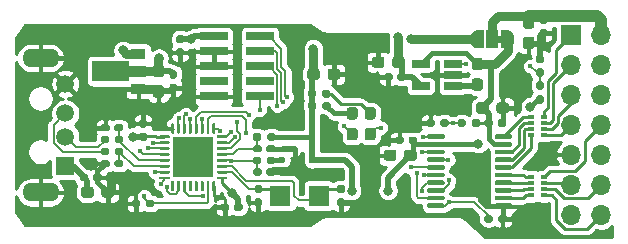
<source format=gtl>
G04 #@! TF.GenerationSoftware,KiCad,Pcbnew,(5.1.10)-1*
G04 #@! TF.CreationDate,2021-07-14T18:31:49+02:00*
G04 #@! TF.ProjectId,MSPBMP2-stick,4d535042-4d50-4322-9d73-7469636b2e6b,rev?*
G04 #@! TF.SameCoordinates,Original*
G04 #@! TF.FileFunction,Copper,L1,Top*
G04 #@! TF.FilePolarity,Positive*
%FSLAX46Y46*%
G04 Gerber Fmt 4.6, Leading zero omitted, Abs format (unit mm)*
G04 Created by KiCad (PCBNEW (5.1.10)-1) date 2021-07-14 18:31:49*
%MOMM*%
%LPD*%
G01*
G04 APERTURE LIST*
G04 #@! TA.AperFunction,EtchedComponent*
%ADD10C,0.150000*%
G04 #@! TD*
G04 #@! TA.AperFunction,ComponentPad*
%ADD11O,3.150000X1.575000*%
G04 #@! TD*
G04 #@! TA.AperFunction,ComponentPad*
%ADD12C,1.508000*%
G04 #@! TD*
G04 #@! TA.AperFunction,ComponentPad*
%ADD13R,1.508000X1.508000*%
G04 #@! TD*
G04 #@! TA.AperFunction,SMDPad,CuDef*
%ADD14R,0.600000X0.400000*%
G04 #@! TD*
G04 #@! TA.AperFunction,SMDPad,CuDef*
%ADD15R,0.600000X0.300000*%
G04 #@! TD*
G04 #@! TA.AperFunction,SMDPad,CuDef*
%ADD16R,1.560000X0.650000*%
G04 #@! TD*
G04 #@! TA.AperFunction,SMDPad,CuDef*
%ADD17C,0.150000*%
G04 #@! TD*
G04 #@! TA.AperFunction,SMDPad,CuDef*
%ADD18R,1.000000X1.500000*%
G04 #@! TD*
G04 #@! TA.AperFunction,SMDPad,CuDef*
%ADD19R,3.450001X3.450001*%
G04 #@! TD*
G04 #@! TA.AperFunction,SMDPad,CuDef*
%ADD20R,2.400000X0.740000*%
G04 #@! TD*
G04 #@! TA.AperFunction,SMDPad,CuDef*
%ADD21R,1.750000X1.800000*%
G04 #@! TD*
G04 #@! TA.AperFunction,SMDPad,CuDef*
%ADD22R,1.300000X0.900000*%
G04 #@! TD*
G04 #@! TA.AperFunction,SMDPad,CuDef*
%ADD23C,0.500000*%
G04 #@! TD*
G04 #@! TA.AperFunction,ComponentPad*
%ADD24O,1.700000X1.700000*%
G04 #@! TD*
G04 #@! TA.AperFunction,ComponentPad*
%ADD25R,1.700000X1.700000*%
G04 #@! TD*
G04 #@! TA.AperFunction,ViaPad*
%ADD26C,1.500000*%
G04 #@! TD*
G04 #@! TA.AperFunction,ViaPad*
%ADD27C,0.800000*%
G04 #@! TD*
G04 #@! TA.AperFunction,ViaPad*
%ADD28C,0.600000*%
G04 #@! TD*
G04 #@! TA.AperFunction,ViaPad*
%ADD29C,0.400000*%
G04 #@! TD*
G04 #@! TA.AperFunction,Conductor*
%ADD30C,0.387000*%
G04 #@! TD*
G04 #@! TA.AperFunction,Conductor*
%ADD31C,0.508000*%
G04 #@! TD*
G04 #@! TA.AperFunction,Conductor*
%ADD32C,0.254000*%
G04 #@! TD*
G04 #@! TA.AperFunction,Conductor*
%ADD33C,0.750000*%
G04 #@! TD*
G04 #@! TA.AperFunction,Conductor*
%ADD34C,0.381000*%
G04 #@! TD*
G04 #@! TA.AperFunction,Conductor*
%ADD35C,0.200000*%
G04 #@! TD*
G04 #@! TA.AperFunction,Conductor*
%ADD36C,1.000000*%
G04 #@! TD*
G04 #@! TA.AperFunction,Conductor*
%ADD37C,0.150000*%
G04 #@! TD*
G04 APERTURE END LIST*
D10*
G36*
X105225000Y-53850000D02*
G01*
X104725000Y-53850000D01*
X104725000Y-53250000D01*
X105225000Y-53250000D01*
X105225000Y-53850000D01*
G37*
G36*
X87625000Y-63075000D02*
G01*
X86625000Y-63075000D01*
X86625000Y-62575000D01*
X87625000Y-62575000D01*
X87625000Y-63075000D01*
G37*
D11*
X66075000Y-66525000D03*
X66075000Y-55125000D03*
D12*
X68175000Y-57325000D03*
X68175000Y-59825000D03*
X68175000Y-61825000D03*
D13*
X68175000Y-64325000D03*
D14*
X107600000Y-65250000D03*
D15*
X107600000Y-66250000D03*
X107600000Y-65750000D03*
D14*
X107600000Y-66750000D03*
D15*
X108700000Y-65750000D03*
D14*
X108700000Y-65250000D03*
D15*
X108700000Y-66250000D03*
D14*
X108700000Y-66750000D03*
X107600000Y-60146500D03*
D15*
X107600000Y-61146500D03*
X107600000Y-60646500D03*
D14*
X107600000Y-61646500D03*
D15*
X108700000Y-60646500D03*
D14*
X108700000Y-60146500D03*
D15*
X108700000Y-61146500D03*
D14*
X108700000Y-61646500D03*
D16*
X98275000Y-57525000D03*
X98275000Y-55625000D03*
X100975000Y-55625000D03*
X100975000Y-56575000D03*
X100975000Y-57525000D03*
G04 #@! TA.AperFunction,SMDPad,CuDef*
G36*
G01*
X71925000Y-60895000D02*
X71925000Y-61205000D01*
G75*
G02*
X71770000Y-61360000I-155000J0D01*
G01*
X71345000Y-61360000D01*
G75*
G02*
X71190000Y-61205000I0J155000D01*
G01*
X71190000Y-60895000D01*
G75*
G02*
X71345000Y-60740000I155000J0D01*
G01*
X71770000Y-60740000D01*
G75*
G02*
X71925000Y-60895000I0J-155000D01*
G01*
G37*
G04 #@! TD.AperFunction*
G04 #@! TA.AperFunction,SMDPad,CuDef*
G36*
G01*
X73060000Y-60895000D02*
X73060000Y-61205000D01*
G75*
G02*
X72905000Y-61360000I-155000J0D01*
G01*
X72480000Y-61360000D01*
G75*
G02*
X72325000Y-61205000I0J155000D01*
G01*
X72325000Y-60895000D01*
G75*
G02*
X72480000Y-60740000I155000J0D01*
G01*
X72905000Y-60740000D01*
G75*
G02*
X73060000Y-60895000I0J-155000D01*
G01*
G37*
G04 #@! TD.AperFunction*
G04 #@! TA.AperFunction,SMDPad,CuDef*
G36*
G01*
X71925000Y-63920000D02*
X71925000Y-64230000D01*
G75*
G02*
X71770000Y-64385000I-155000J0D01*
G01*
X71345000Y-64385000D01*
G75*
G02*
X71190000Y-64230000I0J155000D01*
G01*
X71190000Y-63920000D01*
G75*
G02*
X71345000Y-63765000I155000J0D01*
G01*
X71770000Y-63765000D01*
G75*
G02*
X71925000Y-63920000I0J-155000D01*
G01*
G37*
G04 #@! TD.AperFunction*
G04 #@! TA.AperFunction,SMDPad,CuDef*
G36*
G01*
X73060000Y-63920000D02*
X73060000Y-64230000D01*
G75*
G02*
X72905000Y-64385000I-155000J0D01*
G01*
X72480000Y-64385000D01*
G75*
G02*
X72325000Y-64230000I0J155000D01*
G01*
X72325000Y-63920000D01*
G75*
G02*
X72480000Y-63765000I155000J0D01*
G01*
X72905000Y-63765000D01*
G75*
G02*
X73060000Y-63920000I0J-155000D01*
G01*
G37*
G04 #@! TD.AperFunction*
G04 #@! TA.AperFunction,SMDPad,CuDef*
D17*
G36*
X105075000Y-52800000D02*
G01*
X105625000Y-52800000D01*
X105625000Y-52800602D01*
X105649534Y-52800602D01*
X105698365Y-52805412D01*
X105746490Y-52814984D01*
X105793445Y-52829228D01*
X105838778Y-52848005D01*
X105882051Y-52871136D01*
X105922850Y-52898396D01*
X105960779Y-52929524D01*
X105995476Y-52964221D01*
X106026604Y-53002150D01*
X106053864Y-53042949D01*
X106076995Y-53086222D01*
X106095772Y-53131555D01*
X106110016Y-53178510D01*
X106119588Y-53226635D01*
X106124398Y-53275466D01*
X106124398Y-53300000D01*
X106125000Y-53300000D01*
X106125000Y-53800000D01*
X106124398Y-53800000D01*
X106124398Y-53824534D01*
X106119588Y-53873365D01*
X106110016Y-53921490D01*
X106095772Y-53968445D01*
X106076995Y-54013778D01*
X106053864Y-54057051D01*
X106026604Y-54097850D01*
X105995476Y-54135779D01*
X105960779Y-54170476D01*
X105922850Y-54201604D01*
X105882051Y-54228864D01*
X105838778Y-54251995D01*
X105793445Y-54270772D01*
X105746490Y-54285016D01*
X105698365Y-54294588D01*
X105649534Y-54299398D01*
X105625000Y-54299398D01*
X105625000Y-54300000D01*
X105075000Y-54300000D01*
X105075000Y-52800000D01*
G37*
G04 #@! TD.AperFunction*
D18*
X104325000Y-53550000D03*
G04 #@! TA.AperFunction,SMDPad,CuDef*
D17*
G36*
X103025000Y-54299398D02*
G01*
X103000466Y-54299398D01*
X102951635Y-54294588D01*
X102903510Y-54285016D01*
X102856555Y-54270772D01*
X102811222Y-54251995D01*
X102767949Y-54228864D01*
X102727150Y-54201604D01*
X102689221Y-54170476D01*
X102654524Y-54135779D01*
X102623396Y-54097850D01*
X102596136Y-54057051D01*
X102573005Y-54013778D01*
X102554228Y-53968445D01*
X102539984Y-53921490D01*
X102530412Y-53873365D01*
X102525602Y-53824534D01*
X102525602Y-53800000D01*
X102525000Y-53800000D01*
X102525000Y-53300000D01*
X102525602Y-53300000D01*
X102525602Y-53275466D01*
X102530412Y-53226635D01*
X102539984Y-53178510D01*
X102554228Y-53131555D01*
X102573005Y-53086222D01*
X102596136Y-53042949D01*
X102623396Y-53002150D01*
X102654524Y-52964221D01*
X102689221Y-52929524D01*
X102727150Y-52898396D01*
X102767949Y-52871136D01*
X102811222Y-52848005D01*
X102856555Y-52829228D01*
X102903510Y-52814984D01*
X102951635Y-52805412D01*
X103000466Y-52800602D01*
X103025000Y-52800602D01*
X103025000Y-52800000D01*
X103575000Y-52800000D01*
X103575000Y-54300000D01*
X103025000Y-54300000D01*
X103025000Y-54299398D01*
G37*
G04 #@! TD.AperFunction*
G04 #@! TA.AperFunction,SMDPad,CuDef*
G36*
G01*
X96200000Y-63137500D02*
X96200000Y-63612500D01*
G75*
G02*
X95962500Y-63850000I-237500J0D01*
G01*
X95362500Y-63850000D01*
G75*
G02*
X95125000Y-63612500I0J237500D01*
G01*
X95125000Y-63137500D01*
G75*
G02*
X95362500Y-62900000I237500J0D01*
G01*
X95962500Y-62900000D01*
G75*
G02*
X96200000Y-63137500I0J-237500D01*
G01*
G37*
G04 #@! TD.AperFunction*
G04 #@! TA.AperFunction,SMDPad,CuDef*
G36*
G01*
X97925000Y-63137500D02*
X97925000Y-63612500D01*
G75*
G02*
X97687500Y-63850000I-237500J0D01*
G01*
X97087500Y-63850000D01*
G75*
G02*
X96850000Y-63612500I0J237500D01*
G01*
X96850000Y-63137500D01*
G75*
G02*
X97087500Y-62900000I237500J0D01*
G01*
X97687500Y-62900000D01*
G75*
G02*
X97925000Y-63137500I0J-237500D01*
G01*
G37*
G04 #@! TD.AperFunction*
G04 #@! TA.AperFunction,SMDPad,CuDef*
G36*
G01*
X102812500Y-56875000D02*
X103287500Y-56875000D01*
G75*
G02*
X103525000Y-57112500I0J-237500D01*
G01*
X103525000Y-57687500D01*
G75*
G02*
X103287500Y-57925000I-237500J0D01*
G01*
X102812500Y-57925000D01*
G75*
G02*
X102575000Y-57687500I0J237500D01*
G01*
X102575000Y-57112500D01*
G75*
G02*
X102812500Y-56875000I237500J0D01*
G01*
G37*
G04 #@! TD.AperFunction*
G04 #@! TA.AperFunction,SMDPad,CuDef*
G36*
G01*
X102812500Y-55125000D02*
X103287500Y-55125000D01*
G75*
G02*
X103525000Y-55362500I0J-237500D01*
G01*
X103525000Y-55937500D01*
G75*
G02*
X103287500Y-56175000I-237500J0D01*
G01*
X102812500Y-56175000D01*
G75*
G02*
X102575000Y-55937500I0J237500D01*
G01*
X102575000Y-55362500D01*
G75*
G02*
X102812500Y-55125000I237500J0D01*
G01*
G37*
G04 #@! TD.AperFunction*
G04 #@! TA.AperFunction,SMDPad,CuDef*
G36*
G01*
X107162500Y-53325000D02*
X107637500Y-53325000D01*
G75*
G02*
X107875000Y-53562500I0J-237500D01*
G01*
X107875000Y-54162500D01*
G75*
G02*
X107637500Y-54400000I-237500J0D01*
G01*
X107162500Y-54400000D01*
G75*
G02*
X106925000Y-54162500I0J237500D01*
G01*
X106925000Y-53562500D01*
G75*
G02*
X107162500Y-53325000I237500J0D01*
G01*
G37*
G04 #@! TD.AperFunction*
G04 #@! TA.AperFunction,SMDPad,CuDef*
G36*
G01*
X107162500Y-51600000D02*
X107637500Y-51600000D01*
G75*
G02*
X107875000Y-51837500I0J-237500D01*
G01*
X107875000Y-52437500D01*
G75*
G02*
X107637500Y-52675000I-237500J0D01*
G01*
X107162500Y-52675000D01*
G75*
G02*
X106925000Y-52437500I0J237500D01*
G01*
X106925000Y-51837500D01*
G75*
G02*
X107162500Y-51600000I237500J0D01*
G01*
G37*
G04 #@! TD.AperFunction*
G04 #@! TA.AperFunction,SMDPad,CuDef*
G36*
G01*
X78045000Y-53910000D02*
X77735000Y-53910000D01*
G75*
G02*
X77580000Y-53755000I0J155000D01*
G01*
X77580000Y-53330000D01*
G75*
G02*
X77735000Y-53175000I155000J0D01*
G01*
X78045000Y-53175000D01*
G75*
G02*
X78200000Y-53330000I0J-155000D01*
G01*
X78200000Y-53755000D01*
G75*
G02*
X78045000Y-53910000I-155000J0D01*
G01*
G37*
G04 #@! TD.AperFunction*
G04 #@! TA.AperFunction,SMDPad,CuDef*
G36*
G01*
X78045000Y-55045000D02*
X77735000Y-55045000D01*
G75*
G02*
X77580000Y-54890000I0J155000D01*
G01*
X77580000Y-54465000D01*
G75*
G02*
X77735000Y-54310000I155000J0D01*
G01*
X78045000Y-54310000D01*
G75*
G02*
X78200000Y-54465000I0J-155000D01*
G01*
X78200000Y-54890000D01*
G75*
G02*
X78045000Y-55045000I-155000J0D01*
G01*
G37*
G04 #@! TD.AperFunction*
D19*
X79000000Y-63550000D03*
G04 #@! TA.AperFunction,SMDPad,CuDef*
G36*
G01*
X80875000Y-65612500D02*
X80875000Y-66362500D01*
G75*
G02*
X80812500Y-66425000I-62500J0D01*
G01*
X80687500Y-66425000D01*
G75*
G02*
X80625000Y-66362500I0J62500D01*
G01*
X80625000Y-65612500D01*
G75*
G02*
X80687500Y-65550000I62500J0D01*
G01*
X80812500Y-65550000D01*
G75*
G02*
X80875000Y-65612500I0J-62500D01*
G01*
G37*
G04 #@! TD.AperFunction*
G04 #@! TA.AperFunction,SMDPad,CuDef*
G36*
G01*
X80375000Y-65612500D02*
X80375000Y-66362500D01*
G75*
G02*
X80312500Y-66425000I-62500J0D01*
G01*
X80187500Y-66425000D01*
G75*
G02*
X80125000Y-66362500I0J62500D01*
G01*
X80125000Y-65612500D01*
G75*
G02*
X80187500Y-65550000I62500J0D01*
G01*
X80312500Y-65550000D01*
G75*
G02*
X80375000Y-65612500I0J-62500D01*
G01*
G37*
G04 #@! TD.AperFunction*
G04 #@! TA.AperFunction,SMDPad,CuDef*
G36*
G01*
X79875000Y-65612500D02*
X79875000Y-66362500D01*
G75*
G02*
X79812500Y-66425000I-62500J0D01*
G01*
X79687500Y-66425000D01*
G75*
G02*
X79625000Y-66362500I0J62500D01*
G01*
X79625000Y-65612500D01*
G75*
G02*
X79687500Y-65550000I62500J0D01*
G01*
X79812500Y-65550000D01*
G75*
G02*
X79875000Y-65612500I0J-62500D01*
G01*
G37*
G04 #@! TD.AperFunction*
G04 #@! TA.AperFunction,SMDPad,CuDef*
G36*
G01*
X79375000Y-65612500D02*
X79375000Y-66362500D01*
G75*
G02*
X79312500Y-66425000I-62500J0D01*
G01*
X79187500Y-66425000D01*
G75*
G02*
X79125000Y-66362500I0J62500D01*
G01*
X79125000Y-65612500D01*
G75*
G02*
X79187500Y-65550000I62500J0D01*
G01*
X79312500Y-65550000D01*
G75*
G02*
X79375000Y-65612500I0J-62500D01*
G01*
G37*
G04 #@! TD.AperFunction*
G04 #@! TA.AperFunction,SMDPad,CuDef*
G36*
G01*
X78875000Y-65612500D02*
X78875000Y-66362500D01*
G75*
G02*
X78812500Y-66425000I-62500J0D01*
G01*
X78687500Y-66425000D01*
G75*
G02*
X78625000Y-66362500I0J62500D01*
G01*
X78625000Y-65612500D01*
G75*
G02*
X78687500Y-65550000I62500J0D01*
G01*
X78812500Y-65550000D01*
G75*
G02*
X78875000Y-65612500I0J-62500D01*
G01*
G37*
G04 #@! TD.AperFunction*
G04 #@! TA.AperFunction,SMDPad,CuDef*
G36*
G01*
X78375000Y-65612500D02*
X78375000Y-66362500D01*
G75*
G02*
X78312500Y-66425000I-62500J0D01*
G01*
X78187500Y-66425000D01*
G75*
G02*
X78125000Y-66362500I0J62500D01*
G01*
X78125000Y-65612500D01*
G75*
G02*
X78187500Y-65550000I62500J0D01*
G01*
X78312500Y-65550000D01*
G75*
G02*
X78375000Y-65612500I0J-62500D01*
G01*
G37*
G04 #@! TD.AperFunction*
G04 #@! TA.AperFunction,SMDPad,CuDef*
G36*
G01*
X77875000Y-65612500D02*
X77875000Y-66362500D01*
G75*
G02*
X77812500Y-66425000I-62500J0D01*
G01*
X77687500Y-66425000D01*
G75*
G02*
X77625000Y-66362500I0J62500D01*
G01*
X77625000Y-65612500D01*
G75*
G02*
X77687500Y-65550000I62500J0D01*
G01*
X77812500Y-65550000D01*
G75*
G02*
X77875000Y-65612500I0J-62500D01*
G01*
G37*
G04 #@! TD.AperFunction*
G04 #@! TA.AperFunction,SMDPad,CuDef*
G36*
G01*
X77375000Y-65612500D02*
X77375000Y-66362500D01*
G75*
G02*
X77312500Y-66425000I-62500J0D01*
G01*
X77187500Y-66425000D01*
G75*
G02*
X77125000Y-66362500I0J62500D01*
G01*
X77125000Y-65612500D01*
G75*
G02*
X77187500Y-65550000I62500J0D01*
G01*
X77312500Y-65550000D01*
G75*
G02*
X77375000Y-65612500I0J-62500D01*
G01*
G37*
G04 #@! TD.AperFunction*
G04 #@! TA.AperFunction,SMDPad,CuDef*
G36*
G01*
X77000000Y-65237500D02*
X77000000Y-65362500D01*
G75*
G02*
X76937500Y-65425000I-62500J0D01*
G01*
X76187500Y-65425000D01*
G75*
G02*
X76125000Y-65362500I0J62500D01*
G01*
X76125000Y-65237500D01*
G75*
G02*
X76187500Y-65175000I62500J0D01*
G01*
X76937500Y-65175000D01*
G75*
G02*
X77000000Y-65237500I0J-62500D01*
G01*
G37*
G04 #@! TD.AperFunction*
G04 #@! TA.AperFunction,SMDPad,CuDef*
G36*
G01*
X77000000Y-64737500D02*
X77000000Y-64862500D01*
G75*
G02*
X76937500Y-64925000I-62500J0D01*
G01*
X76187500Y-64925000D01*
G75*
G02*
X76125000Y-64862500I0J62500D01*
G01*
X76125000Y-64737500D01*
G75*
G02*
X76187500Y-64675000I62500J0D01*
G01*
X76937500Y-64675000D01*
G75*
G02*
X77000000Y-64737500I0J-62500D01*
G01*
G37*
G04 #@! TD.AperFunction*
G04 #@! TA.AperFunction,SMDPad,CuDef*
G36*
G01*
X77000000Y-64237500D02*
X77000000Y-64362500D01*
G75*
G02*
X76937500Y-64425000I-62500J0D01*
G01*
X76187500Y-64425000D01*
G75*
G02*
X76125000Y-64362500I0J62500D01*
G01*
X76125000Y-64237500D01*
G75*
G02*
X76187500Y-64175000I62500J0D01*
G01*
X76937500Y-64175000D01*
G75*
G02*
X77000000Y-64237500I0J-62500D01*
G01*
G37*
G04 #@! TD.AperFunction*
G04 #@! TA.AperFunction,SMDPad,CuDef*
G36*
G01*
X77000000Y-63737500D02*
X77000000Y-63862500D01*
G75*
G02*
X76937500Y-63925000I-62500J0D01*
G01*
X76187500Y-63925000D01*
G75*
G02*
X76125000Y-63862500I0J62500D01*
G01*
X76125000Y-63737500D01*
G75*
G02*
X76187500Y-63675000I62500J0D01*
G01*
X76937500Y-63675000D01*
G75*
G02*
X77000000Y-63737500I0J-62500D01*
G01*
G37*
G04 #@! TD.AperFunction*
G04 #@! TA.AperFunction,SMDPad,CuDef*
G36*
G01*
X77000000Y-63237500D02*
X77000000Y-63362500D01*
G75*
G02*
X76937500Y-63425000I-62500J0D01*
G01*
X76187500Y-63425000D01*
G75*
G02*
X76125000Y-63362500I0J62500D01*
G01*
X76125000Y-63237500D01*
G75*
G02*
X76187500Y-63175000I62500J0D01*
G01*
X76937500Y-63175000D01*
G75*
G02*
X77000000Y-63237500I0J-62500D01*
G01*
G37*
G04 #@! TD.AperFunction*
G04 #@! TA.AperFunction,SMDPad,CuDef*
G36*
G01*
X77000000Y-62737500D02*
X77000000Y-62862500D01*
G75*
G02*
X76937500Y-62925000I-62500J0D01*
G01*
X76187500Y-62925000D01*
G75*
G02*
X76125000Y-62862500I0J62500D01*
G01*
X76125000Y-62737500D01*
G75*
G02*
X76187500Y-62675000I62500J0D01*
G01*
X76937500Y-62675000D01*
G75*
G02*
X77000000Y-62737500I0J-62500D01*
G01*
G37*
G04 #@! TD.AperFunction*
G04 #@! TA.AperFunction,SMDPad,CuDef*
G36*
G01*
X77000000Y-62237500D02*
X77000000Y-62362500D01*
G75*
G02*
X76937500Y-62425000I-62500J0D01*
G01*
X76187500Y-62425000D01*
G75*
G02*
X76125000Y-62362500I0J62500D01*
G01*
X76125000Y-62237500D01*
G75*
G02*
X76187500Y-62175000I62500J0D01*
G01*
X76937500Y-62175000D01*
G75*
G02*
X77000000Y-62237500I0J-62500D01*
G01*
G37*
G04 #@! TD.AperFunction*
G04 #@! TA.AperFunction,SMDPad,CuDef*
G36*
G01*
X77000000Y-61737500D02*
X77000000Y-61862500D01*
G75*
G02*
X76937500Y-61925000I-62500J0D01*
G01*
X76187500Y-61925000D01*
G75*
G02*
X76125000Y-61862500I0J62500D01*
G01*
X76125000Y-61737500D01*
G75*
G02*
X76187500Y-61675000I62500J0D01*
G01*
X76937500Y-61675000D01*
G75*
G02*
X77000000Y-61737500I0J-62500D01*
G01*
G37*
G04 #@! TD.AperFunction*
G04 #@! TA.AperFunction,SMDPad,CuDef*
G36*
G01*
X77375000Y-60737500D02*
X77375000Y-61487500D01*
G75*
G02*
X77312500Y-61550000I-62500J0D01*
G01*
X77187500Y-61550000D01*
G75*
G02*
X77125000Y-61487500I0J62500D01*
G01*
X77125000Y-60737500D01*
G75*
G02*
X77187500Y-60675000I62500J0D01*
G01*
X77312500Y-60675000D01*
G75*
G02*
X77375000Y-60737500I0J-62500D01*
G01*
G37*
G04 #@! TD.AperFunction*
G04 #@! TA.AperFunction,SMDPad,CuDef*
G36*
G01*
X77875000Y-60737500D02*
X77875000Y-61487500D01*
G75*
G02*
X77812500Y-61550000I-62500J0D01*
G01*
X77687500Y-61550000D01*
G75*
G02*
X77625000Y-61487500I0J62500D01*
G01*
X77625000Y-60737500D01*
G75*
G02*
X77687500Y-60675000I62500J0D01*
G01*
X77812500Y-60675000D01*
G75*
G02*
X77875000Y-60737500I0J-62500D01*
G01*
G37*
G04 #@! TD.AperFunction*
G04 #@! TA.AperFunction,SMDPad,CuDef*
G36*
G01*
X78375000Y-60737500D02*
X78375000Y-61487500D01*
G75*
G02*
X78312500Y-61550000I-62500J0D01*
G01*
X78187500Y-61550000D01*
G75*
G02*
X78125000Y-61487500I0J62500D01*
G01*
X78125000Y-60737500D01*
G75*
G02*
X78187500Y-60675000I62500J0D01*
G01*
X78312500Y-60675000D01*
G75*
G02*
X78375000Y-60737500I0J-62500D01*
G01*
G37*
G04 #@! TD.AperFunction*
G04 #@! TA.AperFunction,SMDPad,CuDef*
G36*
G01*
X78875000Y-60737500D02*
X78875000Y-61487500D01*
G75*
G02*
X78812500Y-61550000I-62500J0D01*
G01*
X78687500Y-61550000D01*
G75*
G02*
X78625000Y-61487500I0J62500D01*
G01*
X78625000Y-60737500D01*
G75*
G02*
X78687500Y-60675000I62500J0D01*
G01*
X78812500Y-60675000D01*
G75*
G02*
X78875000Y-60737500I0J-62500D01*
G01*
G37*
G04 #@! TD.AperFunction*
G04 #@! TA.AperFunction,SMDPad,CuDef*
G36*
G01*
X79375000Y-60737500D02*
X79375000Y-61487500D01*
G75*
G02*
X79312500Y-61550000I-62500J0D01*
G01*
X79187500Y-61550000D01*
G75*
G02*
X79125000Y-61487500I0J62500D01*
G01*
X79125000Y-60737500D01*
G75*
G02*
X79187500Y-60675000I62500J0D01*
G01*
X79312500Y-60675000D01*
G75*
G02*
X79375000Y-60737500I0J-62500D01*
G01*
G37*
G04 #@! TD.AperFunction*
G04 #@! TA.AperFunction,SMDPad,CuDef*
G36*
G01*
X79875000Y-60737500D02*
X79875000Y-61487500D01*
G75*
G02*
X79812500Y-61550000I-62500J0D01*
G01*
X79687500Y-61550000D01*
G75*
G02*
X79625000Y-61487500I0J62500D01*
G01*
X79625000Y-60737500D01*
G75*
G02*
X79687500Y-60675000I62500J0D01*
G01*
X79812500Y-60675000D01*
G75*
G02*
X79875000Y-60737500I0J-62500D01*
G01*
G37*
G04 #@! TD.AperFunction*
G04 #@! TA.AperFunction,SMDPad,CuDef*
G36*
G01*
X80375000Y-60737500D02*
X80375000Y-61487500D01*
G75*
G02*
X80312500Y-61550000I-62500J0D01*
G01*
X80187500Y-61550000D01*
G75*
G02*
X80125000Y-61487500I0J62500D01*
G01*
X80125000Y-60737500D01*
G75*
G02*
X80187500Y-60675000I62500J0D01*
G01*
X80312500Y-60675000D01*
G75*
G02*
X80375000Y-60737500I0J-62500D01*
G01*
G37*
G04 #@! TD.AperFunction*
G04 #@! TA.AperFunction,SMDPad,CuDef*
G36*
G01*
X80875000Y-60737500D02*
X80875000Y-61487500D01*
G75*
G02*
X80812500Y-61550000I-62500J0D01*
G01*
X80687500Y-61550000D01*
G75*
G02*
X80625000Y-61487500I0J62500D01*
G01*
X80625000Y-60737500D01*
G75*
G02*
X80687500Y-60675000I62500J0D01*
G01*
X80812500Y-60675000D01*
G75*
G02*
X80875000Y-60737500I0J-62500D01*
G01*
G37*
G04 #@! TD.AperFunction*
G04 #@! TA.AperFunction,SMDPad,CuDef*
G36*
G01*
X81875000Y-61737500D02*
X81875000Y-61862500D01*
G75*
G02*
X81812500Y-61925000I-62500J0D01*
G01*
X81062500Y-61925000D01*
G75*
G02*
X81000000Y-61862500I0J62500D01*
G01*
X81000000Y-61737500D01*
G75*
G02*
X81062500Y-61675000I62500J0D01*
G01*
X81812500Y-61675000D01*
G75*
G02*
X81875000Y-61737500I0J-62500D01*
G01*
G37*
G04 #@! TD.AperFunction*
G04 #@! TA.AperFunction,SMDPad,CuDef*
G36*
G01*
X81875000Y-62237500D02*
X81875000Y-62362500D01*
G75*
G02*
X81812500Y-62425000I-62500J0D01*
G01*
X81062500Y-62425000D01*
G75*
G02*
X81000000Y-62362500I0J62500D01*
G01*
X81000000Y-62237500D01*
G75*
G02*
X81062500Y-62175000I62500J0D01*
G01*
X81812500Y-62175000D01*
G75*
G02*
X81875000Y-62237500I0J-62500D01*
G01*
G37*
G04 #@! TD.AperFunction*
G04 #@! TA.AperFunction,SMDPad,CuDef*
G36*
G01*
X81875000Y-62737500D02*
X81875000Y-62862500D01*
G75*
G02*
X81812500Y-62925000I-62500J0D01*
G01*
X81062500Y-62925000D01*
G75*
G02*
X81000000Y-62862500I0J62500D01*
G01*
X81000000Y-62737500D01*
G75*
G02*
X81062500Y-62675000I62500J0D01*
G01*
X81812500Y-62675000D01*
G75*
G02*
X81875000Y-62737500I0J-62500D01*
G01*
G37*
G04 #@! TD.AperFunction*
G04 #@! TA.AperFunction,SMDPad,CuDef*
G36*
G01*
X81875000Y-63237500D02*
X81875000Y-63362500D01*
G75*
G02*
X81812500Y-63425000I-62500J0D01*
G01*
X81062500Y-63425000D01*
G75*
G02*
X81000000Y-63362500I0J62500D01*
G01*
X81000000Y-63237500D01*
G75*
G02*
X81062500Y-63175000I62500J0D01*
G01*
X81812500Y-63175000D01*
G75*
G02*
X81875000Y-63237500I0J-62500D01*
G01*
G37*
G04 #@! TD.AperFunction*
G04 #@! TA.AperFunction,SMDPad,CuDef*
G36*
G01*
X81875000Y-63737500D02*
X81875000Y-63862500D01*
G75*
G02*
X81812500Y-63925000I-62500J0D01*
G01*
X81062500Y-63925000D01*
G75*
G02*
X81000000Y-63862500I0J62500D01*
G01*
X81000000Y-63737500D01*
G75*
G02*
X81062500Y-63675000I62500J0D01*
G01*
X81812500Y-63675000D01*
G75*
G02*
X81875000Y-63737500I0J-62500D01*
G01*
G37*
G04 #@! TD.AperFunction*
G04 #@! TA.AperFunction,SMDPad,CuDef*
G36*
G01*
X81875000Y-64237500D02*
X81875000Y-64362500D01*
G75*
G02*
X81812500Y-64425000I-62500J0D01*
G01*
X81062500Y-64425000D01*
G75*
G02*
X81000000Y-64362500I0J62500D01*
G01*
X81000000Y-64237500D01*
G75*
G02*
X81062500Y-64175000I62500J0D01*
G01*
X81812500Y-64175000D01*
G75*
G02*
X81875000Y-64237500I0J-62500D01*
G01*
G37*
G04 #@! TD.AperFunction*
G04 #@! TA.AperFunction,SMDPad,CuDef*
G36*
G01*
X81875000Y-64737500D02*
X81875000Y-64862500D01*
G75*
G02*
X81812500Y-64925000I-62500J0D01*
G01*
X81062500Y-64925000D01*
G75*
G02*
X81000000Y-64862500I0J62500D01*
G01*
X81000000Y-64737500D01*
G75*
G02*
X81062500Y-64675000I62500J0D01*
G01*
X81812500Y-64675000D01*
G75*
G02*
X81875000Y-64737500I0J-62500D01*
G01*
G37*
G04 #@! TD.AperFunction*
G04 #@! TA.AperFunction,SMDPad,CuDef*
G36*
G01*
X81875000Y-65237500D02*
X81875000Y-65362500D01*
G75*
G02*
X81812500Y-65425000I-62500J0D01*
G01*
X81062500Y-65425000D01*
G75*
G02*
X81000000Y-65362500I0J62500D01*
G01*
X81000000Y-65237500D01*
G75*
G02*
X81062500Y-65175000I62500J0D01*
G01*
X81812500Y-65175000D01*
G75*
G02*
X81875000Y-65237500I0J-62500D01*
G01*
G37*
G04 #@! TD.AperFunction*
D20*
X84650000Y-58380000D03*
X80750000Y-58380000D03*
X84650000Y-57110000D03*
X80750000Y-57110000D03*
X84650000Y-55840000D03*
X80750000Y-55840000D03*
X84650000Y-54570000D03*
X80750000Y-54570000D03*
X84650000Y-53300000D03*
X80750000Y-53300000D03*
G04 #@! TA.AperFunction,SMDPad,CuDef*
G36*
G01*
X74990000Y-67610000D02*
X74990000Y-67290000D01*
G75*
G02*
X75150000Y-67130000I160000J0D01*
G01*
X75545000Y-67130000D01*
G75*
G02*
X75705000Y-67290000I0J-160000D01*
G01*
X75705000Y-67610000D01*
G75*
G02*
X75545000Y-67770000I-160000J0D01*
G01*
X75150000Y-67770000D01*
G75*
G02*
X74990000Y-67610000I0J160000D01*
G01*
G37*
G04 #@! TD.AperFunction*
G04 #@! TA.AperFunction,SMDPad,CuDef*
G36*
G01*
X73795000Y-67610000D02*
X73795000Y-67290000D01*
G75*
G02*
X73955000Y-67130000I160000J0D01*
G01*
X74350000Y-67130000D01*
G75*
G02*
X74510000Y-67290000I0J-160000D01*
G01*
X74510000Y-67610000D01*
G75*
G02*
X74350000Y-67770000I-160000J0D01*
G01*
X73955000Y-67770000D01*
G75*
G02*
X73795000Y-67610000I0J160000D01*
G01*
G37*
G04 #@! TD.AperFunction*
D21*
X89625000Y-66800000D03*
X86375000Y-66800000D03*
G04 #@! TA.AperFunction,SMDPad,CuDef*
G36*
G01*
X91345000Y-67000000D02*
X91655000Y-67000000D01*
G75*
G02*
X91810000Y-67155000I0J-155000D01*
G01*
X91810000Y-67580000D01*
G75*
G02*
X91655000Y-67735000I-155000J0D01*
G01*
X91345000Y-67735000D01*
G75*
G02*
X91190000Y-67580000I0J155000D01*
G01*
X91190000Y-67155000D01*
G75*
G02*
X91345000Y-67000000I155000J0D01*
G01*
G37*
G04 #@! TD.AperFunction*
G04 #@! TA.AperFunction,SMDPad,CuDef*
G36*
G01*
X91345000Y-65865000D02*
X91655000Y-65865000D01*
G75*
G02*
X91810000Y-66020000I0J-155000D01*
G01*
X91810000Y-66445000D01*
G75*
G02*
X91655000Y-66600000I-155000J0D01*
G01*
X91345000Y-66600000D01*
G75*
G02*
X91190000Y-66445000I0J155000D01*
G01*
X91190000Y-66020000D01*
G75*
G02*
X91345000Y-65865000I155000J0D01*
G01*
G37*
G04 #@! TD.AperFunction*
G04 #@! TA.AperFunction,SMDPad,CuDef*
D17*
G36*
X70407500Y-55394500D02*
G01*
X73532500Y-55394500D01*
X73532500Y-55811000D01*
X75007500Y-55811000D01*
X75007500Y-56711000D01*
X73532500Y-56711000D01*
X73532500Y-57127500D01*
X70407500Y-57127500D01*
X70407500Y-55394500D01*
G37*
G04 #@! TD.AperFunction*
D22*
X74357500Y-54761000D03*
X74357500Y-57761000D03*
G04 #@! TA.AperFunction,SMDPad,CuDef*
G36*
G01*
X104360000Y-68590000D02*
X104360000Y-68910000D01*
G75*
G02*
X104200000Y-69070000I-160000J0D01*
G01*
X103805000Y-69070000D01*
G75*
G02*
X103645000Y-68910000I0J160000D01*
G01*
X103645000Y-68590000D01*
G75*
G02*
X103805000Y-68430000I160000J0D01*
G01*
X104200000Y-68430000D01*
G75*
G02*
X104360000Y-68590000I0J-160000D01*
G01*
G37*
G04 #@! TD.AperFunction*
G04 #@! TA.AperFunction,SMDPad,CuDef*
G36*
G01*
X105555000Y-68590000D02*
X105555000Y-68910000D01*
G75*
G02*
X105395000Y-69070000I-160000J0D01*
G01*
X105000000Y-69070000D01*
G75*
G02*
X104840000Y-68910000I0J160000D01*
G01*
X104840000Y-68590000D01*
G75*
G02*
X105000000Y-68430000I160000J0D01*
G01*
X105395000Y-68430000D01*
G75*
G02*
X105555000Y-68590000I0J-160000D01*
G01*
G37*
G04 #@! TD.AperFunction*
D23*
X86625000Y-62825000D03*
X87625000Y-62825000D03*
D24*
X113540000Y-68402200D03*
X111000000Y-68402200D03*
X113540000Y-65862200D03*
X111000000Y-65862200D03*
X113540000Y-63322200D03*
X111000000Y-63322200D03*
X113540000Y-60782200D03*
X111000000Y-60782200D03*
X113540000Y-58242200D03*
X111000000Y-58242200D03*
X113540000Y-55702200D03*
X111000000Y-55702200D03*
X113540000Y-53162200D03*
D25*
X111000000Y-53162200D03*
G04 #@! TA.AperFunction,SMDPad,CuDef*
G36*
G01*
X104525000Y-61900000D02*
X104525000Y-61700000D01*
G75*
G02*
X104625000Y-61600000I100000J0D01*
G01*
X105900000Y-61600000D01*
G75*
G02*
X106000000Y-61700000I0J-100000D01*
G01*
X106000000Y-61900000D01*
G75*
G02*
X105900000Y-62000000I-100000J0D01*
G01*
X104625000Y-62000000D01*
G75*
G02*
X104525000Y-61900000I0J100000D01*
G01*
G37*
G04 #@! TD.AperFunction*
G04 #@! TA.AperFunction,SMDPad,CuDef*
G36*
G01*
X104525000Y-62550000D02*
X104525000Y-62350000D01*
G75*
G02*
X104625000Y-62250000I100000J0D01*
G01*
X105900000Y-62250000D01*
G75*
G02*
X106000000Y-62350000I0J-100000D01*
G01*
X106000000Y-62550000D01*
G75*
G02*
X105900000Y-62650000I-100000J0D01*
G01*
X104625000Y-62650000D01*
G75*
G02*
X104525000Y-62550000I0J100000D01*
G01*
G37*
G04 #@! TD.AperFunction*
G04 #@! TA.AperFunction,SMDPad,CuDef*
G36*
G01*
X104525000Y-63200000D02*
X104525000Y-63000000D01*
G75*
G02*
X104625000Y-62900000I100000J0D01*
G01*
X105900000Y-62900000D01*
G75*
G02*
X106000000Y-63000000I0J-100000D01*
G01*
X106000000Y-63200000D01*
G75*
G02*
X105900000Y-63300000I-100000J0D01*
G01*
X104625000Y-63300000D01*
G75*
G02*
X104525000Y-63200000I0J100000D01*
G01*
G37*
G04 #@! TD.AperFunction*
G04 #@! TA.AperFunction,SMDPad,CuDef*
G36*
G01*
X104525000Y-63850000D02*
X104525000Y-63650000D01*
G75*
G02*
X104625000Y-63550000I100000J0D01*
G01*
X105900000Y-63550000D01*
G75*
G02*
X106000000Y-63650000I0J-100000D01*
G01*
X106000000Y-63850000D01*
G75*
G02*
X105900000Y-63950000I-100000J0D01*
G01*
X104625000Y-63950000D01*
G75*
G02*
X104525000Y-63850000I0J100000D01*
G01*
G37*
G04 #@! TD.AperFunction*
G04 #@! TA.AperFunction,SMDPad,CuDef*
G36*
G01*
X104525000Y-64500000D02*
X104525000Y-64300000D01*
G75*
G02*
X104625000Y-64200000I100000J0D01*
G01*
X105900000Y-64200000D01*
G75*
G02*
X106000000Y-64300000I0J-100000D01*
G01*
X106000000Y-64500000D01*
G75*
G02*
X105900000Y-64600000I-100000J0D01*
G01*
X104625000Y-64600000D01*
G75*
G02*
X104525000Y-64500000I0J100000D01*
G01*
G37*
G04 #@! TD.AperFunction*
G04 #@! TA.AperFunction,SMDPad,CuDef*
G36*
G01*
X104525000Y-65150000D02*
X104525000Y-64950000D01*
G75*
G02*
X104625000Y-64850000I100000J0D01*
G01*
X105900000Y-64850000D01*
G75*
G02*
X106000000Y-64950000I0J-100000D01*
G01*
X106000000Y-65150000D01*
G75*
G02*
X105900000Y-65250000I-100000J0D01*
G01*
X104625000Y-65250000D01*
G75*
G02*
X104525000Y-65150000I0J100000D01*
G01*
G37*
G04 #@! TD.AperFunction*
G04 #@! TA.AperFunction,SMDPad,CuDef*
G36*
G01*
X104525000Y-65800000D02*
X104525000Y-65600000D01*
G75*
G02*
X104625000Y-65500000I100000J0D01*
G01*
X105900000Y-65500000D01*
G75*
G02*
X106000000Y-65600000I0J-100000D01*
G01*
X106000000Y-65800000D01*
G75*
G02*
X105900000Y-65900000I-100000J0D01*
G01*
X104625000Y-65900000D01*
G75*
G02*
X104525000Y-65800000I0J100000D01*
G01*
G37*
G04 #@! TD.AperFunction*
G04 #@! TA.AperFunction,SMDPad,CuDef*
G36*
G01*
X104525000Y-66450000D02*
X104525000Y-66250000D01*
G75*
G02*
X104625000Y-66150000I100000J0D01*
G01*
X105900000Y-66150000D01*
G75*
G02*
X106000000Y-66250000I0J-100000D01*
G01*
X106000000Y-66450000D01*
G75*
G02*
X105900000Y-66550000I-100000J0D01*
G01*
X104625000Y-66550000D01*
G75*
G02*
X104525000Y-66450000I0J100000D01*
G01*
G37*
G04 #@! TD.AperFunction*
G04 #@! TA.AperFunction,SMDPad,CuDef*
G36*
G01*
X104525000Y-67100000D02*
X104525000Y-66900000D01*
G75*
G02*
X104625000Y-66800000I100000J0D01*
G01*
X105900000Y-66800000D01*
G75*
G02*
X106000000Y-66900000I0J-100000D01*
G01*
X106000000Y-67100000D01*
G75*
G02*
X105900000Y-67200000I-100000J0D01*
G01*
X104625000Y-67200000D01*
G75*
G02*
X104525000Y-67100000I0J100000D01*
G01*
G37*
G04 #@! TD.AperFunction*
G04 #@! TA.AperFunction,SMDPad,CuDef*
G36*
G01*
X104525000Y-67750000D02*
X104525000Y-67550000D01*
G75*
G02*
X104625000Y-67450000I100000J0D01*
G01*
X105900000Y-67450000D01*
G75*
G02*
X106000000Y-67550000I0J-100000D01*
G01*
X106000000Y-67750000D01*
G75*
G02*
X105900000Y-67850000I-100000J0D01*
G01*
X104625000Y-67850000D01*
G75*
G02*
X104525000Y-67750000I0J100000D01*
G01*
G37*
G04 #@! TD.AperFunction*
G04 #@! TA.AperFunction,SMDPad,CuDef*
G36*
G01*
X98800000Y-67750000D02*
X98800000Y-67550000D01*
G75*
G02*
X98900000Y-67450000I100000J0D01*
G01*
X100175000Y-67450000D01*
G75*
G02*
X100275000Y-67550000I0J-100000D01*
G01*
X100275000Y-67750000D01*
G75*
G02*
X100175000Y-67850000I-100000J0D01*
G01*
X98900000Y-67850000D01*
G75*
G02*
X98800000Y-67750000I0J100000D01*
G01*
G37*
G04 #@! TD.AperFunction*
G04 #@! TA.AperFunction,SMDPad,CuDef*
G36*
G01*
X98800000Y-67100000D02*
X98800000Y-66900000D01*
G75*
G02*
X98900000Y-66800000I100000J0D01*
G01*
X100175000Y-66800000D01*
G75*
G02*
X100275000Y-66900000I0J-100000D01*
G01*
X100275000Y-67100000D01*
G75*
G02*
X100175000Y-67200000I-100000J0D01*
G01*
X98900000Y-67200000D01*
G75*
G02*
X98800000Y-67100000I0J100000D01*
G01*
G37*
G04 #@! TD.AperFunction*
G04 #@! TA.AperFunction,SMDPad,CuDef*
G36*
G01*
X98800000Y-66450000D02*
X98800000Y-66250000D01*
G75*
G02*
X98900000Y-66150000I100000J0D01*
G01*
X100175000Y-66150000D01*
G75*
G02*
X100275000Y-66250000I0J-100000D01*
G01*
X100275000Y-66450000D01*
G75*
G02*
X100175000Y-66550000I-100000J0D01*
G01*
X98900000Y-66550000D01*
G75*
G02*
X98800000Y-66450000I0J100000D01*
G01*
G37*
G04 #@! TD.AperFunction*
G04 #@! TA.AperFunction,SMDPad,CuDef*
G36*
G01*
X98800000Y-65800000D02*
X98800000Y-65600000D01*
G75*
G02*
X98900000Y-65500000I100000J0D01*
G01*
X100175000Y-65500000D01*
G75*
G02*
X100275000Y-65600000I0J-100000D01*
G01*
X100275000Y-65800000D01*
G75*
G02*
X100175000Y-65900000I-100000J0D01*
G01*
X98900000Y-65900000D01*
G75*
G02*
X98800000Y-65800000I0J100000D01*
G01*
G37*
G04 #@! TD.AperFunction*
G04 #@! TA.AperFunction,SMDPad,CuDef*
G36*
G01*
X98800000Y-65150000D02*
X98800000Y-64950000D01*
G75*
G02*
X98900000Y-64850000I100000J0D01*
G01*
X100175000Y-64850000D01*
G75*
G02*
X100275000Y-64950000I0J-100000D01*
G01*
X100275000Y-65150000D01*
G75*
G02*
X100175000Y-65250000I-100000J0D01*
G01*
X98900000Y-65250000D01*
G75*
G02*
X98800000Y-65150000I0J100000D01*
G01*
G37*
G04 #@! TD.AperFunction*
G04 #@! TA.AperFunction,SMDPad,CuDef*
G36*
G01*
X98800000Y-64500000D02*
X98800000Y-64300000D01*
G75*
G02*
X98900000Y-64200000I100000J0D01*
G01*
X100175000Y-64200000D01*
G75*
G02*
X100275000Y-64300000I0J-100000D01*
G01*
X100275000Y-64500000D01*
G75*
G02*
X100175000Y-64600000I-100000J0D01*
G01*
X98900000Y-64600000D01*
G75*
G02*
X98800000Y-64500000I0J100000D01*
G01*
G37*
G04 #@! TD.AperFunction*
G04 #@! TA.AperFunction,SMDPad,CuDef*
G36*
G01*
X98800000Y-63850000D02*
X98800000Y-63650000D01*
G75*
G02*
X98900000Y-63550000I100000J0D01*
G01*
X100175000Y-63550000D01*
G75*
G02*
X100275000Y-63650000I0J-100000D01*
G01*
X100275000Y-63850000D01*
G75*
G02*
X100175000Y-63950000I-100000J0D01*
G01*
X98900000Y-63950000D01*
G75*
G02*
X98800000Y-63850000I0J100000D01*
G01*
G37*
G04 #@! TD.AperFunction*
G04 #@! TA.AperFunction,SMDPad,CuDef*
G36*
G01*
X98800000Y-63200000D02*
X98800000Y-63000000D01*
G75*
G02*
X98900000Y-62900000I100000J0D01*
G01*
X100175000Y-62900000D01*
G75*
G02*
X100275000Y-63000000I0J-100000D01*
G01*
X100275000Y-63200000D01*
G75*
G02*
X100175000Y-63300000I-100000J0D01*
G01*
X98900000Y-63300000D01*
G75*
G02*
X98800000Y-63200000I0J100000D01*
G01*
G37*
G04 #@! TD.AperFunction*
G04 #@! TA.AperFunction,SMDPad,CuDef*
G36*
G01*
X98800000Y-62550000D02*
X98800000Y-62350000D01*
G75*
G02*
X98900000Y-62250000I100000J0D01*
G01*
X100175000Y-62250000D01*
G75*
G02*
X100275000Y-62350000I0J-100000D01*
G01*
X100275000Y-62550000D01*
G75*
G02*
X100175000Y-62650000I-100000J0D01*
G01*
X98900000Y-62650000D01*
G75*
G02*
X98800000Y-62550000I0J100000D01*
G01*
G37*
G04 #@! TD.AperFunction*
G04 #@! TA.AperFunction,SMDPad,CuDef*
G36*
G01*
X98800000Y-61900000D02*
X98800000Y-61700000D01*
G75*
G02*
X98900000Y-61600000I100000J0D01*
G01*
X100175000Y-61600000D01*
G75*
G02*
X100275000Y-61700000I0J-100000D01*
G01*
X100275000Y-61900000D01*
G75*
G02*
X100175000Y-62000000I-100000J0D01*
G01*
X98900000Y-62000000D01*
G75*
G02*
X98800000Y-61900000I0J100000D01*
G01*
G37*
G04 #@! TD.AperFunction*
G04 #@! TA.AperFunction,SMDPad,CuDef*
G36*
G01*
X108505000Y-55600000D02*
X108195000Y-55600000D01*
G75*
G02*
X108040000Y-55445000I0J155000D01*
G01*
X108040000Y-55020000D01*
G75*
G02*
X108195000Y-54865000I155000J0D01*
G01*
X108505000Y-54865000D01*
G75*
G02*
X108660000Y-55020000I0J-155000D01*
G01*
X108660000Y-55445000D01*
G75*
G02*
X108505000Y-55600000I-155000J0D01*
G01*
G37*
G04 #@! TD.AperFunction*
G04 #@! TA.AperFunction,SMDPad,CuDef*
G36*
G01*
X108505000Y-56735000D02*
X108195000Y-56735000D01*
G75*
G02*
X108040000Y-56580000I0J155000D01*
G01*
X108040000Y-56155000D01*
G75*
G02*
X108195000Y-56000000I155000J0D01*
G01*
X108505000Y-56000000D01*
G75*
G02*
X108660000Y-56155000I0J-155000D01*
G01*
X108660000Y-56580000D01*
G75*
G02*
X108505000Y-56735000I-155000J0D01*
G01*
G37*
G04 #@! TD.AperFunction*
G04 #@! TA.AperFunction,SMDPad,CuDef*
G36*
G01*
X85240000Y-63960000D02*
X85240000Y-63640000D01*
G75*
G02*
X85400000Y-63480000I160000J0D01*
G01*
X85795000Y-63480000D01*
G75*
G02*
X85955000Y-63640000I0J-160000D01*
G01*
X85955000Y-63960000D01*
G75*
G02*
X85795000Y-64120000I-160000J0D01*
G01*
X85400000Y-64120000D01*
G75*
G02*
X85240000Y-63960000I0J160000D01*
G01*
G37*
G04 #@! TD.AperFunction*
G04 #@! TA.AperFunction,SMDPad,CuDef*
G36*
G01*
X84045000Y-63960000D02*
X84045000Y-63640000D01*
G75*
G02*
X84205000Y-63480000I160000J0D01*
G01*
X84600000Y-63480000D01*
G75*
G02*
X84760000Y-63640000I0J-160000D01*
G01*
X84760000Y-63960000D01*
G75*
G02*
X84600000Y-64120000I-160000J0D01*
G01*
X84205000Y-64120000D01*
G75*
G02*
X84045000Y-63960000I0J160000D01*
G01*
G37*
G04 #@! TD.AperFunction*
G04 #@! TA.AperFunction,SMDPad,CuDef*
G36*
G01*
X89422000Y-58006000D02*
X89422000Y-58326000D01*
G75*
G02*
X89262000Y-58486000I-160000J0D01*
G01*
X88867000Y-58486000D01*
G75*
G02*
X88707000Y-58326000I0J160000D01*
G01*
X88707000Y-58006000D01*
G75*
G02*
X88867000Y-57846000I160000J0D01*
G01*
X89262000Y-57846000D01*
G75*
G02*
X89422000Y-58006000I0J-160000D01*
G01*
G37*
G04 #@! TD.AperFunction*
G04 #@! TA.AperFunction,SMDPad,CuDef*
G36*
G01*
X90617000Y-58006000D02*
X90617000Y-58326000D01*
G75*
G02*
X90457000Y-58486000I-160000J0D01*
G01*
X90062000Y-58486000D01*
G75*
G02*
X89902000Y-58326000I0J160000D01*
G01*
X89902000Y-58006000D01*
G75*
G02*
X90062000Y-57846000I160000J0D01*
G01*
X90457000Y-57846000D01*
G75*
G02*
X90617000Y-58006000I0J-160000D01*
G01*
G37*
G04 #@! TD.AperFunction*
G04 #@! TA.AperFunction,SMDPad,CuDef*
G36*
G01*
X102096000Y-60482500D02*
X102096000Y-60802500D01*
G75*
G02*
X101936000Y-60962500I-160000J0D01*
G01*
X101541000Y-60962500D01*
G75*
G02*
X101381000Y-60802500I0J160000D01*
G01*
X101381000Y-60482500D01*
G75*
G02*
X101541000Y-60322500I160000J0D01*
G01*
X101936000Y-60322500D01*
G75*
G02*
X102096000Y-60482500I0J-160000D01*
G01*
G37*
G04 #@! TD.AperFunction*
G04 #@! TA.AperFunction,SMDPad,CuDef*
G36*
G01*
X103291000Y-60482500D02*
X103291000Y-60802500D01*
G75*
G02*
X103131000Y-60962500I-160000J0D01*
G01*
X102736000Y-60962500D01*
G75*
G02*
X102576000Y-60802500I0J160000D01*
G01*
X102576000Y-60482500D01*
G75*
G02*
X102736000Y-60322500I160000J0D01*
G01*
X103131000Y-60322500D01*
G75*
G02*
X103291000Y-60482500I0J-160000D01*
G01*
G37*
G04 #@! TD.AperFunction*
G04 #@! TA.AperFunction,SMDPad,CuDef*
G36*
G01*
X108190000Y-58290000D02*
X108510000Y-58290000D01*
G75*
G02*
X108670000Y-58450000I0J-160000D01*
G01*
X108670000Y-58845000D01*
G75*
G02*
X108510000Y-59005000I-160000J0D01*
G01*
X108190000Y-59005000D01*
G75*
G02*
X108030000Y-58845000I0J160000D01*
G01*
X108030000Y-58450000D01*
G75*
G02*
X108190000Y-58290000I160000J0D01*
G01*
G37*
G04 #@! TD.AperFunction*
G04 #@! TA.AperFunction,SMDPad,CuDef*
G36*
G01*
X108190000Y-57095000D02*
X108510000Y-57095000D01*
G75*
G02*
X108670000Y-57255000I0J-160000D01*
G01*
X108670000Y-57650000D01*
G75*
G02*
X108510000Y-57810000I-160000J0D01*
G01*
X108190000Y-57810000D01*
G75*
G02*
X108030000Y-57650000I0J160000D01*
G01*
X108030000Y-57255000D01*
G75*
G02*
X108190000Y-57095000I160000J0D01*
G01*
G37*
G04 #@! TD.AperFunction*
G04 #@! TA.AperFunction,SMDPad,CuDef*
G36*
G01*
X99435000Y-60482500D02*
X99435000Y-60802500D01*
G75*
G02*
X99275000Y-60962500I-160000J0D01*
G01*
X98880000Y-60962500D01*
G75*
G02*
X98720000Y-60802500I0J160000D01*
G01*
X98720000Y-60482500D01*
G75*
G02*
X98880000Y-60322500I160000J0D01*
G01*
X99275000Y-60322500D01*
G75*
G02*
X99435000Y-60482500I0J-160000D01*
G01*
G37*
G04 #@! TD.AperFunction*
G04 #@! TA.AperFunction,SMDPad,CuDef*
G36*
G01*
X100630000Y-60482500D02*
X100630000Y-60802500D01*
G75*
G02*
X100470000Y-60962500I-160000J0D01*
G01*
X100075000Y-60962500D01*
G75*
G02*
X99915000Y-60802500I0J160000D01*
G01*
X99915000Y-60482500D01*
G75*
G02*
X100075000Y-60322500I160000J0D01*
G01*
X100470000Y-60322500D01*
G75*
G02*
X100630000Y-60482500I0J-160000D01*
G01*
G37*
G04 #@! TD.AperFunction*
G04 #@! TA.AperFunction,SMDPad,CuDef*
G36*
G01*
X89434100Y-59022000D02*
X89434100Y-59342000D01*
G75*
G02*
X89274100Y-59502000I-160000J0D01*
G01*
X88879100Y-59502000D01*
G75*
G02*
X88719100Y-59342000I0J160000D01*
G01*
X88719100Y-59022000D01*
G75*
G02*
X88879100Y-58862000I160000J0D01*
G01*
X89274100Y-58862000D01*
G75*
G02*
X89434100Y-59022000I0J-160000D01*
G01*
G37*
G04 #@! TD.AperFunction*
G04 #@! TA.AperFunction,SMDPad,CuDef*
G36*
G01*
X90629100Y-59022000D02*
X90629100Y-59342000D01*
G75*
G02*
X90469100Y-59502000I-160000J0D01*
G01*
X90074100Y-59502000D01*
G75*
G02*
X89914100Y-59342000I0J160000D01*
G01*
X89914100Y-59022000D01*
G75*
G02*
X90074100Y-58862000I160000J0D01*
G01*
X90469100Y-58862000D01*
G75*
G02*
X90629100Y-59022000I0J-160000D01*
G01*
G37*
G04 #@! TD.AperFunction*
G04 #@! TA.AperFunction,SMDPad,CuDef*
G36*
G01*
X84760000Y-61665000D02*
X84760000Y-61985000D01*
G75*
G02*
X84600000Y-62145000I-160000J0D01*
G01*
X84205000Y-62145000D01*
G75*
G02*
X84045000Y-61985000I0J160000D01*
G01*
X84045000Y-61665000D01*
G75*
G02*
X84205000Y-61505000I160000J0D01*
G01*
X84600000Y-61505000D01*
G75*
G02*
X84760000Y-61665000I0J-160000D01*
G01*
G37*
G04 #@! TD.AperFunction*
G04 #@! TA.AperFunction,SMDPad,CuDef*
G36*
G01*
X85955000Y-61665000D02*
X85955000Y-61985000D01*
G75*
G02*
X85795000Y-62145000I-160000J0D01*
G01*
X85400000Y-62145000D01*
G75*
G02*
X85240000Y-61985000I0J160000D01*
G01*
X85240000Y-61665000D01*
G75*
G02*
X85400000Y-61505000I160000J0D01*
G01*
X85795000Y-61505000D01*
G75*
G02*
X85955000Y-61665000I0J-160000D01*
G01*
G37*
G04 #@! TD.AperFunction*
G04 #@! TA.AperFunction,SMDPad,CuDef*
G36*
G01*
X71896000Y-61891400D02*
X71896000Y-62211400D01*
G75*
G02*
X71736000Y-62371400I-160000J0D01*
G01*
X71341000Y-62371400D01*
G75*
G02*
X71181000Y-62211400I0J160000D01*
G01*
X71181000Y-61891400D01*
G75*
G02*
X71341000Y-61731400I160000J0D01*
G01*
X71736000Y-61731400D01*
G75*
G02*
X71896000Y-61891400I0J-160000D01*
G01*
G37*
G04 #@! TD.AperFunction*
G04 #@! TA.AperFunction,SMDPad,CuDef*
G36*
G01*
X73091000Y-61891400D02*
X73091000Y-62211400D01*
G75*
G02*
X72931000Y-62371400I-160000J0D01*
G01*
X72536000Y-62371400D01*
G75*
G02*
X72376000Y-62211400I0J160000D01*
G01*
X72376000Y-61891400D01*
G75*
G02*
X72536000Y-61731400I160000J0D01*
G01*
X72931000Y-61731400D01*
G75*
G02*
X73091000Y-61891400I0J-160000D01*
G01*
G37*
G04 #@! TD.AperFunction*
G04 #@! TA.AperFunction,SMDPad,CuDef*
G36*
G01*
X71896000Y-62907400D02*
X71896000Y-63227400D01*
G75*
G02*
X71736000Y-63387400I-160000J0D01*
G01*
X71341000Y-63387400D01*
G75*
G02*
X71181000Y-63227400I0J160000D01*
G01*
X71181000Y-62907400D01*
G75*
G02*
X71341000Y-62747400I160000J0D01*
G01*
X71736000Y-62747400D01*
G75*
G02*
X71896000Y-62907400I0J-160000D01*
G01*
G37*
G04 #@! TD.AperFunction*
G04 #@! TA.AperFunction,SMDPad,CuDef*
G36*
G01*
X73091000Y-62907400D02*
X73091000Y-63227400D01*
G75*
G02*
X72931000Y-63387400I-160000J0D01*
G01*
X72536000Y-63387400D01*
G75*
G02*
X72376000Y-63227400I0J160000D01*
G01*
X72376000Y-62907400D01*
G75*
G02*
X72536000Y-62747400I160000J0D01*
G01*
X72931000Y-62747400D01*
G75*
G02*
X73091000Y-62907400I0J-160000D01*
G01*
G37*
G04 #@! TD.AperFunction*
G04 #@! TA.AperFunction,SMDPad,CuDef*
G36*
G01*
X96275000Y-56905000D02*
X96275000Y-56595000D01*
G75*
G02*
X96430000Y-56440000I155000J0D01*
G01*
X96855000Y-56440000D01*
G75*
G02*
X97010000Y-56595000I0J-155000D01*
G01*
X97010000Y-56905000D01*
G75*
G02*
X96855000Y-57060000I-155000J0D01*
G01*
X96430000Y-57060000D01*
G75*
G02*
X96275000Y-56905000I0J155000D01*
G01*
G37*
G04 #@! TD.AperFunction*
G04 #@! TA.AperFunction,SMDPad,CuDef*
G36*
G01*
X95140000Y-56905000D02*
X95140000Y-56595000D01*
G75*
G02*
X95295000Y-56440000I155000J0D01*
G01*
X95720000Y-56440000D01*
G75*
G02*
X95875000Y-56595000I0J-155000D01*
G01*
X95875000Y-56905000D01*
G75*
G02*
X95720000Y-57060000I-155000J0D01*
G01*
X95295000Y-57060000D01*
G75*
G02*
X95140000Y-56905000I0J155000D01*
G01*
G37*
G04 #@! TD.AperFunction*
G04 #@! TA.AperFunction,SMDPad,CuDef*
G36*
G01*
X108495000Y-52650000D02*
X108805000Y-52650000D01*
G75*
G02*
X108960000Y-52805000I0J-155000D01*
G01*
X108960000Y-53230000D01*
G75*
G02*
X108805000Y-53385000I-155000J0D01*
G01*
X108495000Y-53385000D01*
G75*
G02*
X108340000Y-53230000I0J155000D01*
G01*
X108340000Y-52805000D01*
G75*
G02*
X108495000Y-52650000I155000J0D01*
G01*
G37*
G04 #@! TD.AperFunction*
G04 #@! TA.AperFunction,SMDPad,CuDef*
G36*
G01*
X108495000Y-51515000D02*
X108805000Y-51515000D01*
G75*
G02*
X108960000Y-51670000I0J-155000D01*
G01*
X108960000Y-52095000D01*
G75*
G02*
X108805000Y-52250000I-155000J0D01*
G01*
X108495000Y-52250000D01*
G75*
G02*
X108340000Y-52095000I0J155000D01*
G01*
X108340000Y-51670000D01*
G75*
G02*
X108495000Y-51515000I155000J0D01*
G01*
G37*
G04 #@! TD.AperFunction*
G04 #@! TA.AperFunction,SMDPad,CuDef*
G36*
G01*
X95187500Y-55262500D02*
X95187500Y-55737500D01*
G75*
G02*
X94950000Y-55975000I-237500J0D01*
G01*
X94350000Y-55975000D01*
G75*
G02*
X94112500Y-55737500I0J237500D01*
G01*
X94112500Y-55262500D01*
G75*
G02*
X94350000Y-55025000I237500J0D01*
G01*
X94950000Y-55025000D01*
G75*
G02*
X95187500Y-55262500I0J-237500D01*
G01*
G37*
G04 #@! TD.AperFunction*
G04 #@! TA.AperFunction,SMDPad,CuDef*
G36*
G01*
X96912500Y-55262500D02*
X96912500Y-55737500D01*
G75*
G02*
X96675000Y-55975000I-237500J0D01*
G01*
X96075000Y-55975000D01*
G75*
G02*
X95837500Y-55737500I0J237500D01*
G01*
X95837500Y-55262500D01*
G75*
G02*
X96075000Y-55025000I237500J0D01*
G01*
X96675000Y-55025000D01*
G75*
G02*
X96912500Y-55262500I0J-237500D01*
G01*
G37*
G04 #@! TD.AperFunction*
G04 #@! TA.AperFunction,SMDPad,CuDef*
G36*
G01*
X104655500Y-59610000D02*
X104655500Y-59135000D01*
G75*
G02*
X104893000Y-58897500I237500J0D01*
G01*
X105493000Y-58897500D01*
G75*
G02*
X105730500Y-59135000I0J-237500D01*
G01*
X105730500Y-59610000D01*
G75*
G02*
X105493000Y-59847500I-237500J0D01*
G01*
X104893000Y-59847500D01*
G75*
G02*
X104655500Y-59610000I0J237500D01*
G01*
G37*
G04 #@! TD.AperFunction*
G04 #@! TA.AperFunction,SMDPad,CuDef*
G36*
G01*
X102930500Y-59610000D02*
X102930500Y-59135000D01*
G75*
G02*
X103168000Y-58897500I237500J0D01*
G01*
X103768000Y-58897500D01*
G75*
G02*
X104005500Y-59135000I0J-237500D01*
G01*
X104005500Y-59610000D01*
G75*
G02*
X103768000Y-59847500I-237500J0D01*
G01*
X103168000Y-59847500D01*
G75*
G02*
X102930500Y-59610000I0J237500D01*
G01*
G37*
G04 #@! TD.AperFunction*
G04 #@! TA.AperFunction,SMDPad,CuDef*
G36*
G01*
X104784500Y-60797500D02*
X104784500Y-60487500D01*
G75*
G02*
X104939500Y-60332500I155000J0D01*
G01*
X105364500Y-60332500D01*
G75*
G02*
X105519500Y-60487500I0J-155000D01*
G01*
X105519500Y-60797500D01*
G75*
G02*
X105364500Y-60952500I-155000J0D01*
G01*
X104939500Y-60952500D01*
G75*
G02*
X104784500Y-60797500I0J155000D01*
G01*
G37*
G04 #@! TD.AperFunction*
G04 #@! TA.AperFunction,SMDPad,CuDef*
G36*
G01*
X103649500Y-60797500D02*
X103649500Y-60487500D01*
G75*
G02*
X103804500Y-60332500I155000J0D01*
G01*
X104229500Y-60332500D01*
G75*
G02*
X104384500Y-60487500I0J-155000D01*
G01*
X104384500Y-60797500D01*
G75*
G02*
X104229500Y-60952500I-155000J0D01*
G01*
X103804500Y-60952500D01*
G75*
G02*
X103649500Y-60797500I0J155000D01*
G01*
G37*
G04 #@! TD.AperFunction*
G04 #@! TA.AperFunction,SMDPad,CuDef*
G36*
G01*
X96825000Y-61945000D02*
X96825000Y-62255000D01*
G75*
G02*
X96670000Y-62410000I-155000J0D01*
G01*
X96245000Y-62410000D01*
G75*
G02*
X96090000Y-62255000I0J155000D01*
G01*
X96090000Y-61945000D01*
G75*
G02*
X96245000Y-61790000I155000J0D01*
G01*
X96670000Y-61790000D01*
G75*
G02*
X96825000Y-61945000I0J-155000D01*
G01*
G37*
G04 #@! TD.AperFunction*
G04 #@! TA.AperFunction,SMDPad,CuDef*
G36*
G01*
X97960000Y-61945000D02*
X97960000Y-62255000D01*
G75*
G02*
X97805000Y-62410000I-155000J0D01*
G01*
X97380000Y-62410000D01*
G75*
G02*
X97225000Y-62255000I0J155000D01*
G01*
X97225000Y-61945000D01*
G75*
G02*
X97380000Y-61790000I155000J0D01*
G01*
X97805000Y-61790000D01*
G75*
G02*
X97960000Y-61945000I0J-155000D01*
G01*
G37*
G04 #@! TD.AperFunction*
G04 #@! TA.AperFunction,SMDPad,CuDef*
G36*
G01*
X85200000Y-64955000D02*
X85200000Y-64645000D01*
G75*
G02*
X85355000Y-64490000I155000J0D01*
G01*
X85780000Y-64490000D01*
G75*
G02*
X85935000Y-64645000I0J-155000D01*
G01*
X85935000Y-64955000D01*
G75*
G02*
X85780000Y-65110000I-155000J0D01*
G01*
X85355000Y-65110000D01*
G75*
G02*
X85200000Y-64955000I0J155000D01*
G01*
G37*
G04 #@! TD.AperFunction*
G04 #@! TA.AperFunction,SMDPad,CuDef*
G36*
G01*
X84065000Y-64955000D02*
X84065000Y-64645000D01*
G75*
G02*
X84220000Y-64490000I155000J0D01*
G01*
X84645000Y-64490000D01*
G75*
G02*
X84800000Y-64645000I0J-155000D01*
G01*
X84800000Y-64955000D01*
G75*
G02*
X84645000Y-65110000I-155000J0D01*
G01*
X84220000Y-65110000D01*
G75*
G02*
X84065000Y-64955000I0J155000D01*
G01*
G37*
G04 #@! TD.AperFunction*
G04 #@! TA.AperFunction,SMDPad,CuDef*
G36*
G01*
X84345000Y-67000000D02*
X84655000Y-67000000D01*
G75*
G02*
X84810000Y-67155000I0J-155000D01*
G01*
X84810000Y-67580000D01*
G75*
G02*
X84655000Y-67735000I-155000J0D01*
G01*
X84345000Y-67735000D01*
G75*
G02*
X84190000Y-67580000I0J155000D01*
G01*
X84190000Y-67155000D01*
G75*
G02*
X84345000Y-67000000I155000J0D01*
G01*
G37*
G04 #@! TD.AperFunction*
G04 #@! TA.AperFunction,SMDPad,CuDef*
G36*
G01*
X84345000Y-65865000D02*
X84655000Y-65865000D01*
G75*
G02*
X84810000Y-66020000I0J-155000D01*
G01*
X84810000Y-66445000D01*
G75*
G02*
X84655000Y-66600000I-155000J0D01*
G01*
X84345000Y-66600000D01*
G75*
G02*
X84190000Y-66445000I0J155000D01*
G01*
X84190000Y-66020000D01*
G75*
G02*
X84345000Y-65865000I155000J0D01*
G01*
G37*
G04 #@! TD.AperFunction*
G04 #@! TA.AperFunction,SMDPad,CuDef*
G36*
G01*
X90368000Y-56752500D02*
X90368000Y-56277500D01*
G75*
G02*
X90605500Y-56040000I237500J0D01*
G01*
X91205500Y-56040000D01*
G75*
G02*
X91443000Y-56277500I0J-237500D01*
G01*
X91443000Y-56752500D01*
G75*
G02*
X91205500Y-56990000I-237500J0D01*
G01*
X90605500Y-56990000D01*
G75*
G02*
X90368000Y-56752500I0J237500D01*
G01*
G37*
G04 #@! TD.AperFunction*
G04 #@! TA.AperFunction,SMDPad,CuDef*
G36*
G01*
X88643000Y-56752500D02*
X88643000Y-56277500D01*
G75*
G02*
X88880500Y-56040000I237500J0D01*
G01*
X89480500Y-56040000D01*
G75*
G02*
X89718000Y-56277500I0J-237500D01*
G01*
X89718000Y-56752500D01*
G75*
G02*
X89480500Y-56990000I-237500J0D01*
G01*
X88880500Y-56990000D01*
G75*
G02*
X88643000Y-56752500I0J237500D01*
G01*
G37*
G04 #@! TD.AperFunction*
G04 #@! TA.AperFunction,SMDPad,CuDef*
G36*
G01*
X74905000Y-61050000D02*
X74595000Y-61050000D01*
G75*
G02*
X74440000Y-60895000I0J155000D01*
G01*
X74440000Y-60470000D01*
G75*
G02*
X74595000Y-60315000I155000J0D01*
G01*
X74905000Y-60315000D01*
G75*
G02*
X75060000Y-60470000I0J-155000D01*
G01*
X75060000Y-60895000D01*
G75*
G02*
X74905000Y-61050000I-155000J0D01*
G01*
G37*
G04 #@! TD.AperFunction*
G04 #@! TA.AperFunction,SMDPad,CuDef*
G36*
G01*
X74905000Y-62185000D02*
X74595000Y-62185000D01*
G75*
G02*
X74440000Y-62030000I0J155000D01*
G01*
X74440000Y-61605000D01*
G75*
G02*
X74595000Y-61450000I155000J0D01*
G01*
X74905000Y-61450000D01*
G75*
G02*
X75060000Y-61605000I0J-155000D01*
G01*
X75060000Y-62030000D01*
G75*
G02*
X74905000Y-62185000I-155000J0D01*
G01*
G37*
G04 #@! TD.AperFunction*
G04 #@! TA.AperFunction,SMDPad,CuDef*
G36*
G01*
X82050000Y-67620000D02*
X82050000Y-67930000D01*
G75*
G02*
X81895000Y-68085000I-155000J0D01*
G01*
X81470000Y-68085000D01*
G75*
G02*
X81315000Y-67930000I0J155000D01*
G01*
X81315000Y-67620000D01*
G75*
G02*
X81470000Y-67465000I155000J0D01*
G01*
X81895000Y-67465000D01*
G75*
G02*
X82050000Y-67620000I0J-155000D01*
G01*
G37*
G04 #@! TD.AperFunction*
G04 #@! TA.AperFunction,SMDPad,CuDef*
G36*
G01*
X83185000Y-67620000D02*
X83185000Y-67930000D01*
G75*
G02*
X83030000Y-68085000I-155000J0D01*
G01*
X82605000Y-68085000D01*
G75*
G02*
X82450000Y-67930000I0J155000D01*
G01*
X82450000Y-67620000D01*
G75*
G02*
X82605000Y-67465000I155000J0D01*
G01*
X83030000Y-67465000D01*
G75*
G02*
X83185000Y-67620000I0J-155000D01*
G01*
G37*
G04 #@! TD.AperFunction*
G04 #@! TA.AperFunction,SMDPad,CuDef*
G36*
G01*
X84800000Y-62670000D02*
X84800000Y-62980000D01*
G75*
G02*
X84645000Y-63135000I-155000J0D01*
G01*
X84220000Y-63135000D01*
G75*
G02*
X84065000Y-62980000I0J155000D01*
G01*
X84065000Y-62670000D01*
G75*
G02*
X84220000Y-62515000I155000J0D01*
G01*
X84645000Y-62515000D01*
G75*
G02*
X84800000Y-62670000I0J-155000D01*
G01*
G37*
G04 #@! TD.AperFunction*
G04 #@! TA.AperFunction,SMDPad,CuDef*
G36*
G01*
X85935000Y-62670000D02*
X85935000Y-62980000D01*
G75*
G02*
X85780000Y-63135000I-155000J0D01*
G01*
X85355000Y-63135000D01*
G75*
G02*
X85200000Y-62980000I0J155000D01*
G01*
X85200000Y-62670000D01*
G75*
G02*
X85355000Y-62515000I155000J0D01*
G01*
X85780000Y-62515000D01*
G75*
G02*
X85935000Y-62670000I0J-155000D01*
G01*
G37*
G04 #@! TD.AperFunction*
G04 #@! TA.AperFunction,SMDPad,CuDef*
G36*
G01*
X77145000Y-57300000D02*
X77455000Y-57300000D01*
G75*
G02*
X77610000Y-57455000I0J-155000D01*
G01*
X77610000Y-57880000D01*
G75*
G02*
X77455000Y-58035000I-155000J0D01*
G01*
X77145000Y-58035000D01*
G75*
G02*
X76990000Y-57880000I0J155000D01*
G01*
X76990000Y-57455000D01*
G75*
G02*
X77145000Y-57300000I155000J0D01*
G01*
G37*
G04 #@! TD.AperFunction*
G04 #@! TA.AperFunction,SMDPad,CuDef*
G36*
G01*
X77145000Y-56165000D02*
X77455000Y-56165000D01*
G75*
G02*
X77610000Y-56320000I0J-155000D01*
G01*
X77610000Y-56745000D01*
G75*
G02*
X77455000Y-56900000I-155000J0D01*
G01*
X77145000Y-56900000D01*
G75*
G02*
X76990000Y-56745000I0J155000D01*
G01*
X76990000Y-56320000D01*
G75*
G02*
X77145000Y-56165000I155000J0D01*
G01*
G37*
G04 #@! TD.AperFunction*
G04 #@! TA.AperFunction,SMDPad,CuDef*
G36*
G01*
X75812500Y-57425000D02*
X76287500Y-57425000D01*
G75*
G02*
X76525000Y-57662500I0J-237500D01*
G01*
X76525000Y-58262500D01*
G75*
G02*
X76287500Y-58500000I-237500J0D01*
G01*
X75812500Y-58500000D01*
G75*
G02*
X75575000Y-58262500I0J237500D01*
G01*
X75575000Y-57662500D01*
G75*
G02*
X75812500Y-57425000I237500J0D01*
G01*
G37*
G04 #@! TD.AperFunction*
G04 #@! TA.AperFunction,SMDPad,CuDef*
G36*
G01*
X75812500Y-55700000D02*
X76287500Y-55700000D01*
G75*
G02*
X76525000Y-55937500I0J-237500D01*
G01*
X76525000Y-56537500D01*
G75*
G02*
X76287500Y-56775000I-237500J0D01*
G01*
X75812500Y-56775000D01*
G75*
G02*
X75575000Y-56537500I0J237500D01*
G01*
X75575000Y-55937500D01*
G75*
G02*
X75812500Y-55700000I237500J0D01*
G01*
G37*
G04 #@! TD.AperFunction*
G04 #@! TA.AperFunction,SMDPad,CuDef*
G36*
G01*
X71225000Y-66737500D02*
X71225000Y-66262500D01*
G75*
G02*
X71462500Y-66025000I237500J0D01*
G01*
X72062500Y-66025000D01*
G75*
G02*
X72300000Y-66262500I0J-237500D01*
G01*
X72300000Y-66737500D01*
G75*
G02*
X72062500Y-66975000I-237500J0D01*
G01*
X71462500Y-66975000D01*
G75*
G02*
X71225000Y-66737500I0J237500D01*
G01*
G37*
G04 #@! TD.AperFunction*
G04 #@! TA.AperFunction,SMDPad,CuDef*
G36*
G01*
X69500000Y-66737500D02*
X69500000Y-66262500D01*
G75*
G02*
X69737500Y-66025000I237500J0D01*
G01*
X70337500Y-66025000D01*
G75*
G02*
X70575000Y-66262500I0J-237500D01*
G01*
X70575000Y-66737500D01*
G75*
G02*
X70337500Y-66975000I-237500J0D01*
G01*
X69737500Y-66975000D01*
G75*
G02*
X69500000Y-66737500I0J237500D01*
G01*
G37*
G04 #@! TD.AperFunction*
G04 #@! TA.AperFunction,SMDPad,CuDef*
G36*
G01*
X70525000Y-65405000D02*
X70525000Y-65095000D01*
G75*
G02*
X70680000Y-64940000I155000J0D01*
G01*
X71105000Y-64940000D01*
G75*
G02*
X71260000Y-65095000I0J-155000D01*
G01*
X71260000Y-65405000D01*
G75*
G02*
X71105000Y-65560000I-155000J0D01*
G01*
X70680000Y-65560000D01*
G75*
G02*
X70525000Y-65405000I0J155000D01*
G01*
G37*
G04 #@! TD.AperFunction*
G04 #@! TA.AperFunction,SMDPad,CuDef*
G36*
G01*
X69390000Y-65405000D02*
X69390000Y-65095000D01*
G75*
G02*
X69545000Y-64940000I155000J0D01*
G01*
X69970000Y-64940000D01*
G75*
G02*
X70125000Y-65095000I0J-155000D01*
G01*
X70125000Y-65405000D01*
G75*
G02*
X69970000Y-65560000I-155000J0D01*
G01*
X69545000Y-65560000D01*
G75*
G02*
X69390000Y-65405000I0J155000D01*
G01*
G37*
G04 #@! TD.AperFunction*
G04 #@! TA.AperFunction,SMDPad,CuDef*
G36*
G01*
X94217500Y-60356000D02*
X93742500Y-60356000D01*
G75*
G02*
X93505000Y-60118500I0J237500D01*
G01*
X93505000Y-59543500D01*
G75*
G02*
X93742500Y-59306000I237500J0D01*
G01*
X94217500Y-59306000D01*
G75*
G02*
X94455000Y-59543500I0J-237500D01*
G01*
X94455000Y-60118500D01*
G75*
G02*
X94217500Y-60356000I-237500J0D01*
G01*
G37*
G04 #@! TD.AperFunction*
G04 #@! TA.AperFunction,SMDPad,CuDef*
G36*
G01*
X94217500Y-62106000D02*
X93742500Y-62106000D01*
G75*
G02*
X93505000Y-61868500I0J237500D01*
G01*
X93505000Y-61293500D01*
G75*
G02*
X93742500Y-61056000I237500J0D01*
G01*
X94217500Y-61056000D01*
G75*
G02*
X94455000Y-61293500I0J-237500D01*
G01*
X94455000Y-61868500D01*
G75*
G02*
X94217500Y-62106000I-237500J0D01*
G01*
G37*
G04 #@! TD.AperFunction*
G04 #@! TA.AperFunction,SMDPad,CuDef*
G36*
G01*
X92693500Y-60356000D02*
X92218500Y-60356000D01*
G75*
G02*
X91981000Y-60118500I0J237500D01*
G01*
X91981000Y-59543500D01*
G75*
G02*
X92218500Y-59306000I237500J0D01*
G01*
X92693500Y-59306000D01*
G75*
G02*
X92931000Y-59543500I0J-237500D01*
G01*
X92931000Y-60118500D01*
G75*
G02*
X92693500Y-60356000I-237500J0D01*
G01*
G37*
G04 #@! TD.AperFunction*
G04 #@! TA.AperFunction,SMDPad,CuDef*
G36*
G01*
X92693500Y-62106000D02*
X92218500Y-62106000D01*
G75*
G02*
X91981000Y-61868500I0J237500D01*
G01*
X91981000Y-61293500D01*
G75*
G02*
X92218500Y-61056000I237500J0D01*
G01*
X92693500Y-61056000D01*
G75*
G02*
X92931000Y-61293500I0J-237500D01*
G01*
X92931000Y-61868500D01*
G75*
G02*
X92693500Y-62106000I-237500J0D01*
G01*
G37*
G04 #@! TD.AperFunction*
D26*
X79100000Y-63500000D03*
D27*
X96300000Y-60450000D03*
X93100000Y-67400000D03*
D28*
X86400000Y-64600000D03*
X88200000Y-66600000D03*
D27*
X92675000Y-56700000D03*
X103300000Y-66500000D03*
X106600000Y-69000000D03*
X87950000Y-68350000D03*
X78550000Y-55850000D03*
X87800000Y-55250000D03*
X99575000Y-56625000D03*
X105850000Y-57250000D03*
X108575000Y-54050000D03*
X71700000Y-58050000D03*
X72075000Y-65250000D03*
X74330000Y-59120000D03*
X73050000Y-54500000D03*
X96375000Y-53400000D03*
X78789990Y-53550010D03*
X89159991Y-54350009D03*
D28*
X86525000Y-63800000D03*
X89075000Y-63800000D03*
D27*
X82300000Y-66600000D03*
X92420000Y-66360000D03*
X95500000Y-66360000D03*
X76100000Y-55150000D03*
X73900000Y-61800000D03*
X103150000Y-62400000D03*
X107550000Y-59250000D03*
X97475000Y-53550000D03*
D29*
X82220000Y-63830000D03*
X84650000Y-59530000D03*
X78361090Y-59911090D03*
X91775000Y-60925000D03*
X79790000Y-66800000D03*
X94860000Y-61050001D03*
X107525000Y-55825000D03*
X102075000Y-55625000D03*
X74850000Y-66850000D03*
X75149980Y-62800000D03*
X74510447Y-63053517D03*
X82710000Y-60540000D03*
X101025000Y-60642500D03*
X75599980Y-62300000D03*
X98352851Y-66400001D03*
X77790000Y-60240000D03*
X100650000Y-67350000D03*
X78750000Y-60300000D03*
X98400000Y-63100000D03*
X98450000Y-61850000D03*
X83700000Y-59950000D03*
X79750000Y-60300000D03*
X97400000Y-64400000D03*
X100600000Y-63750000D03*
X83450000Y-61525000D03*
X81250000Y-61300000D03*
X100650000Y-65500000D03*
X97902851Y-64889249D03*
X82160000Y-61420000D03*
X98500000Y-65050000D03*
X82550000Y-61810000D03*
X76250000Y-65800000D03*
X86560000Y-58880000D03*
X75750000Y-64800000D03*
X86910000Y-58450000D03*
X76750000Y-66050000D03*
X86100000Y-59190000D03*
D30*
X105193000Y-60601500D02*
X105152000Y-60642500D01*
X105193000Y-59372500D02*
X105193000Y-60601500D01*
D31*
X91532500Y-67400000D02*
X91500000Y-67367500D01*
X93100000Y-67400000D02*
X91532500Y-67400000D01*
X85767500Y-64600000D02*
X85567500Y-64800000D01*
X86400000Y-64600000D02*
X85767500Y-64600000D01*
X87800000Y-64600000D02*
X86400000Y-64600000D01*
X88200000Y-65000000D02*
X87800000Y-64600000D01*
X88200000Y-65000000D02*
X88200000Y-66600000D01*
D32*
X81682500Y-67117500D02*
X81682500Y-67775000D01*
X81407500Y-66842500D02*
X81682500Y-67117500D01*
X80750000Y-66842500D02*
X81407500Y-66842500D01*
X80750000Y-65987500D02*
X80750000Y-66842500D01*
D33*
X75848500Y-57761000D02*
X76050000Y-57962500D01*
X74357500Y-57761000D02*
X75848500Y-57761000D01*
D31*
X77005000Y-57962500D02*
X77300000Y-57667500D01*
X76050000Y-57962500D02*
X77005000Y-57962500D01*
D32*
X75632500Y-60682500D02*
X76062500Y-61112500D01*
X74750000Y-60682500D02*
X75632500Y-60682500D01*
X77250000Y-61112500D02*
X76062500Y-61112500D01*
D34*
X105262500Y-68685000D02*
X105197500Y-68750000D01*
X105262500Y-67650000D02*
X105262500Y-68685000D01*
X106350000Y-68750000D02*
X106600000Y-69000000D01*
X105197500Y-68750000D02*
X106350000Y-68750000D01*
X105262500Y-67650000D02*
X103800000Y-67650000D01*
X103300000Y-67150000D02*
X103300000Y-66500000D01*
X103800000Y-67650000D02*
X103300000Y-67150000D01*
D31*
X108350000Y-53317500D02*
X108650000Y-53017500D01*
X107462500Y-53925000D02*
X107400000Y-53862500D01*
X108350000Y-53925000D02*
X107462500Y-53925000D01*
X108350000Y-55232500D02*
X108350000Y-53925000D01*
X108350000Y-53925000D02*
X108350000Y-53317500D01*
D30*
X70892500Y-64740000D02*
X71557500Y-64075000D01*
X70892500Y-65250000D02*
X70892500Y-64740000D01*
X70892500Y-65630000D02*
X71762500Y-66500000D01*
X70892500Y-65250000D02*
X70892500Y-65630000D01*
D33*
X72075000Y-66187500D02*
X71762500Y-66500000D01*
X72075000Y-65250000D02*
X72075000Y-66187500D01*
D34*
X87625000Y-64425000D02*
X87800000Y-64600000D01*
X87625000Y-62825000D02*
X87625000Y-64425000D01*
D33*
X73311000Y-54761000D02*
X73050000Y-54500000D01*
X74357500Y-54761000D02*
X73311000Y-54761000D01*
D31*
X68832500Y-64325000D02*
X69757500Y-65250000D01*
X68175000Y-64325000D02*
X68832500Y-64325000D01*
X70037500Y-65530000D02*
X69757500Y-65250000D01*
X70037500Y-66500000D02*
X70037500Y-65530000D01*
D33*
X96375000Y-53400000D02*
X96375000Y-55500000D01*
D31*
X97500000Y-56750000D02*
X98275000Y-57525000D01*
X96642500Y-56750000D02*
X97500000Y-56750000D01*
X96642500Y-55767500D02*
X96375000Y-55500000D01*
X96642500Y-56750000D02*
X96642500Y-55767500D01*
X79040000Y-53300000D02*
X78789990Y-53550010D01*
X80750000Y-53300000D02*
X79040000Y-53300000D01*
D34*
X86525000Y-63800000D02*
X85597500Y-63800000D01*
D31*
X82817500Y-67117500D02*
X82817500Y-67775000D01*
X82300000Y-66600000D02*
X82817500Y-67117500D01*
D32*
X81437500Y-65737500D02*
X81437500Y-65300000D01*
X82300000Y-66600000D02*
X81437500Y-65737500D01*
D31*
X91890000Y-63800000D02*
X92420000Y-64330000D01*
X89075000Y-63800000D02*
X91890000Y-63800000D01*
X92420000Y-64330000D02*
X92420000Y-66360000D01*
D33*
X74270000Y-56261000D02*
X76026500Y-56261000D01*
X76050000Y-55200000D02*
X76100000Y-55150000D01*
X76050000Y-56237500D02*
X76050000Y-55200000D01*
D31*
X77005000Y-56237500D02*
X77300000Y-56532500D01*
X76050000Y-56237500D02*
X77005000Y-56237500D01*
D32*
X75879942Y-61800000D02*
X76562500Y-61800000D01*
X74794501Y-61772999D02*
X74750000Y-61817500D01*
X75852941Y-61772999D02*
X74794501Y-61772999D01*
X75879942Y-61800000D02*
X75852941Y-61772999D01*
D31*
X74732500Y-61800000D02*
X74750000Y-61817500D01*
X73900000Y-61800000D02*
X74732500Y-61800000D01*
D30*
X103100000Y-62450000D02*
X103150000Y-62400000D01*
X99537500Y-62450000D02*
X103100000Y-62450000D01*
X97592500Y-63170000D02*
X97387500Y-63375000D01*
X97625000Y-62450000D02*
X97592500Y-62417500D01*
X99537500Y-62450000D02*
X97625000Y-62450000D01*
X97592500Y-62417500D02*
X97592500Y-63170000D01*
X97592500Y-62100000D02*
X97592500Y-62417500D01*
D31*
X95500000Y-65262500D02*
X95500000Y-66360000D01*
X97387500Y-63375000D02*
X95500000Y-65262500D01*
D30*
X108152500Y-58647500D02*
X107550000Y-59250000D01*
X108350000Y-58647500D02*
X108152500Y-58647500D01*
D33*
X103025000Y-53550000D02*
X97475000Y-53550000D01*
D31*
X77897510Y-53550010D02*
X77890000Y-53542500D01*
X78789990Y-53550010D02*
X77897510Y-53550010D01*
X89075000Y-59183600D02*
X89076600Y-59182000D01*
D34*
X85597500Y-61825000D02*
X89050000Y-61825000D01*
D31*
X89075000Y-61800000D02*
X89075000Y-59183600D01*
X89075000Y-63800000D02*
X89075000Y-61800000D01*
X89076600Y-58178100D02*
X89064500Y-58166000D01*
X89076600Y-59182000D02*
X89076600Y-58178100D01*
X89064500Y-56631000D02*
X89180500Y-56515000D01*
X89064500Y-58166000D02*
X89064500Y-56631000D01*
D33*
X89159991Y-56494491D02*
X89180500Y-56515000D01*
X89159991Y-54350009D02*
X89159991Y-56494491D01*
D35*
X81437500Y-63300000D02*
X82350000Y-63300000D01*
X82825000Y-62825000D02*
X84432500Y-62825000D01*
X82350000Y-63300000D02*
X82825000Y-62825000D01*
X84432500Y-61855000D02*
X84402500Y-61825000D01*
X84432500Y-62825000D02*
X84432500Y-61855000D01*
D34*
X86625000Y-62825000D02*
X85567500Y-62825000D01*
D32*
X90192500Y-66232500D02*
X89625000Y-66800000D01*
X91500000Y-66232500D02*
X90192500Y-66232500D01*
D35*
X89224999Y-67200001D02*
X89625000Y-66800000D01*
X87911999Y-67200001D02*
X89224999Y-67200001D01*
X87500001Y-66788003D02*
X87911999Y-67200001D01*
X87500001Y-65699999D02*
X87500001Y-66788003D01*
X83494988Y-65550000D02*
X87350002Y-65550000D01*
X87350002Y-65550000D02*
X87500001Y-65699999D01*
X82244988Y-64300000D02*
X83494988Y-65550000D01*
X81437500Y-64300000D02*
X82244988Y-64300000D01*
X84432500Y-63830000D02*
X84402500Y-63800000D01*
X84432500Y-64800000D02*
X84432500Y-63830000D01*
X82190000Y-63800000D02*
X82220000Y-63830000D01*
X81437500Y-63800000D02*
X82190000Y-63800000D01*
X84372500Y-63830000D02*
X84402500Y-63800000D01*
X82220000Y-63830000D02*
X84372500Y-63830000D01*
X84650000Y-58380000D02*
X84650000Y-59530000D01*
D30*
X104017000Y-61989930D02*
X104017000Y-60642500D01*
X104477070Y-62450000D02*
X104017000Y-61989930D01*
X105262500Y-62450000D02*
X104477070Y-62450000D01*
D31*
X104017000Y-59921500D02*
X103468000Y-59372500D01*
X104017000Y-60642500D02*
X104017000Y-59921500D01*
D32*
X102933500Y-60642500D02*
X104017000Y-60642500D01*
D30*
X98275000Y-55625000D02*
X99200000Y-54700000D01*
X102100000Y-54700000D02*
X103050000Y-55650000D01*
X99200000Y-54700000D02*
X102100000Y-54700000D01*
D33*
X105625000Y-54535002D02*
X105625000Y-53550000D01*
X104510002Y-55650000D02*
X105625000Y-54535002D01*
D31*
X103468000Y-59372500D02*
X104200000Y-58640500D01*
X104200000Y-58640500D02*
X104200000Y-55725000D01*
D33*
X104125000Y-55650000D02*
X104510002Y-55650000D01*
X103050000Y-55650000D02*
X104125000Y-55650000D01*
D34*
X90920600Y-59831000D02*
X90271600Y-59182000D01*
X92456000Y-59831000D02*
X90920600Y-59831000D01*
D35*
X78250000Y-60022180D02*
X78361090Y-59911090D01*
X78250000Y-61112500D02*
X78250000Y-60022180D01*
X91800000Y-60925000D02*
X92456000Y-61581000D01*
X91775000Y-60925000D02*
X91800000Y-60925000D01*
D32*
X93177990Y-59028990D02*
X91528990Y-59028990D01*
X93980000Y-59831000D02*
X93177990Y-59028990D01*
X90666000Y-58166000D02*
X90259500Y-58166000D01*
X91528990Y-59028990D02*
X90666000Y-58166000D01*
D35*
X78250000Y-65987500D02*
X78250000Y-66425000D01*
X78625000Y-66800000D02*
X78250000Y-66425000D01*
X79790000Y-66800000D02*
X78625000Y-66800000D01*
X94510999Y-61050001D02*
X93980000Y-61581000D01*
X94860000Y-61050001D02*
X94510999Y-61050001D01*
D32*
X110435039Y-69579201D02*
X109725000Y-68869162D01*
X112362999Y-69579201D02*
X110435039Y-69579201D01*
X113540000Y-68402200D02*
X112362999Y-69579201D01*
X109725000Y-68869162D02*
X109725000Y-67125000D01*
X109350000Y-66750000D02*
X108700000Y-66750000D01*
X109725000Y-67125000D02*
X109350000Y-66750000D01*
X112412999Y-66989201D02*
X110389201Y-66989201D01*
X113540000Y-65862200D02*
X112412999Y-66989201D01*
X109650000Y-66250000D02*
X108700000Y-66250000D01*
X110389201Y-66989201D02*
X109650000Y-66250000D01*
X111508900Y-65935500D02*
X111582200Y-65862200D01*
X110887800Y-65750000D02*
X108700000Y-65750000D01*
X111000000Y-65862200D02*
X110887800Y-65750000D01*
X109214801Y-64735199D02*
X108700000Y-65250000D01*
X111328963Y-64735199D02*
X109214801Y-64735199D01*
X112177001Y-63887161D02*
X111328963Y-64735199D01*
X112177001Y-62145199D02*
X112177001Y-63887161D01*
X113540000Y-60782200D02*
X112177001Y-62145199D01*
X110650974Y-60782200D02*
X111000000Y-60782200D01*
X110135700Y-61646500D02*
X111000000Y-60782200D01*
X108700000Y-61646500D02*
X110135700Y-61646500D01*
X109872999Y-60652001D02*
X109872999Y-60077001D01*
X109378500Y-61146500D02*
X109872999Y-60652001D01*
X108700000Y-61146500D02*
X109378500Y-61146500D01*
X111000000Y-58950000D02*
X111000000Y-58242200D01*
X109872999Y-60077001D02*
X111000000Y-58950000D01*
D35*
X108067500Y-56367500D02*
X107525000Y-55825000D01*
X108350000Y-56367500D02*
X108067500Y-56367500D01*
X108350000Y-57452500D02*
X108350000Y-56367500D01*
X100975000Y-55625000D02*
X102075000Y-55625000D01*
D32*
X109468989Y-57233211D02*
X111000000Y-55702200D01*
X109468989Y-60376113D02*
X109468989Y-57233211D01*
X109198602Y-60646500D02*
X109468989Y-60376113D01*
X108700000Y-60646500D02*
X109198602Y-60646500D01*
X109064979Y-59327521D02*
X109064980Y-57065864D01*
X108700000Y-59692500D02*
X109064979Y-59327521D01*
X108700000Y-60146500D02*
X108700000Y-59692500D01*
X109064980Y-57065864D02*
X109715422Y-56415422D01*
X109715422Y-54446778D02*
X111000000Y-53162200D01*
X109715422Y-56415422D02*
X109715422Y-54446778D01*
D35*
X75367449Y-67430051D02*
X75347500Y-67450000D01*
X80149949Y-67430051D02*
X75367449Y-67430051D01*
X80250000Y-67330000D02*
X80149949Y-67430051D01*
X80250000Y-65987500D02*
X80250000Y-67330000D01*
X74850000Y-66952500D02*
X75347500Y-67450000D01*
X74850000Y-66850000D02*
X74850000Y-66952500D01*
X76562500Y-62800000D02*
X75149980Y-62800000D01*
X74756930Y-63300000D02*
X74510447Y-63053517D01*
X76562500Y-63300000D02*
X74756930Y-63300000D01*
X73966100Y-64300000D02*
X72733500Y-63067400D01*
X76562500Y-64300000D02*
X73966100Y-64300000D01*
X72733500Y-64034000D02*
X72692500Y-64075000D01*
X72733500Y-63067400D02*
X72733500Y-64034000D01*
X72733500Y-62130056D02*
X72733500Y-62051400D01*
X74403444Y-63800000D02*
X72733500Y-62130056D01*
X76562500Y-63800000D02*
X74403444Y-63800000D01*
X72733500Y-61091000D02*
X72692500Y-61050000D01*
X72733500Y-62051400D02*
X72733500Y-61091000D01*
X82226002Y-62800000D02*
X81437500Y-62800000D01*
X83000001Y-62026001D02*
X82226002Y-62800000D01*
X83000001Y-61593999D02*
X83000001Y-62026001D01*
X82710000Y-61303998D02*
X83000001Y-61593999D01*
X82710000Y-60540000D02*
X82710000Y-61303998D01*
X101738500Y-60642500D02*
X101025000Y-60642500D01*
X101025000Y-60642500D02*
X100272500Y-60642500D01*
D32*
X85807500Y-66232500D02*
X86375000Y-66800000D01*
X84500000Y-66232500D02*
X85807500Y-66232500D01*
D35*
X84500000Y-66232500D02*
X83682500Y-66232500D01*
X82250000Y-64800000D02*
X81437500Y-64800000D01*
X83682500Y-66232500D02*
X82250000Y-64800000D01*
X76562500Y-62300000D02*
X75599980Y-62300000D01*
X98352851Y-66147149D02*
X98352851Y-66400001D01*
X98800000Y-65700000D02*
X98352851Y-66147149D01*
X99537500Y-65700000D02*
X98800000Y-65700000D01*
X77750000Y-60280000D02*
X77790000Y-60240000D01*
X77750000Y-61112500D02*
X77750000Y-60280000D01*
X100350000Y-67650000D02*
X99537500Y-67650000D01*
X100650000Y-67350000D02*
X100350000Y-67650000D01*
X104002500Y-68552500D02*
X104002500Y-68750000D01*
X102800000Y-67350000D02*
X104002500Y-68552500D01*
X100650000Y-67350000D02*
X102800000Y-67350000D01*
X78750000Y-61112500D02*
X78750000Y-60300000D01*
X98400000Y-63100000D02*
X99537500Y-63100000D01*
X98500000Y-61800000D02*
X98450000Y-61850000D01*
X99537500Y-61800000D02*
X98500000Y-61800000D01*
X79250000Y-60133998D02*
X79250000Y-61112500D01*
X79653998Y-59730000D02*
X79250000Y-60133998D01*
X83480000Y-59730000D02*
X79653998Y-59730000D01*
X83700000Y-59950000D02*
X83480000Y-59730000D01*
X79750000Y-61112500D02*
X79750000Y-60300000D01*
X99537500Y-64400000D02*
X97400000Y-64400000D01*
X100600000Y-63750000D02*
X99537500Y-63750000D01*
X80250000Y-60320009D02*
X80250000Y-61112500D01*
X80489999Y-60080010D02*
X80250000Y-60320009D01*
X83120010Y-60080010D02*
X80489999Y-60080010D01*
X83440000Y-60400000D02*
X83120010Y-60080010D01*
X83450000Y-60400000D02*
X83440000Y-60400000D01*
X83450000Y-61525000D02*
X83450000Y-60400000D01*
X81062500Y-61112500D02*
X81250000Y-61300000D01*
X80750000Y-61112500D02*
X81062500Y-61112500D01*
X100150000Y-66350000D02*
X99537500Y-66350000D01*
X100650000Y-65850000D02*
X100150000Y-66350000D01*
X100650000Y-65500000D02*
X100650000Y-65850000D01*
X81780000Y-61800000D02*
X82160000Y-61420000D01*
X81437500Y-61800000D02*
X81780000Y-61800000D01*
X98550000Y-67000000D02*
X99537500Y-67000000D01*
X98050000Y-67000000D02*
X98550000Y-67000000D01*
X97902850Y-66852850D02*
X98050000Y-67000000D01*
X97902851Y-64889249D02*
X97902850Y-66852850D01*
X98500000Y-65050000D02*
X99537500Y-65050000D01*
X82060000Y-62300000D02*
X82550000Y-61810000D01*
X81437500Y-62300000D02*
X82060000Y-62300000D01*
X67931478Y-63067400D02*
X71538500Y-63067400D01*
X67170999Y-62306921D02*
X67931478Y-63067400D01*
X67170999Y-60829001D02*
X67170999Y-62306921D01*
X68175000Y-59825000D02*
X67170999Y-60829001D01*
X71538500Y-62130056D02*
X71538500Y-62051400D01*
X69067390Y-62717390D02*
X70951166Y-62717390D01*
X70951166Y-62717390D02*
X71538500Y-62130056D01*
X68175000Y-61825000D02*
X69067390Y-62717390D01*
X76562500Y-65487500D02*
X76250000Y-65800000D01*
X76562500Y-65300000D02*
X76562500Y-65487500D01*
X86100001Y-54725001D02*
X85945000Y-54570000D01*
X85945000Y-54570000D02*
X84650000Y-54570000D01*
X86100001Y-56045011D02*
X86100001Y-54725001D01*
X86450010Y-56395022D02*
X86100001Y-56045011D01*
X86450010Y-58770010D02*
X86450010Y-56395022D01*
X86560000Y-58880000D02*
X86450010Y-58770010D01*
X76562500Y-64800000D02*
X75750000Y-64800000D01*
X86800020Y-58340020D02*
X86910000Y-58450000D01*
X86450011Y-55900033D02*
X86800021Y-56250043D01*
X86800021Y-56250043D02*
X86800020Y-58340020D01*
X86450011Y-54350009D02*
X86450011Y-55900033D01*
X85400002Y-53300000D02*
X86450011Y-54350009D01*
X84650000Y-53300000D02*
X85400002Y-53300000D01*
D32*
X107600000Y-62800000D02*
X107600000Y-61646500D01*
X106000000Y-64400000D02*
X107600000Y-62800000D01*
X105262500Y-64400000D02*
X106000000Y-64400000D01*
X105953886Y-63100000D02*
X106618989Y-62434897D01*
X105262500Y-63100000D02*
X105953886Y-63100000D01*
X107030042Y-60646500D02*
X107600000Y-60646500D01*
X106618990Y-61057552D02*
X107030042Y-60646500D01*
X106618989Y-62434897D02*
X106618990Y-61057552D01*
X107022999Y-62727001D02*
X107022999Y-61224899D01*
X106000000Y-63750000D02*
X107022999Y-62727001D01*
X107101398Y-61146500D02*
X107600000Y-61146500D01*
X107022999Y-61224899D02*
X107101398Y-61146500D01*
X105262500Y-63750000D02*
X106000000Y-63750000D01*
X106916000Y-60146500D02*
X107600000Y-60146500D01*
X105262500Y-61800000D02*
X106916000Y-60146500D01*
X107600000Y-66750000D02*
X107175000Y-66750000D01*
X106925000Y-67000000D02*
X105262500Y-67000000D01*
X107175000Y-66750000D02*
X106925000Y-67000000D01*
X107600000Y-65750000D02*
X107000000Y-65750000D01*
X106950000Y-65700000D02*
X105262500Y-65700000D01*
X107000000Y-65750000D02*
X106950000Y-65700000D01*
X107377001Y-66272999D02*
X106977001Y-66272999D01*
X107400000Y-66250000D02*
X107377001Y-66272999D01*
X107600000Y-66250000D02*
X107400000Y-66250000D01*
X106900000Y-66350000D02*
X105262500Y-66350000D01*
X106977001Y-66272999D02*
X106900000Y-66350000D01*
X107600000Y-65250000D02*
X107150000Y-65250000D01*
X106950000Y-65050000D02*
X105262500Y-65050000D01*
X107150000Y-65250000D02*
X106950000Y-65050000D01*
D35*
X77750000Y-65987500D02*
X77750000Y-66425000D01*
X77750000Y-66425000D02*
X77499990Y-66675010D01*
X77499990Y-66675010D02*
X77058054Y-66675010D01*
X77058054Y-66675010D02*
X76750000Y-66366956D01*
X76750000Y-66366956D02*
X76750000Y-66050000D01*
X86100001Y-56539999D02*
X86100000Y-59190000D01*
X85400002Y-55840000D02*
X86100001Y-56539999D01*
X84650000Y-55840000D02*
X85400002Y-55840000D01*
D31*
X102925000Y-57525000D02*
X103050000Y-57400000D01*
X100975000Y-57525000D02*
X102925000Y-57525000D01*
X113540000Y-53088000D02*
X113540000Y-53162200D01*
D36*
X113540000Y-51960119D02*
X113540000Y-53162200D01*
X113179881Y-51600000D02*
X113540000Y-51960119D01*
D31*
X107400000Y-52137500D02*
X107400000Y-51600000D01*
D36*
X107400000Y-51600000D02*
X113179881Y-51600000D01*
D33*
X104775000Y-51600000D02*
X107400000Y-51600000D01*
X104325000Y-52050000D02*
X104775000Y-51600000D01*
X104325000Y-53550000D02*
X104325000Y-52050000D01*
D32*
X89942170Y-52986881D02*
X89952449Y-52995317D01*
X89987090Y-53013833D01*
X89998218Y-53020510D01*
X90010166Y-53026168D01*
X90045043Y-53044810D01*
X90057543Y-53048602D01*
X90069338Y-53054187D01*
X90107674Y-53063808D01*
X90145514Y-53075287D01*
X90158508Y-53076567D01*
X90171171Y-53079745D01*
X90210649Y-53081702D01*
X90223825Y-53083000D01*
X90236824Y-53083000D01*
X90276034Y-53084944D01*
X90289182Y-53083000D01*
X95523494Y-53083000D01*
X95501894Y-53135146D01*
X95467000Y-53310570D01*
X95467000Y-53489430D01*
X95492000Y-53615114D01*
X95492001Y-54617727D01*
X95471095Y-54600570D01*
X95382844Y-54553398D01*
X95287085Y-54524350D01*
X95187500Y-54514542D01*
X94840500Y-54517000D01*
X94713500Y-54644000D01*
X94713500Y-55436500D01*
X94733500Y-55436500D01*
X94733500Y-55563500D01*
X94713500Y-55563500D01*
X94713500Y-55583500D01*
X94586500Y-55583500D01*
X94586500Y-55563500D01*
X93731500Y-55563500D01*
X93604500Y-55690500D01*
X93602042Y-55975000D01*
X93611850Y-56074585D01*
X93640898Y-56170344D01*
X93688070Y-56258595D01*
X93751552Y-56335948D01*
X93828905Y-56399430D01*
X93917156Y-56446602D01*
X94012915Y-56475650D01*
X94112500Y-56485458D01*
X94459500Y-56483000D01*
X94586498Y-56356002D01*
X94586498Y-56483000D01*
X94630426Y-56483000D01*
X94632000Y-56559500D01*
X94759000Y-56686500D01*
X95444000Y-56686500D01*
X95444000Y-56666500D01*
X95571000Y-56666500D01*
X95571000Y-56686500D01*
X95591000Y-56686500D01*
X95591000Y-56813500D01*
X95571000Y-56813500D01*
X95571000Y-57441000D01*
X95698000Y-57568000D01*
X95875000Y-57570458D01*
X95974585Y-57560650D01*
X96070344Y-57531602D01*
X96133880Y-57497641D01*
X96175341Y-57519802D01*
X96300176Y-57557670D01*
X96430000Y-57570457D01*
X96855000Y-57570457D01*
X96984543Y-57557698D01*
X96984543Y-57850000D01*
X96994351Y-57949585D01*
X97023399Y-58045343D01*
X97070571Y-58133595D01*
X97134052Y-58210948D01*
X97211405Y-58274429D01*
X97299657Y-58321601D01*
X97395415Y-58350649D01*
X97495000Y-58360457D01*
X99055000Y-58360457D01*
X99154585Y-58350649D01*
X99250343Y-58321601D01*
X99338595Y-58274429D01*
X99415948Y-58210948D01*
X99479429Y-58133595D01*
X99526601Y-58045343D01*
X99555649Y-57949585D01*
X99565457Y-57850000D01*
X99565457Y-57200000D01*
X99555649Y-57100415D01*
X99526601Y-57004657D01*
X99479429Y-56916405D01*
X99415948Y-56839052D01*
X99338595Y-56775571D01*
X99250343Y-56728399D01*
X99154585Y-56699351D01*
X99055000Y-56689543D01*
X98517173Y-56689543D01*
X98288087Y-56460457D01*
X99055000Y-56460457D01*
X99154585Y-56450649D01*
X99250343Y-56421601D01*
X99338595Y-56374429D01*
X99415948Y-56310948D01*
X99479429Y-56233595D01*
X99526601Y-56145343D01*
X99555649Y-56049585D01*
X99565457Y-55950000D01*
X99565457Y-55401500D01*
X99684543Y-55401500D01*
X99684543Y-55950000D01*
X99694351Y-56049585D01*
X99709644Y-56099998D01*
X99694350Y-56150415D01*
X99684542Y-56250000D01*
X99687000Y-56384500D01*
X99814000Y-56511500D01*
X100911500Y-56511500D01*
X100911500Y-56491500D01*
X101038500Y-56491500D01*
X101038500Y-56511500D01*
X102136000Y-56511500D01*
X102237412Y-56410088D01*
X102283615Y-56466385D01*
X102355036Y-56525000D01*
X102283615Y-56583615D01*
X102192336Y-56694836D01*
X102136000Y-56638500D01*
X101038500Y-56638500D01*
X101038500Y-56658500D01*
X100911500Y-56658500D01*
X100911500Y-56638500D01*
X99814000Y-56638500D01*
X99687000Y-56765500D01*
X99684542Y-56900000D01*
X99694350Y-56999585D01*
X99709644Y-57050002D01*
X99694351Y-57100415D01*
X99684543Y-57200000D01*
X99684543Y-57850000D01*
X99694351Y-57949585D01*
X99723399Y-58045343D01*
X99770571Y-58133595D01*
X99834052Y-58210948D01*
X99911405Y-58274429D01*
X99999657Y-58321601D01*
X100095415Y-58350649D01*
X100195000Y-58360457D01*
X101755000Y-58360457D01*
X101854585Y-58350649D01*
X101950343Y-58321601D01*
X102015076Y-58287000D01*
X102369658Y-58287000D01*
X102396957Y-58309404D01*
X102526269Y-58378522D01*
X102666581Y-58421085D01*
X102812500Y-58435457D01*
X102909859Y-58435457D01*
X102881769Y-58443978D01*
X102752457Y-58513096D01*
X102639115Y-58606115D01*
X102546096Y-58719457D01*
X102476978Y-58848769D01*
X102434415Y-58989081D01*
X102420043Y-59135000D01*
X102420043Y-59610000D01*
X102434415Y-59755919D01*
X102468666Y-59868831D01*
X102363514Y-59925035D01*
X102336000Y-59947615D01*
X102308486Y-59925035D01*
X102192573Y-59863079D01*
X102066800Y-59824926D01*
X101936000Y-59812043D01*
X101541000Y-59812043D01*
X101410200Y-59824926D01*
X101284427Y-59863079D01*
X101168514Y-59925035D01*
X101144837Y-59944466D01*
X101094732Y-59934500D01*
X100955268Y-59934500D01*
X100873772Y-59950711D01*
X100842486Y-59925035D01*
X100726573Y-59863079D01*
X100600800Y-59824926D01*
X100470000Y-59812043D01*
X100075000Y-59812043D01*
X99944200Y-59824926D01*
X99818427Y-59863079D01*
X99732150Y-59909194D01*
X99718595Y-59898070D01*
X99630344Y-59850898D01*
X99534585Y-59821850D01*
X99435000Y-59812042D01*
X99268000Y-59814500D01*
X99141000Y-59941500D01*
X99141000Y-60579000D01*
X99161000Y-60579000D01*
X99161000Y-60706000D01*
X99141000Y-60706000D01*
X99141000Y-60726000D01*
X99014000Y-60726000D01*
X99014000Y-60706000D01*
X98339000Y-60706000D01*
X98212000Y-60833000D01*
X98209542Y-60962500D01*
X98219350Y-61062085D01*
X98248398Y-61157844D01*
X98253416Y-61167232D01*
X98243484Y-61169208D01*
X98114636Y-61222578D01*
X97998676Y-61300060D01*
X97989746Y-61308990D01*
X97934824Y-61292330D01*
X97805000Y-61279543D01*
X97380000Y-61279543D01*
X97250176Y-61292330D01*
X97125341Y-61330198D01*
X97083880Y-61352359D01*
X97020344Y-61318398D01*
X96924585Y-61289350D01*
X96825000Y-61279542D01*
X96648000Y-61282000D01*
X96521000Y-61409000D01*
X96521000Y-62036500D01*
X96541000Y-62036500D01*
X96541000Y-62163500D01*
X96521000Y-62163500D01*
X96521000Y-62183500D01*
X96394000Y-62183500D01*
X96394000Y-62163500D01*
X95709000Y-62163500D01*
X95582000Y-62290500D01*
X95579542Y-62410000D01*
X95589324Y-62509324D01*
X95472000Y-62392000D01*
X95125000Y-62389542D01*
X95025415Y-62399350D01*
X94929656Y-62428398D01*
X94841405Y-62475570D01*
X94764052Y-62539052D01*
X94700570Y-62616405D01*
X94653398Y-62704656D01*
X94624350Y-62800415D01*
X94614542Y-62900000D01*
X94617000Y-63184500D01*
X94744000Y-63311500D01*
X95599000Y-63311500D01*
X95599000Y-63291500D01*
X95726000Y-63291500D01*
X95726000Y-63311500D01*
X95746000Y-63311500D01*
X95746000Y-63438500D01*
X95726000Y-63438500D01*
X95726000Y-63458500D01*
X95599000Y-63458500D01*
X95599000Y-63438500D01*
X94744000Y-63438500D01*
X94617000Y-63565500D01*
X94614542Y-63850000D01*
X94624350Y-63949585D01*
X94653398Y-64045344D01*
X94700570Y-64133595D01*
X94764052Y-64210948D01*
X94841405Y-64274430D01*
X94929656Y-64321602D01*
X95025415Y-64350650D01*
X95125000Y-64360458D01*
X95325834Y-64359035D01*
X94987654Y-64697216D01*
X94958578Y-64721078D01*
X94911022Y-64779026D01*
X94863355Y-64837108D01*
X94825535Y-64907865D01*
X94792598Y-64969486D01*
X94749026Y-65113123D01*
X94739428Y-65210579D01*
X94734314Y-65262500D01*
X94738000Y-65299924D01*
X94738001Y-65866057D01*
X94695341Y-65929901D01*
X94626894Y-66095146D01*
X94592000Y-66270570D01*
X94592000Y-66449430D01*
X94626894Y-66624854D01*
X94695341Y-66790099D01*
X94794711Y-66938816D01*
X94921184Y-67065289D01*
X95069901Y-67164659D01*
X95235146Y-67233106D01*
X95410570Y-67268000D01*
X95589430Y-67268000D01*
X95764854Y-67233106D01*
X95930099Y-67164659D01*
X96078816Y-67065289D01*
X96205289Y-66938816D01*
X96304659Y-66790099D01*
X96373106Y-66624854D01*
X96408000Y-66449430D01*
X96408000Y-66270570D01*
X96373106Y-66095146D01*
X96304659Y-65929901D01*
X96262000Y-65866058D01*
X96262000Y-65578130D01*
X96919433Y-64920697D01*
X96948676Y-64949940D01*
X97064636Y-65027422D01*
X97193484Y-65080792D01*
X97220135Y-65086093D01*
X97222059Y-65095765D01*
X97275429Y-65224613D01*
X97294852Y-65253681D01*
X97294850Y-66822989D01*
X97291909Y-66852850D01*
X97296436Y-66898810D01*
X97303648Y-66972038D01*
X97338414Y-67086646D01*
X97394871Y-67192270D01*
X97470849Y-67284850D01*
X97494047Y-67303888D01*
X97598956Y-67408797D01*
X97617999Y-67432001D01*
X97710579Y-67507979D01*
X97816203Y-67564436D01*
X97920480Y-67596068D01*
X97930811Y-67599202D01*
X98050000Y-67610942D01*
X98079868Y-67608000D01*
X98289543Y-67608000D01*
X98289543Y-67750000D01*
X98301273Y-67869094D01*
X98336011Y-67983612D01*
X98392424Y-68089152D01*
X98468342Y-68181658D01*
X98560848Y-68257576D01*
X98666388Y-68313989D01*
X98780906Y-68348727D01*
X98900000Y-68360457D01*
X100175000Y-68360457D01*
X100294094Y-68348727D01*
X100408612Y-68313989D01*
X100514152Y-68257576D01*
X100556704Y-68222655D01*
X100583797Y-68214436D01*
X100689421Y-68157979D01*
X100782001Y-68082001D01*
X100801044Y-68058797D01*
X100822229Y-68037612D01*
X100856516Y-68030792D01*
X100985364Y-67977422D01*
X101014431Y-67958000D01*
X102548159Y-67958000D01*
X103138633Y-68548474D01*
X103134543Y-68590000D01*
X103134543Y-68910000D01*
X103147426Y-69040800D01*
X103185579Y-69166573D01*
X103247535Y-69282486D01*
X103330915Y-69384085D01*
X103432514Y-69467465D01*
X103548427Y-69529421D01*
X103674200Y-69567574D01*
X103805000Y-69580457D01*
X104200000Y-69580457D01*
X104330800Y-69567574D01*
X104456573Y-69529421D01*
X104542850Y-69483306D01*
X104556405Y-69494430D01*
X104644656Y-69541602D01*
X104740415Y-69570650D01*
X104840000Y-69580458D01*
X105007000Y-69578000D01*
X105134000Y-69451000D01*
X105134000Y-68813500D01*
X105261000Y-68813500D01*
X105261000Y-69451000D01*
X105388000Y-69578000D01*
X105555000Y-69580458D01*
X105654585Y-69570650D01*
X105750344Y-69541602D01*
X105838595Y-69494430D01*
X105915948Y-69430948D01*
X105979430Y-69353595D01*
X106026602Y-69265344D01*
X106055650Y-69169585D01*
X106065458Y-69070000D01*
X106063000Y-68940500D01*
X105936000Y-68813500D01*
X105261000Y-68813500D01*
X105134000Y-68813500D01*
X105114000Y-68813500D01*
X105114000Y-68686500D01*
X105134000Y-68686500D01*
X105134000Y-68666500D01*
X105261000Y-68666500D01*
X105261000Y-68686500D01*
X105936000Y-68686500D01*
X106063000Y-68559500D01*
X106065458Y-68430000D01*
X106058046Y-68354741D01*
X106099585Y-68350650D01*
X106195344Y-68321602D01*
X106283595Y-68274430D01*
X106360948Y-68210948D01*
X106424430Y-68133595D01*
X106471602Y-68045344D01*
X106500650Y-67949585D01*
X106510458Y-67850000D01*
X106508000Y-67840500D01*
X106381000Y-67713500D01*
X105326000Y-67713500D01*
X105326000Y-67733500D01*
X105199000Y-67733500D01*
X105199000Y-67713500D01*
X104144000Y-67713500D01*
X104083671Y-67773830D01*
X103251044Y-66941203D01*
X103232001Y-66917999D01*
X103139421Y-66842021D01*
X103033797Y-66785564D01*
X102919189Y-66750798D01*
X102829861Y-66742000D01*
X102829860Y-66742000D01*
X102800000Y-66739059D01*
X102770140Y-66742000D01*
X101014431Y-66742000D01*
X100985364Y-66722578D01*
X100856516Y-66669208D01*
X100749798Y-66647980D01*
X100766316Y-66593525D01*
X101058797Y-66301044D01*
X101082001Y-66282001D01*
X101157979Y-66189421D01*
X101214436Y-66083797D01*
X101221458Y-66060650D01*
X101249202Y-65969189D01*
X101259782Y-65861764D01*
X101277422Y-65835364D01*
X101330792Y-65706516D01*
X101358000Y-65569732D01*
X101358000Y-65430268D01*
X101330792Y-65293484D01*
X101277422Y-65164636D01*
X101199940Y-65048676D01*
X101101324Y-64950060D01*
X100985364Y-64872578D01*
X100856516Y-64819208D01*
X100764635Y-64800932D01*
X100741601Y-64725000D01*
X100773727Y-64619094D01*
X100785457Y-64500000D01*
X100785457Y-64434981D01*
X100806516Y-64430792D01*
X100935364Y-64377422D01*
X101051324Y-64299940D01*
X101149940Y-64201324D01*
X101227422Y-64085364D01*
X101280792Y-63956516D01*
X101308000Y-63819732D01*
X101308000Y-63680268D01*
X101280792Y-63543484D01*
X101227422Y-63414636D01*
X101149940Y-63298676D01*
X101051324Y-63200060D01*
X100978649Y-63151500D01*
X102640343Y-63151500D01*
X102719901Y-63204659D01*
X102885146Y-63273106D01*
X103060570Y-63308000D01*
X103239430Y-63308000D01*
X103414854Y-63273106D01*
X103580099Y-63204659D01*
X103728816Y-63105289D01*
X103855289Y-62978816D01*
X103918787Y-62883786D01*
X103956662Y-62921662D01*
X103978635Y-62948435D01*
X104016557Y-62979557D01*
X104014543Y-63000000D01*
X104014543Y-63200000D01*
X104026273Y-63319094D01*
X104058399Y-63425000D01*
X104026273Y-63530906D01*
X104014543Y-63650000D01*
X104014543Y-63850000D01*
X104026273Y-63969094D01*
X104058399Y-64075000D01*
X104026273Y-64180906D01*
X104014543Y-64300000D01*
X104014543Y-64500000D01*
X104026273Y-64619094D01*
X104058399Y-64725000D01*
X104026273Y-64830906D01*
X104014543Y-64950000D01*
X104014543Y-65150000D01*
X104026273Y-65269094D01*
X104058399Y-65375000D01*
X104026273Y-65480906D01*
X104014543Y-65600000D01*
X104014543Y-65800000D01*
X104026273Y-65919094D01*
X104058399Y-66025000D01*
X104026273Y-66130906D01*
X104014543Y-66250000D01*
X104014543Y-66450000D01*
X104026273Y-66569094D01*
X104058399Y-66675000D01*
X104026273Y-66780906D01*
X104014543Y-66900000D01*
X104014543Y-67100000D01*
X104026273Y-67219094D01*
X104045229Y-67281585D01*
X104024350Y-67350415D01*
X104014542Y-67450000D01*
X104017000Y-67459500D01*
X104144000Y-67586500D01*
X104260167Y-67586500D01*
X104285848Y-67607576D01*
X104391388Y-67663989D01*
X104505906Y-67698727D01*
X104625000Y-67710457D01*
X105900000Y-67710457D01*
X106019094Y-67698727D01*
X106133612Y-67663989D01*
X106187846Y-67635000D01*
X106893819Y-67635000D01*
X106925000Y-67638071D01*
X106956181Y-67635000D01*
X106956192Y-67635000D01*
X107049482Y-67625812D01*
X107169180Y-67589502D01*
X107279494Y-67530537D01*
X107364887Y-67460457D01*
X107900000Y-67460457D01*
X107999585Y-67450649D01*
X108095343Y-67421601D01*
X108150000Y-67392386D01*
X108204657Y-67421601D01*
X108300415Y-67450649D01*
X108400000Y-67460457D01*
X109000000Y-67460457D01*
X109090001Y-67451593D01*
X109090000Y-68837980D01*
X109086929Y-68869162D01*
X109090000Y-68900343D01*
X109090000Y-68900353D01*
X109099188Y-68993643D01*
X109135498Y-69113341D01*
X109194463Y-69223655D01*
X109273815Y-69320347D01*
X109298050Y-69340236D01*
X109963973Y-70006161D01*
X109983854Y-70030386D01*
X110008078Y-70050266D01*
X110008082Y-70050270D01*
X110080545Y-70109739D01*
X110174302Y-70159853D01*
X110190859Y-70168703D01*
X110310557Y-70205013D01*
X110403847Y-70214201D01*
X110403850Y-70214201D01*
X110435039Y-70217273D01*
X110466228Y-70214201D01*
X112331818Y-70214201D01*
X112362999Y-70217272D01*
X112394180Y-70214201D01*
X112394191Y-70214201D01*
X112487481Y-70205013D01*
X112607179Y-70168703D01*
X112717493Y-70109738D01*
X112814184Y-70030386D01*
X112834073Y-70006151D01*
X113135631Y-69704594D01*
X113143886Y-69708013D01*
X113406249Y-69760200D01*
X113673751Y-69760200D01*
X113936114Y-69708013D01*
X114183254Y-69605644D01*
X114405675Y-69457028D01*
X114467001Y-69395702D01*
X114467001Y-70267000D01*
X103700267Y-70267000D01*
X101884098Y-68677853D01*
X101878711Y-68671289D01*
X101844645Y-68643332D01*
X101831284Y-68631641D01*
X101824422Y-68626735D01*
X101797551Y-68604683D01*
X101781796Y-68596262D01*
X101767270Y-68585877D01*
X101735612Y-68571576D01*
X101704957Y-68555190D01*
X101687860Y-68550004D01*
X101671588Y-68542653D01*
X101637748Y-68534803D01*
X101604486Y-68524713D01*
X101586706Y-68522962D01*
X101569313Y-68518927D01*
X101534590Y-68517829D01*
X101526175Y-68517000D01*
X101508386Y-68517000D01*
X101464374Y-68515608D01*
X101456001Y-68517000D01*
X90289182Y-68517000D01*
X90276034Y-68515056D01*
X90236824Y-68517000D01*
X90223825Y-68517000D01*
X90210649Y-68518298D01*
X90171171Y-68520255D01*
X90158508Y-68523433D01*
X90145514Y-68524713D01*
X90107674Y-68536192D01*
X90069338Y-68545813D01*
X90057543Y-68551398D01*
X90045043Y-68555190D01*
X90010166Y-68573832D01*
X89998218Y-68579490D01*
X89987090Y-68586167D01*
X89952449Y-68604683D01*
X89942170Y-68613119D01*
X88852369Y-69267000D01*
X64785253Y-69267000D01*
X64033000Y-68138621D01*
X64033000Y-66839933D01*
X64066313Y-66962100D01*
X64175052Y-67191943D01*
X64326542Y-67396156D01*
X64514961Y-67566891D01*
X64733068Y-67697586D01*
X64972481Y-67783219D01*
X65224000Y-67820500D01*
X66011500Y-67820500D01*
X66011500Y-66588500D01*
X66138500Y-66588500D01*
X66138500Y-67820500D01*
X66926000Y-67820500D01*
X67177519Y-67783219D01*
X67214476Y-67770000D01*
X73284542Y-67770000D01*
X73294350Y-67869585D01*
X73323398Y-67965344D01*
X73370570Y-68053595D01*
X73434052Y-68130948D01*
X73511405Y-68194430D01*
X73599656Y-68241602D01*
X73695415Y-68270650D01*
X73795000Y-68280458D01*
X73962000Y-68278000D01*
X74089000Y-68151000D01*
X74089000Y-67513500D01*
X73414000Y-67513500D01*
X73287000Y-67640500D01*
X73284542Y-67770000D01*
X67214476Y-67770000D01*
X67416932Y-67697586D01*
X67635039Y-67566891D01*
X67823458Y-67396156D01*
X67974948Y-67191943D01*
X68083687Y-66962100D01*
X68130579Y-66790135D01*
X68029273Y-66588500D01*
X66138500Y-66588500D01*
X66011500Y-66588500D01*
X65991500Y-66588500D01*
X65991500Y-66461500D01*
X66011500Y-66461500D01*
X66011500Y-65229500D01*
X65224000Y-65229500D01*
X64972481Y-65266781D01*
X64733068Y-65352414D01*
X64514961Y-65483109D01*
X64326542Y-65653844D01*
X64175052Y-65858057D01*
X64066313Y-66087900D01*
X64033000Y-66210067D01*
X64033000Y-62963409D01*
X64942000Y-62963409D01*
X64942000Y-63186591D01*
X64985541Y-63405484D01*
X65070949Y-63611677D01*
X65194942Y-63797245D01*
X65352755Y-63955058D01*
X65538323Y-64079051D01*
X65744516Y-64164459D01*
X65963409Y-64208000D01*
X66186591Y-64208000D01*
X66405484Y-64164459D01*
X66611677Y-64079051D01*
X66797245Y-63955058D01*
X66910543Y-63841760D01*
X66910543Y-65079000D01*
X66920351Y-65178585D01*
X66936257Y-65231020D01*
X66926000Y-65229500D01*
X66138500Y-65229500D01*
X66138500Y-66461500D01*
X68029273Y-66461500D01*
X68130579Y-66259865D01*
X68083687Y-66087900D01*
X67974948Y-65858057D01*
X67823458Y-65653844D01*
X67752402Y-65589457D01*
X68908903Y-65589457D01*
X68930198Y-65659659D01*
X68991693Y-65774708D01*
X69074451Y-65875549D01*
X69092428Y-65890302D01*
X69046478Y-65976269D01*
X69003915Y-66116581D01*
X68989543Y-66262500D01*
X68989543Y-66737500D01*
X69003915Y-66883419D01*
X69046478Y-67023731D01*
X69115596Y-67153043D01*
X69208615Y-67266385D01*
X69321957Y-67359404D01*
X69451269Y-67428522D01*
X69591581Y-67471085D01*
X69737500Y-67485457D01*
X70337500Y-67485457D01*
X70483419Y-67471085D01*
X70623731Y-67428522D01*
X70753043Y-67359404D01*
X70830878Y-67295525D01*
X70864052Y-67335948D01*
X70941405Y-67399430D01*
X71029656Y-67446602D01*
X71125415Y-67475650D01*
X71225000Y-67485458D01*
X71572000Y-67483000D01*
X71699000Y-67356000D01*
X71699000Y-66563500D01*
X71826000Y-66563500D01*
X71826000Y-67356000D01*
X71953000Y-67483000D01*
X72300000Y-67485458D01*
X72399585Y-67475650D01*
X72495344Y-67446602D01*
X72583595Y-67399430D01*
X72660948Y-67335948D01*
X72724430Y-67258595D01*
X72771602Y-67170344D01*
X72783840Y-67130000D01*
X73284542Y-67130000D01*
X73287000Y-67259500D01*
X73414000Y-67386500D01*
X74089000Y-67386500D01*
X74089000Y-66749000D01*
X73962000Y-66622000D01*
X73795000Y-66619542D01*
X73695415Y-66629350D01*
X73599656Y-66658398D01*
X73511405Y-66705570D01*
X73434052Y-66769052D01*
X73370570Y-66846405D01*
X73323398Y-66934656D01*
X73294350Y-67030415D01*
X73284542Y-67130000D01*
X72783840Y-67130000D01*
X72800650Y-67074585D01*
X72810458Y-66975000D01*
X72808000Y-66690500D01*
X72681000Y-66563500D01*
X71826000Y-66563500D01*
X71699000Y-66563500D01*
X71679000Y-66563500D01*
X71679000Y-66436500D01*
X71699000Y-66436500D01*
X71699000Y-66416500D01*
X71826000Y-66416500D01*
X71826000Y-66436500D01*
X72681000Y-66436500D01*
X72808000Y-66309500D01*
X72810458Y-66025000D01*
X72800650Y-65925415D01*
X72771602Y-65829656D01*
X72724430Y-65741405D01*
X72660948Y-65664052D01*
X72583595Y-65600570D01*
X72495344Y-65553398D01*
X72399585Y-65524350D01*
X72300000Y-65514542D01*
X71953000Y-65517000D01*
X71826002Y-65643998D01*
X71826002Y-65517000D01*
X71769574Y-65517000D01*
X71768000Y-65440500D01*
X71641000Y-65313500D01*
X70956000Y-65313500D01*
X70956000Y-65333500D01*
X70829000Y-65333500D01*
X70829000Y-65313500D01*
X70809000Y-65313500D01*
X70809000Y-65186500D01*
X70829000Y-65186500D01*
X70829000Y-65166500D01*
X70956000Y-65166500D01*
X70956000Y-65186500D01*
X71641000Y-65186500D01*
X71768000Y-65059500D01*
X71770458Y-64940000D01*
X71765853Y-64893248D01*
X71925000Y-64895458D01*
X72024585Y-64885650D01*
X72120344Y-64856602D01*
X72183880Y-64822641D01*
X72225341Y-64844802D01*
X72350176Y-64882670D01*
X72480000Y-64895457D01*
X72905000Y-64895457D01*
X73034824Y-64882670D01*
X73159659Y-64844802D01*
X73274708Y-64783307D01*
X73375549Y-64700549D01*
X73434714Y-64628456D01*
X73515061Y-64708803D01*
X73534099Y-64732001D01*
X73607234Y-64792021D01*
X73626679Y-64807979D01*
X73732303Y-64864436D01*
X73846911Y-64899202D01*
X73966100Y-64910941D01*
X73995960Y-64908000D01*
X75049612Y-64908000D01*
X75069208Y-65006516D01*
X75122578Y-65135364D01*
X75200060Y-65251324D01*
X75298676Y-65349940D01*
X75414636Y-65427422D01*
X75543484Y-65480792D01*
X75610375Y-65494097D01*
X75569208Y-65593484D01*
X75542000Y-65730268D01*
X75542000Y-65869732D01*
X75569208Y-66006516D01*
X75622578Y-66135364D01*
X75700060Y-66251324D01*
X75798676Y-66349940D01*
X75914636Y-66427422D01*
X76043484Y-66480792D01*
X76155961Y-66503165D01*
X76185564Y-66600752D01*
X76242021Y-66706376D01*
X76317999Y-66798957D01*
X76341203Y-66818000D01*
X76345254Y-66822051D01*
X76024121Y-66822051D01*
X76019085Y-66815915D01*
X75917486Y-66732535D01*
X75801573Y-66670579D01*
X75675800Y-66632426D01*
X75545000Y-66619543D01*
X75520875Y-66619543D01*
X75477422Y-66514636D01*
X75399940Y-66398676D01*
X75301324Y-66300060D01*
X75185364Y-66222578D01*
X75056516Y-66169208D01*
X74919732Y-66142000D01*
X74780268Y-66142000D01*
X74643484Y-66169208D01*
X74514636Y-66222578D01*
X74398676Y-66300060D01*
X74300060Y-66398676D01*
X74222578Y-66514636D01*
X74169208Y-66643484D01*
X74142000Y-66780268D01*
X74142000Y-66919732D01*
X74169208Y-67056516D01*
X74216000Y-67169483D01*
X74216000Y-67386500D01*
X74236000Y-67386500D01*
X74236000Y-67513500D01*
X74216000Y-67513500D01*
X74216000Y-68151000D01*
X74343000Y-68278000D01*
X74510000Y-68280458D01*
X74609585Y-68270650D01*
X74705344Y-68241602D01*
X74793595Y-68194430D01*
X74807150Y-68183306D01*
X74893427Y-68229421D01*
X75019200Y-68267574D01*
X75150000Y-68280457D01*
X75545000Y-68280457D01*
X75675800Y-68267574D01*
X75801573Y-68229421D01*
X75917486Y-68167465D01*
X76017970Y-68085000D01*
X80804542Y-68085000D01*
X80814350Y-68184585D01*
X80843398Y-68280344D01*
X80890570Y-68368595D01*
X80954052Y-68445948D01*
X81031405Y-68509430D01*
X81119656Y-68556602D01*
X81215415Y-68585650D01*
X81315000Y-68595458D01*
X81492000Y-68593000D01*
X81619000Y-68466000D01*
X81619000Y-67838500D01*
X80934000Y-67838500D01*
X80807000Y-67965500D01*
X80804542Y-68085000D01*
X76017970Y-68085000D01*
X76019085Y-68084085D01*
X76056864Y-68038051D01*
X80120089Y-68038051D01*
X80149949Y-68040992D01*
X80179809Y-68038051D01*
X80179810Y-68038051D01*
X80269138Y-68029253D01*
X80383746Y-67994487D01*
X80489370Y-67938030D01*
X80581950Y-67862052D01*
X80600993Y-67838848D01*
X80658797Y-67781044D01*
X80682001Y-67762001D01*
X80757979Y-67669421D01*
X80806865Y-67577960D01*
X80807000Y-67584500D01*
X80934000Y-67711500D01*
X81619000Y-67711500D01*
X81619000Y-67691500D01*
X81746000Y-67691500D01*
X81746000Y-67711500D01*
X81766000Y-67711500D01*
X81766000Y-67838500D01*
X81746000Y-67838500D01*
X81746000Y-68466000D01*
X81873000Y-68593000D01*
X82050000Y-68595458D01*
X82149585Y-68585650D01*
X82245344Y-68556602D01*
X82308880Y-68522641D01*
X82350341Y-68544802D01*
X82475176Y-68582670D01*
X82605000Y-68595457D01*
X83030000Y-68595457D01*
X83159824Y-68582670D01*
X83284659Y-68544802D01*
X83399708Y-68483307D01*
X83500549Y-68400549D01*
X83583307Y-68299708D01*
X83644802Y-68184659D01*
X83682670Y-68059824D01*
X83695457Y-67930000D01*
X83695457Y-67854717D01*
X83718398Y-67930344D01*
X83765570Y-68018595D01*
X83829052Y-68095948D01*
X83906405Y-68159430D01*
X83994656Y-68206602D01*
X84090415Y-68235650D01*
X84190000Y-68245458D01*
X84309500Y-68243000D01*
X84436500Y-68116000D01*
X84436500Y-67431000D01*
X83809000Y-67431000D01*
X83688691Y-67551309D01*
X83682670Y-67490176D01*
X83644802Y-67365341D01*
X83583307Y-67250292D01*
X83579500Y-67245653D01*
X83579500Y-67154923D01*
X83583186Y-67117500D01*
X83578182Y-67066693D01*
X83568474Y-66968122D01*
X83524902Y-66824485D01*
X83522073Y-66819193D01*
X83563311Y-66831702D01*
X83682500Y-66843441D01*
X83707376Y-66840991D01*
X83689350Y-66900415D01*
X83679542Y-67000000D01*
X83682000Y-67177000D01*
X83809000Y-67304000D01*
X84436500Y-67304000D01*
X84436500Y-67284000D01*
X84563500Y-67284000D01*
X84563500Y-67304000D01*
X84583500Y-67304000D01*
X84583500Y-67431000D01*
X84563500Y-67431000D01*
X84563500Y-68116000D01*
X84690500Y-68243000D01*
X84810000Y-68245458D01*
X84909585Y-68235650D01*
X85005344Y-68206602D01*
X85093595Y-68159430D01*
X85170948Y-68095948D01*
X85175275Y-68090675D01*
X85216405Y-68124429D01*
X85304657Y-68171601D01*
X85400415Y-68200649D01*
X85500000Y-68210457D01*
X87250000Y-68210457D01*
X87349585Y-68200649D01*
X87445343Y-68171601D01*
X87533595Y-68124429D01*
X87610948Y-68060948D01*
X87674429Y-67983595D01*
X87721601Y-67895343D01*
X87750649Y-67799585D01*
X87751909Y-67786796D01*
X87760560Y-67789420D01*
X87792810Y-67799203D01*
X87911998Y-67810942D01*
X87941859Y-67808001D01*
X88251904Y-67808001D01*
X88278399Y-67895343D01*
X88325571Y-67983595D01*
X88389052Y-68060948D01*
X88466405Y-68124429D01*
X88554657Y-68171601D01*
X88650415Y-68200649D01*
X88750000Y-68210457D01*
X90500000Y-68210457D01*
X90599585Y-68200649D01*
X90695343Y-68171601D01*
X90783595Y-68124429D01*
X90824725Y-68090675D01*
X90829052Y-68095948D01*
X90906405Y-68159430D01*
X90994656Y-68206602D01*
X91090415Y-68235650D01*
X91190000Y-68245458D01*
X91309500Y-68243000D01*
X91436500Y-68116000D01*
X91436500Y-67431000D01*
X91563500Y-67431000D01*
X91563500Y-68116000D01*
X91690500Y-68243000D01*
X91810000Y-68245458D01*
X91909585Y-68235650D01*
X92005344Y-68206602D01*
X92093595Y-68159430D01*
X92170948Y-68095948D01*
X92234430Y-68018595D01*
X92281602Y-67930344D01*
X92310650Y-67834585D01*
X92320458Y-67735000D01*
X92318000Y-67558000D01*
X92191000Y-67431000D01*
X91563500Y-67431000D01*
X91436500Y-67431000D01*
X91416500Y-67431000D01*
X91416500Y-67304000D01*
X91436500Y-67304000D01*
X91436500Y-67284000D01*
X91563500Y-67284000D01*
X91563500Y-67304000D01*
X92191000Y-67304000D01*
X92244183Y-67250817D01*
X92330570Y-67268000D01*
X92509430Y-67268000D01*
X92684854Y-67233106D01*
X92850099Y-67164659D01*
X92998816Y-67065289D01*
X93125289Y-66938816D01*
X93224659Y-66790099D01*
X93293106Y-66624854D01*
X93328000Y-66449430D01*
X93328000Y-66270570D01*
X93293106Y-66095146D01*
X93224659Y-65929901D01*
X93182000Y-65866058D01*
X93182000Y-64367422D01*
X93185686Y-64329999D01*
X93182000Y-64292574D01*
X93170974Y-64180622D01*
X93127402Y-64036985D01*
X93056645Y-63904608D01*
X92961422Y-63788578D01*
X92932352Y-63764721D01*
X92455283Y-63287653D01*
X92431422Y-63258578D01*
X92315392Y-63163355D01*
X92183015Y-63092598D01*
X92039378Y-63049026D01*
X91927426Y-63038000D01*
X91927423Y-63038000D01*
X91890000Y-63034314D01*
X91852577Y-63038000D01*
X89837000Y-63038000D01*
X89837000Y-59967328D01*
X89943300Y-59999574D01*
X90074100Y-60012457D01*
X90114229Y-60012457D01*
X90402429Y-60300657D01*
X90424297Y-60327303D01*
X90450943Y-60349171D01*
X90450946Y-60349174D01*
X90530657Y-60414591D01*
X90652003Y-60479452D01*
X90783670Y-60519393D01*
X90886291Y-60529500D01*
X90886302Y-60529500D01*
X90920600Y-60532878D01*
X90954898Y-60529500D01*
X91187760Y-60529500D01*
X91147578Y-60589636D01*
X91094208Y-60718484D01*
X91067000Y-60855268D01*
X91067000Y-60994732D01*
X91094208Y-61131516D01*
X91147578Y-61260364D01*
X91225060Y-61376324D01*
X91323676Y-61474940D01*
X91439636Y-61552422D01*
X91470543Y-61565224D01*
X91470543Y-61868500D01*
X91484915Y-62014419D01*
X91527478Y-62154731D01*
X91596596Y-62284043D01*
X91689615Y-62397385D01*
X91802957Y-62490404D01*
X91932269Y-62559522D01*
X92072581Y-62602085D01*
X92218500Y-62616457D01*
X92693500Y-62616457D01*
X92839419Y-62602085D01*
X92979731Y-62559522D01*
X93109043Y-62490404D01*
X93218000Y-62400984D01*
X93326957Y-62490404D01*
X93456269Y-62559522D01*
X93596581Y-62602085D01*
X93742500Y-62616457D01*
X94217500Y-62616457D01*
X94363419Y-62602085D01*
X94503731Y-62559522D01*
X94633043Y-62490404D01*
X94746385Y-62397385D01*
X94839404Y-62284043D01*
X94908522Y-62154731D01*
X94951085Y-62014419D01*
X94965457Y-61868500D01*
X94965457Y-61790000D01*
X95579542Y-61790000D01*
X95582000Y-61909500D01*
X95709000Y-62036500D01*
X96394000Y-62036500D01*
X96394000Y-61409000D01*
X96267000Y-61282000D01*
X96090000Y-61279542D01*
X95990415Y-61289350D01*
X95894656Y-61318398D01*
X95806405Y-61365570D01*
X95729052Y-61429052D01*
X95665570Y-61506405D01*
X95618398Y-61594656D01*
X95589350Y-61690415D01*
X95579542Y-61790000D01*
X94965457Y-61790000D01*
X94965457Y-61750895D01*
X95066516Y-61730793D01*
X95195364Y-61677423D01*
X95311324Y-61599941D01*
X95409940Y-61501325D01*
X95487422Y-61385365D01*
X95540792Y-61256517D01*
X95568000Y-61119733D01*
X95568000Y-60980269D01*
X95540792Y-60843485D01*
X95487422Y-60714637D01*
X95409940Y-60598677D01*
X95311324Y-60500061D01*
X95195364Y-60422579D01*
X95066516Y-60369209D01*
X94929732Y-60342001D01*
X94927551Y-60342001D01*
X94933466Y-60322500D01*
X98209542Y-60322500D01*
X98212000Y-60452000D01*
X98339000Y-60579000D01*
X99014000Y-60579000D01*
X99014000Y-59941500D01*
X98887000Y-59814500D01*
X98720000Y-59812042D01*
X98620415Y-59821850D01*
X98524656Y-59850898D01*
X98436405Y-59898070D01*
X98359052Y-59961552D01*
X98295570Y-60038905D01*
X98248398Y-60127156D01*
X98219350Y-60222915D01*
X98209542Y-60322500D01*
X94933466Y-60322500D01*
X94951085Y-60264419D01*
X94965457Y-60118500D01*
X94965457Y-59543500D01*
X94951085Y-59397581D01*
X94908522Y-59257269D01*
X94839404Y-59127957D01*
X94746385Y-59014615D01*
X94633043Y-58921596D01*
X94503731Y-58852478D01*
X94363419Y-58809915D01*
X94217500Y-58795543D01*
X93842568Y-58795543D01*
X93649064Y-58602040D01*
X93629175Y-58577805D01*
X93532484Y-58498453D01*
X93422170Y-58439488D01*
X93302472Y-58403178D01*
X93209182Y-58393990D01*
X93209171Y-58393990D01*
X93177990Y-58390919D01*
X93146809Y-58393990D01*
X91792015Y-58393990D01*
X91137074Y-57739050D01*
X91117185Y-57714815D01*
X91020494Y-57635463D01*
X91012603Y-57631245D01*
X90931085Y-57531915D01*
X90829486Y-57448535D01*
X90787113Y-57425887D01*
X90842000Y-57371000D01*
X90842000Y-56578500D01*
X90969000Y-56578500D01*
X90969000Y-57371000D01*
X91096000Y-57498000D01*
X91443000Y-57500458D01*
X91542585Y-57490650D01*
X91638344Y-57461602D01*
X91726595Y-57414430D01*
X91803948Y-57350948D01*
X91867430Y-57273595D01*
X91914602Y-57185344D01*
X91943650Y-57089585D01*
X91946563Y-57060000D01*
X94629542Y-57060000D01*
X94639350Y-57159585D01*
X94668398Y-57255344D01*
X94715570Y-57343595D01*
X94779052Y-57420948D01*
X94856405Y-57484430D01*
X94944656Y-57531602D01*
X95040415Y-57560650D01*
X95140000Y-57570458D01*
X95317000Y-57568000D01*
X95444000Y-57441000D01*
X95444000Y-56813500D01*
X94759000Y-56813500D01*
X94632000Y-56940500D01*
X94629542Y-57060000D01*
X91946563Y-57060000D01*
X91953458Y-56990000D01*
X91951000Y-56705500D01*
X91824000Y-56578500D01*
X90969000Y-56578500D01*
X90842000Y-56578500D01*
X90822000Y-56578500D01*
X90822000Y-56451500D01*
X90842000Y-56451500D01*
X90842000Y-55659000D01*
X90969000Y-55659000D01*
X90969000Y-56451500D01*
X91824000Y-56451500D01*
X91951000Y-56324500D01*
X91953458Y-56040000D01*
X91943650Y-55940415D01*
X91914602Y-55844656D01*
X91867430Y-55756405D01*
X91803948Y-55679052D01*
X91726595Y-55615570D01*
X91638344Y-55568398D01*
X91542585Y-55539350D01*
X91443000Y-55529542D01*
X91096000Y-55532000D01*
X90969000Y-55659000D01*
X90842000Y-55659000D01*
X90715000Y-55532000D01*
X90368000Y-55529542D01*
X90268415Y-55539350D01*
X90172656Y-55568398D01*
X90084405Y-55615570D01*
X90042991Y-55649558D01*
X90042991Y-55025000D01*
X93602042Y-55025000D01*
X93604500Y-55309500D01*
X93731500Y-55436500D01*
X94586500Y-55436500D01*
X94586500Y-54644000D01*
X94459500Y-54517000D01*
X94112500Y-54514542D01*
X94012915Y-54524350D01*
X93917156Y-54553398D01*
X93828905Y-54600570D01*
X93751552Y-54664052D01*
X93688070Y-54741405D01*
X93640898Y-54829656D01*
X93611850Y-54925415D01*
X93602042Y-55025000D01*
X90042991Y-55025000D01*
X90042991Y-54565122D01*
X90067991Y-54439439D01*
X90067991Y-54260579D01*
X90033097Y-54085155D01*
X89964650Y-53919910D01*
X89865280Y-53771193D01*
X89738807Y-53644720D01*
X89590090Y-53545350D01*
X89424845Y-53476903D01*
X89249421Y-53442009D01*
X89070561Y-53442009D01*
X88895137Y-53476903D01*
X88729892Y-53545350D01*
X88581175Y-53644720D01*
X88454702Y-53771193D01*
X88355332Y-53919910D01*
X88286885Y-54085155D01*
X88251991Y-54260579D01*
X88251991Y-54439439D01*
X88276991Y-54565123D01*
X88276992Y-55839542D01*
X88258596Y-55861957D01*
X88189478Y-55991269D01*
X88146915Y-56131581D01*
X88132543Y-56277500D01*
X88132543Y-56752500D01*
X88146915Y-56898419D01*
X88189478Y-57038731D01*
X88258596Y-57168043D01*
X88302501Y-57221540D01*
X88302500Y-57646675D01*
X88247579Y-57749427D01*
X88209426Y-57875200D01*
X88196543Y-58006000D01*
X88196543Y-58326000D01*
X88209426Y-58456800D01*
X88247579Y-58582573D01*
X88302497Y-58685319D01*
X88259679Y-58765427D01*
X88221526Y-58891200D01*
X88208643Y-59022000D01*
X88208643Y-59342000D01*
X88221526Y-59472800D01*
X88259679Y-59598573D01*
X88313001Y-59698332D01*
X88313000Y-61126500D01*
X86190595Y-61126500D01*
X86167486Y-61107535D01*
X86051573Y-61045579D01*
X85925800Y-61007426D01*
X85795000Y-60994543D01*
X85400000Y-60994543D01*
X85269200Y-61007426D01*
X85143427Y-61045579D01*
X85027514Y-61107535D01*
X85000000Y-61130115D01*
X84972486Y-61107535D01*
X84856573Y-61045579D01*
X84730800Y-61007426D01*
X84600000Y-60994543D01*
X84205000Y-60994543D01*
X84074200Y-61007426D01*
X84058000Y-61012340D01*
X84058000Y-60562297D01*
X84151324Y-60499940D01*
X84249940Y-60401324D01*
X84327422Y-60285364D01*
X84370784Y-60180679D01*
X84443484Y-60210792D01*
X84580268Y-60238000D01*
X84719732Y-60238000D01*
X84856516Y-60210792D01*
X84985364Y-60157422D01*
X85101324Y-60079940D01*
X85199940Y-59981324D01*
X85277422Y-59865364D01*
X85330792Y-59736516D01*
X85358000Y-59599732D01*
X85358000Y-59460268D01*
X85330792Y-59323484D01*
X85304686Y-59260457D01*
X85392144Y-59260457D01*
X85419208Y-59396516D01*
X85472578Y-59525364D01*
X85550060Y-59641324D01*
X85648676Y-59739940D01*
X85764636Y-59817422D01*
X85893484Y-59870792D01*
X86030268Y-59898000D01*
X86169732Y-59898000D01*
X86306516Y-59870792D01*
X86435364Y-59817422D01*
X86551324Y-59739940D01*
X86649940Y-59641324D01*
X86694129Y-59575191D01*
X86766516Y-59560792D01*
X86895364Y-59507422D01*
X87011324Y-59429940D01*
X87109940Y-59331324D01*
X87187422Y-59215364D01*
X87240792Y-59086516D01*
X87242353Y-59078669D01*
X87245364Y-59077422D01*
X87361324Y-58999940D01*
X87459940Y-58901324D01*
X87537422Y-58785364D01*
X87590792Y-58656516D01*
X87618000Y-58519732D01*
X87618000Y-58380268D01*
X87590792Y-58243484D01*
X87537422Y-58114636D01*
X87459940Y-57998676D01*
X87408019Y-57946755D01*
X87408021Y-56279904D01*
X87410962Y-56250043D01*
X87399223Y-56130854D01*
X87364457Y-56016245D01*
X87308000Y-55910622D01*
X87281518Y-55878355D01*
X87232022Y-55818043D01*
X87208819Y-55799001D01*
X87058011Y-55648193D01*
X87058011Y-54379869D01*
X87060952Y-54350009D01*
X87057573Y-54315696D01*
X87049213Y-54230820D01*
X87014447Y-54116212D01*
X86957990Y-54010588D01*
X86882012Y-53918008D01*
X86858810Y-53898967D01*
X86360457Y-53400614D01*
X86360457Y-52930000D01*
X86350649Y-52830415D01*
X86321601Y-52734657D01*
X86274429Y-52646405D01*
X86210948Y-52569052D01*
X86133595Y-52505571D01*
X86045343Y-52458399D01*
X85949585Y-52429351D01*
X85850000Y-52419543D01*
X83450000Y-52419543D01*
X83350415Y-52429351D01*
X83254657Y-52458399D01*
X83166405Y-52505571D01*
X83089052Y-52569052D01*
X83025571Y-52646405D01*
X82978399Y-52734657D01*
X82949351Y-52830415D01*
X82939543Y-52930000D01*
X82939543Y-53670000D01*
X82949351Y-53769585D01*
X82978399Y-53865343D01*
X83015632Y-53935000D01*
X82978399Y-54004657D01*
X82949351Y-54100415D01*
X82939543Y-54200000D01*
X82939543Y-54940000D01*
X82949351Y-55039585D01*
X82978399Y-55135343D01*
X83015632Y-55205000D01*
X82978399Y-55274657D01*
X82949351Y-55370415D01*
X82939543Y-55470000D01*
X82939543Y-56210000D01*
X82949351Y-56309585D01*
X82978399Y-56405343D01*
X83015632Y-56475000D01*
X82978399Y-56544657D01*
X82949351Y-56640415D01*
X82939543Y-56740000D01*
X82939543Y-57480000D01*
X82949351Y-57579585D01*
X82978399Y-57675343D01*
X83015632Y-57745000D01*
X82978399Y-57814657D01*
X82949351Y-57910415D01*
X82939543Y-58010000D01*
X82939543Y-58750000D01*
X82949351Y-58849585D01*
X82978399Y-58945343D01*
X83025571Y-59033595D01*
X83089052Y-59110948D01*
X83102519Y-59122000D01*
X82297481Y-59122000D01*
X82310948Y-59110948D01*
X82374430Y-59033595D01*
X82421602Y-58945344D01*
X82450650Y-58849585D01*
X82460458Y-58750000D01*
X82458000Y-58570500D01*
X82331000Y-58443500D01*
X80813500Y-58443500D01*
X80813500Y-58463500D01*
X80686500Y-58463500D01*
X80686500Y-58443500D01*
X79169000Y-58443500D01*
X79042000Y-58570500D01*
X79039542Y-58750000D01*
X79049350Y-58849585D01*
X79078398Y-58945344D01*
X79125570Y-59033595D01*
X79189052Y-59110948D01*
X79266405Y-59174430D01*
X79335009Y-59211100D01*
X79314577Y-59222021D01*
X79221997Y-59297999D01*
X79202954Y-59321203D01*
X78972458Y-59551699D01*
X78911030Y-59459766D01*
X78812414Y-59361150D01*
X78696454Y-59283668D01*
X78567606Y-59230298D01*
X78430822Y-59203090D01*
X78291358Y-59203090D01*
X78154574Y-59230298D01*
X78025726Y-59283668D01*
X77909766Y-59361150D01*
X77811150Y-59459766D01*
X77762885Y-59532000D01*
X77720268Y-59532000D01*
X77583484Y-59559208D01*
X77454636Y-59612578D01*
X77338676Y-59690060D01*
X77240060Y-59788676D01*
X77162578Y-59904636D01*
X77109208Y-60033484D01*
X77082029Y-60170124D01*
X77024691Y-60174495D01*
X76928974Y-60203681D01*
X76840791Y-60250980D01*
X76763530Y-60314574D01*
X76700160Y-60392019D01*
X76653116Y-60480338D01*
X76624207Y-60576139D01*
X76614543Y-60675738D01*
X76617000Y-60922000D01*
X76744000Y-61049000D01*
X77114543Y-61049000D01*
X77114543Y-61176000D01*
X77050755Y-61176000D01*
X77049278Y-61175552D01*
X76937500Y-61164543D01*
X76187500Y-61164543D01*
X76182860Y-61165000D01*
X76036145Y-61165000D01*
X75977423Y-61147187D01*
X75884133Y-61137999D01*
X75884122Y-61137999D01*
X75852941Y-61134928D01*
X75821760Y-61137999D01*
X75561791Y-61137999D01*
X75570458Y-61050000D01*
X75568000Y-60873000D01*
X75441000Y-60746000D01*
X74813500Y-60746000D01*
X74813500Y-60766000D01*
X74686500Y-60766000D01*
X74686500Y-60746000D01*
X74059000Y-60746000D01*
X73932000Y-60873000D01*
X73931736Y-60892000D01*
X73810570Y-60892000D01*
X73635146Y-60926894D01*
X73570457Y-60953689D01*
X73570457Y-60895000D01*
X73557670Y-60765176D01*
X73519802Y-60640341D01*
X73458307Y-60525292D01*
X73375549Y-60424451D01*
X73274708Y-60341693D01*
X73224769Y-60315000D01*
X73929542Y-60315000D01*
X73932000Y-60492000D01*
X74059000Y-60619000D01*
X74686500Y-60619000D01*
X74686500Y-59934000D01*
X74813500Y-59934000D01*
X74813500Y-60619000D01*
X75441000Y-60619000D01*
X75568000Y-60492000D01*
X75570458Y-60315000D01*
X75560650Y-60215415D01*
X75531602Y-60119656D01*
X75484430Y-60031405D01*
X75420948Y-59954052D01*
X75343595Y-59890570D01*
X75255344Y-59843398D01*
X75159585Y-59814350D01*
X75060000Y-59804542D01*
X74940500Y-59807000D01*
X74813500Y-59934000D01*
X74686500Y-59934000D01*
X74559500Y-59807000D01*
X74440000Y-59804542D01*
X74340415Y-59814350D01*
X74244656Y-59843398D01*
X74156405Y-59890570D01*
X74079052Y-59954052D01*
X74015570Y-60031405D01*
X73968398Y-60119656D01*
X73939350Y-60215415D01*
X73929542Y-60315000D01*
X73224769Y-60315000D01*
X73159659Y-60280198D01*
X73034824Y-60242330D01*
X72905000Y-60229543D01*
X72480000Y-60229543D01*
X72350176Y-60242330D01*
X72225341Y-60280198D01*
X72183880Y-60302359D01*
X72120344Y-60268398D01*
X72024585Y-60239350D01*
X71925000Y-60229542D01*
X71748000Y-60232000D01*
X71621000Y-60359000D01*
X71621000Y-60986500D01*
X71641000Y-60986500D01*
X71641000Y-61113500D01*
X71621000Y-61113500D01*
X71621000Y-61133500D01*
X71494000Y-61133500D01*
X71494000Y-61113500D01*
X70809000Y-61113500D01*
X70682000Y-61240500D01*
X70679542Y-61360000D01*
X70689350Y-61459585D01*
X70718398Y-61555344D01*
X70741231Y-61598060D01*
X70721579Y-61634827D01*
X70683426Y-61760600D01*
X70670543Y-61891400D01*
X70670543Y-62109390D01*
X69405155Y-62109390D01*
X69437000Y-61949296D01*
X69437000Y-61700704D01*
X69388502Y-61456888D01*
X69293370Y-61227219D01*
X69155259Y-61020522D01*
X68979478Y-60844741D01*
X68949934Y-60825000D01*
X68979478Y-60805259D01*
X69044737Y-60740000D01*
X70679542Y-60740000D01*
X70682000Y-60859500D01*
X70809000Y-60986500D01*
X71494000Y-60986500D01*
X71494000Y-60359000D01*
X71367000Y-60232000D01*
X71190000Y-60229542D01*
X71090415Y-60239350D01*
X70994656Y-60268398D01*
X70906405Y-60315570D01*
X70829052Y-60379052D01*
X70765570Y-60456405D01*
X70718398Y-60544656D01*
X70689350Y-60640415D01*
X70679542Y-60740000D01*
X69044737Y-60740000D01*
X69155259Y-60629478D01*
X69293370Y-60422781D01*
X69388502Y-60193112D01*
X69437000Y-59949296D01*
X69437000Y-59700704D01*
X69388502Y-59456888D01*
X69293370Y-59227219D01*
X69155259Y-59020522D01*
X68979478Y-58844741D01*
X68772781Y-58706630D01*
X68543112Y-58611498D01*
X68357452Y-58574568D01*
X68435845Y-58565989D01*
X68672938Y-58491255D01*
X68868066Y-58386957D01*
X68924381Y-58211000D01*
X73197042Y-58211000D01*
X73206850Y-58310585D01*
X73235898Y-58406344D01*
X73283070Y-58494595D01*
X73346552Y-58571948D01*
X73423905Y-58635430D01*
X73512156Y-58682602D01*
X73607915Y-58711650D01*
X73707500Y-58721458D01*
X74167000Y-58719000D01*
X74294000Y-58592000D01*
X74294000Y-57824500D01*
X73326500Y-57824500D01*
X73199500Y-57951500D01*
X73197042Y-58211000D01*
X68924381Y-58211000D01*
X68935732Y-58175535D01*
X68175000Y-57414803D01*
X67414268Y-58175535D01*
X67481934Y-58386957D01*
X67702429Y-58501762D01*
X67941083Y-58571345D01*
X67988066Y-58575459D01*
X67806888Y-58611498D01*
X67577219Y-58706630D01*
X67370522Y-58844741D01*
X67194741Y-59020522D01*
X67056630Y-59227219D01*
X66961498Y-59456888D01*
X66913000Y-59700704D01*
X66913000Y-59949296D01*
X66959100Y-60181059D01*
X66762202Y-60377957D01*
X66738998Y-60397000D01*
X66663020Y-60489581D01*
X66606563Y-60595205D01*
X66579872Y-60683193D01*
X66571797Y-60709813D01*
X66560058Y-60829001D01*
X66562999Y-60858862D01*
X66563000Y-62050786D01*
X66405484Y-61985541D01*
X66186591Y-61942000D01*
X65963409Y-61942000D01*
X65744516Y-61985541D01*
X65538323Y-62070949D01*
X65352755Y-62194942D01*
X65194942Y-62352755D01*
X65070949Y-62538323D01*
X64985541Y-62744516D01*
X64942000Y-62963409D01*
X64033000Y-62963409D01*
X64033000Y-58463409D01*
X64942000Y-58463409D01*
X64942000Y-58686591D01*
X64985541Y-58905484D01*
X65070949Y-59111677D01*
X65194942Y-59297245D01*
X65352755Y-59455058D01*
X65538323Y-59579051D01*
X65744516Y-59664459D01*
X65963409Y-59708000D01*
X66186591Y-59708000D01*
X66405484Y-59664459D01*
X66611677Y-59579051D01*
X66797245Y-59455058D01*
X66955058Y-59297245D01*
X67079051Y-59111677D01*
X67164459Y-58905484D01*
X67208000Y-58686591D01*
X67208000Y-58463409D01*
X67164459Y-58244516D01*
X67079051Y-58038323D01*
X66955058Y-57852755D01*
X66797245Y-57694942D01*
X66611677Y-57570949D01*
X66405484Y-57485541D01*
X66186591Y-57442000D01*
X65963409Y-57442000D01*
X65744516Y-57485541D01*
X65538323Y-57570949D01*
X65352755Y-57694942D01*
X65194942Y-57852755D01*
X65070949Y-58038323D01*
X64985541Y-58244516D01*
X64942000Y-58463409D01*
X64033000Y-58463409D01*
X64033000Y-57338728D01*
X66906968Y-57338728D01*
X66934011Y-57585845D01*
X67008745Y-57822938D01*
X67113043Y-58018066D01*
X67324465Y-58085732D01*
X68085197Y-57325000D01*
X68264803Y-57325000D01*
X69025535Y-58085732D01*
X69236957Y-58018066D01*
X69351762Y-57797571D01*
X69421345Y-57558917D01*
X69443032Y-57311272D01*
X69415989Y-57064155D01*
X69341255Y-56827062D01*
X69236957Y-56631934D01*
X69025535Y-56564268D01*
X68264803Y-57325000D01*
X68085197Y-57325000D01*
X67324465Y-56564268D01*
X67113043Y-56631934D01*
X66998238Y-56852429D01*
X66928655Y-57091083D01*
X66906968Y-57338728D01*
X64033000Y-57338728D01*
X64033000Y-56474465D01*
X67414268Y-56474465D01*
X68175000Y-57235197D01*
X68935732Y-56474465D01*
X68868066Y-56263043D01*
X68647571Y-56148238D01*
X68408917Y-56078655D01*
X68161272Y-56056968D01*
X67914155Y-56084011D01*
X67677062Y-56158745D01*
X67481934Y-56263043D01*
X67414268Y-56474465D01*
X64033000Y-56474465D01*
X64033000Y-55439933D01*
X64066313Y-55562100D01*
X64175052Y-55791943D01*
X64326542Y-55996156D01*
X64514961Y-56166891D01*
X64733068Y-56297586D01*
X64972481Y-56383219D01*
X65224000Y-56420500D01*
X66011500Y-56420500D01*
X66011500Y-55188500D01*
X66138500Y-55188500D01*
X66138500Y-56420500D01*
X66926000Y-56420500D01*
X67177519Y-56383219D01*
X67416932Y-56297586D01*
X67635039Y-56166891D01*
X67823458Y-55996156D01*
X67974948Y-55791943D01*
X68083687Y-55562100D01*
X68129388Y-55394500D01*
X69897042Y-55394500D01*
X69897042Y-57127500D01*
X69906850Y-57227085D01*
X69935898Y-57322844D01*
X69983070Y-57411095D01*
X70046552Y-57488448D01*
X70123905Y-57551930D01*
X70212156Y-57599102D01*
X70307915Y-57628150D01*
X70407500Y-57637958D01*
X73266958Y-57637958D01*
X73326500Y-57697500D01*
X74294000Y-57697500D01*
X74294000Y-57677500D01*
X74421000Y-57677500D01*
X74421000Y-57697500D01*
X74441000Y-57697500D01*
X74441000Y-57824500D01*
X74421000Y-57824500D01*
X74421000Y-58592000D01*
X74548000Y-58719000D01*
X75007500Y-58721458D01*
X75107085Y-58711650D01*
X75111412Y-58710337D01*
X75150570Y-58783595D01*
X75214052Y-58860948D01*
X75291405Y-58924430D01*
X75379656Y-58971602D01*
X75475415Y-59000650D01*
X75575000Y-59010458D01*
X75859500Y-59008000D01*
X75986500Y-58881000D01*
X75986500Y-58026000D01*
X75966500Y-58026000D01*
X75966500Y-57899000D01*
X75986500Y-57899000D01*
X75986500Y-57879000D01*
X76113500Y-57879000D01*
X76113500Y-57899000D01*
X76133500Y-57899000D01*
X76133500Y-58026000D01*
X76113500Y-58026000D01*
X76113500Y-58881000D01*
X76240500Y-59008000D01*
X76525000Y-59010458D01*
X76624585Y-59000650D01*
X76720344Y-58971602D01*
X76808595Y-58924430D01*
X76885948Y-58860948D01*
X76949430Y-58783595D01*
X76996602Y-58695344D01*
X77025650Y-58599585D01*
X77031064Y-58544613D01*
X77109500Y-58543000D01*
X77236500Y-58416000D01*
X77236500Y-57731000D01*
X77363500Y-57731000D01*
X77363500Y-58416000D01*
X77490500Y-58543000D01*
X77610000Y-58545458D01*
X77709585Y-58535650D01*
X77805344Y-58506602D01*
X77893595Y-58459430D01*
X77970948Y-58395948D01*
X78034430Y-58318595D01*
X78081602Y-58230344D01*
X78110650Y-58134585D01*
X78120458Y-58035000D01*
X78118000Y-57858000D01*
X77991000Y-57731000D01*
X77363500Y-57731000D01*
X77236500Y-57731000D01*
X77216500Y-57731000D01*
X77216500Y-57604000D01*
X77236500Y-57604000D01*
X77236500Y-57584000D01*
X77363500Y-57584000D01*
X77363500Y-57604000D01*
X77991000Y-57604000D01*
X78118000Y-57477000D01*
X78120458Y-57300000D01*
X78110650Y-57200415D01*
X78081602Y-57104656D01*
X78047641Y-57041120D01*
X78069802Y-56999659D01*
X78107670Y-56874824D01*
X78120457Y-56745000D01*
X78120457Y-56320000D01*
X78109623Y-56210000D01*
X79039542Y-56210000D01*
X79049350Y-56309585D01*
X79078398Y-56405344D01*
X79115631Y-56475001D01*
X79078399Y-56544657D01*
X79049351Y-56640415D01*
X79039543Y-56740000D01*
X79039543Y-57480000D01*
X79049351Y-57579585D01*
X79078399Y-57675343D01*
X79115631Y-57744999D01*
X79078398Y-57814656D01*
X79049350Y-57910415D01*
X79039542Y-58010000D01*
X79042000Y-58189500D01*
X79169000Y-58316500D01*
X80686500Y-58316500D01*
X80686500Y-58296500D01*
X80813500Y-58296500D01*
X80813500Y-58316500D01*
X82331000Y-58316500D01*
X82458000Y-58189500D01*
X82460458Y-58010000D01*
X82450650Y-57910415D01*
X82421602Y-57814656D01*
X82384369Y-57744999D01*
X82421601Y-57675343D01*
X82450649Y-57579585D01*
X82460457Y-57480000D01*
X82460457Y-56740000D01*
X82450649Y-56640415D01*
X82421601Y-56544657D01*
X82384369Y-56475001D01*
X82421602Y-56405344D01*
X82450650Y-56309585D01*
X82460458Y-56210000D01*
X82458000Y-56030500D01*
X82331000Y-55903500D01*
X80813500Y-55903500D01*
X80813500Y-55923500D01*
X80686500Y-55923500D01*
X80686500Y-55903500D01*
X79169000Y-55903500D01*
X79042000Y-56030500D01*
X79039542Y-56210000D01*
X78109623Y-56210000D01*
X78107670Y-56190176D01*
X78069802Y-56065341D01*
X78008307Y-55950292D01*
X77925549Y-55849451D01*
X77824708Y-55766693D01*
X77709659Y-55705198D01*
X77584824Y-55667330D01*
X77501377Y-55659111D01*
X77430392Y-55600855D01*
X77298015Y-55530098D01*
X77154378Y-55486526D01*
X77042426Y-55475500D01*
X77042423Y-55475500D01*
X77005000Y-55471814D01*
X76967577Y-55475500D01*
X76947986Y-55475500D01*
X76973106Y-55414854D01*
X77008000Y-55239430D01*
X77008000Y-55060570D01*
X77004903Y-55045000D01*
X77069542Y-55045000D01*
X77079350Y-55144585D01*
X77108398Y-55240344D01*
X77155570Y-55328595D01*
X77219052Y-55405948D01*
X77296405Y-55469430D01*
X77384656Y-55516602D01*
X77480415Y-55545650D01*
X77580000Y-55555458D01*
X77699500Y-55553000D01*
X77826500Y-55426000D01*
X77826500Y-54741000D01*
X77953500Y-54741000D01*
X77953500Y-55426000D01*
X78080500Y-55553000D01*
X78200000Y-55555458D01*
X78299585Y-55545650D01*
X78395344Y-55516602D01*
X78483595Y-55469430D01*
X78560948Y-55405948D01*
X78624430Y-55328595D01*
X78671602Y-55240344D01*
X78700650Y-55144585D01*
X78710458Y-55045000D01*
X78709000Y-54940000D01*
X79039542Y-54940000D01*
X79049350Y-55039585D01*
X79078398Y-55135344D01*
X79115631Y-55205000D01*
X79078398Y-55274656D01*
X79049350Y-55370415D01*
X79039542Y-55470000D01*
X79042000Y-55649500D01*
X79169000Y-55776500D01*
X80686500Y-55776500D01*
X80686500Y-54633500D01*
X80813500Y-54633500D01*
X80813500Y-55776500D01*
X82331000Y-55776500D01*
X82458000Y-55649500D01*
X82460458Y-55470000D01*
X82450650Y-55370415D01*
X82421602Y-55274656D01*
X82384369Y-55205000D01*
X82421602Y-55135344D01*
X82450650Y-55039585D01*
X82460458Y-54940000D01*
X82458000Y-54760500D01*
X82331000Y-54633500D01*
X80813500Y-54633500D01*
X80686500Y-54633500D01*
X79169000Y-54633500D01*
X79042000Y-54760500D01*
X79039542Y-54940000D01*
X78709000Y-54940000D01*
X78708000Y-54868000D01*
X78581000Y-54741000D01*
X77953500Y-54741000D01*
X77826500Y-54741000D01*
X77199000Y-54741000D01*
X77072000Y-54868000D01*
X77069542Y-55045000D01*
X77004903Y-55045000D01*
X76973106Y-54885146D01*
X76904659Y-54719901D01*
X76805289Y-54571184D01*
X76678816Y-54444711D01*
X76530099Y-54345341D01*
X76444779Y-54310000D01*
X77069542Y-54310000D01*
X77072000Y-54487000D01*
X77199000Y-54614000D01*
X77826500Y-54614000D01*
X77826500Y-54594000D01*
X77953500Y-54594000D01*
X77953500Y-54614000D01*
X78581000Y-54614000D01*
X78708000Y-54487000D01*
X78708403Y-54458010D01*
X78879420Y-54458010D01*
X79054844Y-54423116D01*
X79076603Y-54414103D01*
X79169000Y-54506500D01*
X80686500Y-54506500D01*
X80686500Y-54486500D01*
X80813500Y-54486500D01*
X80813500Y-54506500D01*
X82331000Y-54506500D01*
X82458000Y-54379500D01*
X82460458Y-54200000D01*
X82450650Y-54100415D01*
X82421602Y-54004656D01*
X82384369Y-53934999D01*
X82421601Y-53865343D01*
X82450649Y-53769585D01*
X82460457Y-53670000D01*
X82460457Y-52930000D01*
X82450649Y-52830415D01*
X82421601Y-52734657D01*
X82374429Y-52646405D01*
X82310948Y-52569052D01*
X82233595Y-52505571D01*
X82145343Y-52458399D01*
X82049585Y-52429351D01*
X81950000Y-52419543D01*
X79550000Y-52419543D01*
X79450415Y-52429351D01*
X79354657Y-52458399D01*
X79266405Y-52505571D01*
X79226890Y-52538000D01*
X79077423Y-52538000D01*
X79040000Y-52534314D01*
X79002577Y-52538000D01*
X79002574Y-52538000D01*
X78890622Y-52549026D01*
X78746985Y-52592598D01*
X78627266Y-52656589D01*
X78525136Y-52676904D01*
X78359891Y-52745351D01*
X78358193Y-52746485D01*
X78299659Y-52715198D01*
X78174824Y-52677330D01*
X78045000Y-52664543D01*
X77735000Y-52664543D01*
X77605176Y-52677330D01*
X77480341Y-52715198D01*
X77365292Y-52776693D01*
X77264451Y-52859451D01*
X77181693Y-52960292D01*
X77120198Y-53075341D01*
X77082330Y-53200176D01*
X77069543Y-53330000D01*
X77069543Y-53755000D01*
X77082330Y-53884824D01*
X77120198Y-54009659D01*
X77142359Y-54051120D01*
X77108398Y-54114656D01*
X77079350Y-54210415D01*
X77069542Y-54310000D01*
X76444779Y-54310000D01*
X76364854Y-54276894D01*
X76189430Y-54242000D01*
X76010570Y-54242000D01*
X75835146Y-54276894D01*
X75669901Y-54345341D01*
X75521184Y-54444711D01*
X75517957Y-54447938D01*
X75517957Y-54311000D01*
X75508149Y-54211415D01*
X75479101Y-54115657D01*
X75431929Y-54027405D01*
X75368448Y-53950052D01*
X75291095Y-53886571D01*
X75202843Y-53839399D01*
X75107085Y-53810351D01*
X75007500Y-53800543D01*
X73707500Y-53800543D01*
X73641180Y-53807075D01*
X73628816Y-53794711D01*
X73480099Y-53695341D01*
X73314854Y-53626894D01*
X73139430Y-53592000D01*
X72960570Y-53592000D01*
X72785146Y-53626894D01*
X72619901Y-53695341D01*
X72471184Y-53794711D01*
X72344711Y-53921184D01*
X72245341Y-54069901D01*
X72176894Y-54235146D01*
X72142000Y-54410570D01*
X72142000Y-54589430D01*
X72176894Y-54764854D01*
X72226263Y-54884042D01*
X70407500Y-54884042D01*
X70307915Y-54893850D01*
X70212156Y-54922898D01*
X70123905Y-54970070D01*
X70046552Y-55033552D01*
X69983070Y-55110905D01*
X69935898Y-55199156D01*
X69906850Y-55294915D01*
X69897042Y-55394500D01*
X68129388Y-55394500D01*
X68130579Y-55390135D01*
X68029273Y-55188500D01*
X66138500Y-55188500D01*
X66011500Y-55188500D01*
X65991500Y-55188500D01*
X65991500Y-55061500D01*
X66011500Y-55061500D01*
X66011500Y-53829500D01*
X66138500Y-53829500D01*
X66138500Y-55061500D01*
X68029273Y-55061500D01*
X68130579Y-54859865D01*
X68083687Y-54687900D01*
X67974948Y-54458057D01*
X67823458Y-54253844D01*
X67635039Y-54083109D01*
X67416932Y-53952414D01*
X67177519Y-53866781D01*
X66926000Y-53829500D01*
X66138500Y-53829500D01*
X66011500Y-53829500D01*
X65224000Y-53829500D01*
X64972481Y-53866781D01*
X64733068Y-53952414D01*
X64514961Y-54083109D01*
X64326542Y-54253844D01*
X64175052Y-54458057D01*
X64066313Y-54687900D01*
X64033000Y-54810067D01*
X64033000Y-53461379D01*
X64785253Y-52333000D01*
X88852369Y-52333000D01*
X89942170Y-52986881D01*
G04 #@! TA.AperFunction,Conductor*
D37*
G36*
X89942170Y-52986881D02*
G01*
X89952449Y-52995317D01*
X89987090Y-53013833D01*
X89998218Y-53020510D01*
X90010166Y-53026168D01*
X90045043Y-53044810D01*
X90057543Y-53048602D01*
X90069338Y-53054187D01*
X90107674Y-53063808D01*
X90145514Y-53075287D01*
X90158508Y-53076567D01*
X90171171Y-53079745D01*
X90210649Y-53081702D01*
X90223825Y-53083000D01*
X90236824Y-53083000D01*
X90276034Y-53084944D01*
X90289182Y-53083000D01*
X95523494Y-53083000D01*
X95501894Y-53135146D01*
X95467000Y-53310570D01*
X95467000Y-53489430D01*
X95492000Y-53615114D01*
X95492001Y-54617727D01*
X95471095Y-54600570D01*
X95382844Y-54553398D01*
X95287085Y-54524350D01*
X95187500Y-54514542D01*
X94840500Y-54517000D01*
X94713500Y-54644000D01*
X94713500Y-55436500D01*
X94733500Y-55436500D01*
X94733500Y-55563500D01*
X94713500Y-55563500D01*
X94713500Y-55583500D01*
X94586500Y-55583500D01*
X94586500Y-55563500D01*
X93731500Y-55563500D01*
X93604500Y-55690500D01*
X93602042Y-55975000D01*
X93611850Y-56074585D01*
X93640898Y-56170344D01*
X93688070Y-56258595D01*
X93751552Y-56335948D01*
X93828905Y-56399430D01*
X93917156Y-56446602D01*
X94012915Y-56475650D01*
X94112500Y-56485458D01*
X94459500Y-56483000D01*
X94586498Y-56356002D01*
X94586498Y-56483000D01*
X94630426Y-56483000D01*
X94632000Y-56559500D01*
X94759000Y-56686500D01*
X95444000Y-56686500D01*
X95444000Y-56666500D01*
X95571000Y-56666500D01*
X95571000Y-56686500D01*
X95591000Y-56686500D01*
X95591000Y-56813500D01*
X95571000Y-56813500D01*
X95571000Y-57441000D01*
X95698000Y-57568000D01*
X95875000Y-57570458D01*
X95974585Y-57560650D01*
X96070344Y-57531602D01*
X96133880Y-57497641D01*
X96175341Y-57519802D01*
X96300176Y-57557670D01*
X96430000Y-57570457D01*
X96855000Y-57570457D01*
X96984543Y-57557698D01*
X96984543Y-57850000D01*
X96994351Y-57949585D01*
X97023399Y-58045343D01*
X97070571Y-58133595D01*
X97134052Y-58210948D01*
X97211405Y-58274429D01*
X97299657Y-58321601D01*
X97395415Y-58350649D01*
X97495000Y-58360457D01*
X99055000Y-58360457D01*
X99154585Y-58350649D01*
X99250343Y-58321601D01*
X99338595Y-58274429D01*
X99415948Y-58210948D01*
X99479429Y-58133595D01*
X99526601Y-58045343D01*
X99555649Y-57949585D01*
X99565457Y-57850000D01*
X99565457Y-57200000D01*
X99555649Y-57100415D01*
X99526601Y-57004657D01*
X99479429Y-56916405D01*
X99415948Y-56839052D01*
X99338595Y-56775571D01*
X99250343Y-56728399D01*
X99154585Y-56699351D01*
X99055000Y-56689543D01*
X98517173Y-56689543D01*
X98288087Y-56460457D01*
X99055000Y-56460457D01*
X99154585Y-56450649D01*
X99250343Y-56421601D01*
X99338595Y-56374429D01*
X99415948Y-56310948D01*
X99479429Y-56233595D01*
X99526601Y-56145343D01*
X99555649Y-56049585D01*
X99565457Y-55950000D01*
X99565457Y-55401500D01*
X99684543Y-55401500D01*
X99684543Y-55950000D01*
X99694351Y-56049585D01*
X99709644Y-56099998D01*
X99694350Y-56150415D01*
X99684542Y-56250000D01*
X99687000Y-56384500D01*
X99814000Y-56511500D01*
X100911500Y-56511500D01*
X100911500Y-56491500D01*
X101038500Y-56491500D01*
X101038500Y-56511500D01*
X102136000Y-56511500D01*
X102237412Y-56410088D01*
X102283615Y-56466385D01*
X102355036Y-56525000D01*
X102283615Y-56583615D01*
X102192336Y-56694836D01*
X102136000Y-56638500D01*
X101038500Y-56638500D01*
X101038500Y-56658500D01*
X100911500Y-56658500D01*
X100911500Y-56638500D01*
X99814000Y-56638500D01*
X99687000Y-56765500D01*
X99684542Y-56900000D01*
X99694350Y-56999585D01*
X99709644Y-57050002D01*
X99694351Y-57100415D01*
X99684543Y-57200000D01*
X99684543Y-57850000D01*
X99694351Y-57949585D01*
X99723399Y-58045343D01*
X99770571Y-58133595D01*
X99834052Y-58210948D01*
X99911405Y-58274429D01*
X99999657Y-58321601D01*
X100095415Y-58350649D01*
X100195000Y-58360457D01*
X101755000Y-58360457D01*
X101854585Y-58350649D01*
X101950343Y-58321601D01*
X102015076Y-58287000D01*
X102369658Y-58287000D01*
X102396957Y-58309404D01*
X102526269Y-58378522D01*
X102666581Y-58421085D01*
X102812500Y-58435457D01*
X102909859Y-58435457D01*
X102881769Y-58443978D01*
X102752457Y-58513096D01*
X102639115Y-58606115D01*
X102546096Y-58719457D01*
X102476978Y-58848769D01*
X102434415Y-58989081D01*
X102420043Y-59135000D01*
X102420043Y-59610000D01*
X102434415Y-59755919D01*
X102468666Y-59868831D01*
X102363514Y-59925035D01*
X102336000Y-59947615D01*
X102308486Y-59925035D01*
X102192573Y-59863079D01*
X102066800Y-59824926D01*
X101936000Y-59812043D01*
X101541000Y-59812043D01*
X101410200Y-59824926D01*
X101284427Y-59863079D01*
X101168514Y-59925035D01*
X101144837Y-59944466D01*
X101094732Y-59934500D01*
X100955268Y-59934500D01*
X100873772Y-59950711D01*
X100842486Y-59925035D01*
X100726573Y-59863079D01*
X100600800Y-59824926D01*
X100470000Y-59812043D01*
X100075000Y-59812043D01*
X99944200Y-59824926D01*
X99818427Y-59863079D01*
X99732150Y-59909194D01*
X99718595Y-59898070D01*
X99630344Y-59850898D01*
X99534585Y-59821850D01*
X99435000Y-59812042D01*
X99268000Y-59814500D01*
X99141000Y-59941500D01*
X99141000Y-60579000D01*
X99161000Y-60579000D01*
X99161000Y-60706000D01*
X99141000Y-60706000D01*
X99141000Y-60726000D01*
X99014000Y-60726000D01*
X99014000Y-60706000D01*
X98339000Y-60706000D01*
X98212000Y-60833000D01*
X98209542Y-60962500D01*
X98219350Y-61062085D01*
X98248398Y-61157844D01*
X98253416Y-61167232D01*
X98243484Y-61169208D01*
X98114636Y-61222578D01*
X97998676Y-61300060D01*
X97989746Y-61308990D01*
X97934824Y-61292330D01*
X97805000Y-61279543D01*
X97380000Y-61279543D01*
X97250176Y-61292330D01*
X97125341Y-61330198D01*
X97083880Y-61352359D01*
X97020344Y-61318398D01*
X96924585Y-61289350D01*
X96825000Y-61279542D01*
X96648000Y-61282000D01*
X96521000Y-61409000D01*
X96521000Y-62036500D01*
X96541000Y-62036500D01*
X96541000Y-62163500D01*
X96521000Y-62163500D01*
X96521000Y-62183500D01*
X96394000Y-62183500D01*
X96394000Y-62163500D01*
X95709000Y-62163500D01*
X95582000Y-62290500D01*
X95579542Y-62410000D01*
X95589324Y-62509324D01*
X95472000Y-62392000D01*
X95125000Y-62389542D01*
X95025415Y-62399350D01*
X94929656Y-62428398D01*
X94841405Y-62475570D01*
X94764052Y-62539052D01*
X94700570Y-62616405D01*
X94653398Y-62704656D01*
X94624350Y-62800415D01*
X94614542Y-62900000D01*
X94617000Y-63184500D01*
X94744000Y-63311500D01*
X95599000Y-63311500D01*
X95599000Y-63291500D01*
X95726000Y-63291500D01*
X95726000Y-63311500D01*
X95746000Y-63311500D01*
X95746000Y-63438500D01*
X95726000Y-63438500D01*
X95726000Y-63458500D01*
X95599000Y-63458500D01*
X95599000Y-63438500D01*
X94744000Y-63438500D01*
X94617000Y-63565500D01*
X94614542Y-63850000D01*
X94624350Y-63949585D01*
X94653398Y-64045344D01*
X94700570Y-64133595D01*
X94764052Y-64210948D01*
X94841405Y-64274430D01*
X94929656Y-64321602D01*
X95025415Y-64350650D01*
X95125000Y-64360458D01*
X95325834Y-64359035D01*
X94987654Y-64697216D01*
X94958578Y-64721078D01*
X94911022Y-64779026D01*
X94863355Y-64837108D01*
X94825535Y-64907865D01*
X94792598Y-64969486D01*
X94749026Y-65113123D01*
X94739428Y-65210579D01*
X94734314Y-65262500D01*
X94738000Y-65299924D01*
X94738001Y-65866057D01*
X94695341Y-65929901D01*
X94626894Y-66095146D01*
X94592000Y-66270570D01*
X94592000Y-66449430D01*
X94626894Y-66624854D01*
X94695341Y-66790099D01*
X94794711Y-66938816D01*
X94921184Y-67065289D01*
X95069901Y-67164659D01*
X95235146Y-67233106D01*
X95410570Y-67268000D01*
X95589430Y-67268000D01*
X95764854Y-67233106D01*
X95930099Y-67164659D01*
X96078816Y-67065289D01*
X96205289Y-66938816D01*
X96304659Y-66790099D01*
X96373106Y-66624854D01*
X96408000Y-66449430D01*
X96408000Y-66270570D01*
X96373106Y-66095146D01*
X96304659Y-65929901D01*
X96262000Y-65866058D01*
X96262000Y-65578130D01*
X96919433Y-64920697D01*
X96948676Y-64949940D01*
X97064636Y-65027422D01*
X97193484Y-65080792D01*
X97220135Y-65086093D01*
X97222059Y-65095765D01*
X97275429Y-65224613D01*
X97294852Y-65253681D01*
X97294850Y-66822989D01*
X97291909Y-66852850D01*
X97296436Y-66898810D01*
X97303648Y-66972038D01*
X97338414Y-67086646D01*
X97394871Y-67192270D01*
X97470849Y-67284850D01*
X97494047Y-67303888D01*
X97598956Y-67408797D01*
X97617999Y-67432001D01*
X97710579Y-67507979D01*
X97816203Y-67564436D01*
X97920480Y-67596068D01*
X97930811Y-67599202D01*
X98050000Y-67610942D01*
X98079868Y-67608000D01*
X98289543Y-67608000D01*
X98289543Y-67750000D01*
X98301273Y-67869094D01*
X98336011Y-67983612D01*
X98392424Y-68089152D01*
X98468342Y-68181658D01*
X98560848Y-68257576D01*
X98666388Y-68313989D01*
X98780906Y-68348727D01*
X98900000Y-68360457D01*
X100175000Y-68360457D01*
X100294094Y-68348727D01*
X100408612Y-68313989D01*
X100514152Y-68257576D01*
X100556704Y-68222655D01*
X100583797Y-68214436D01*
X100689421Y-68157979D01*
X100782001Y-68082001D01*
X100801044Y-68058797D01*
X100822229Y-68037612D01*
X100856516Y-68030792D01*
X100985364Y-67977422D01*
X101014431Y-67958000D01*
X102548159Y-67958000D01*
X103138633Y-68548474D01*
X103134543Y-68590000D01*
X103134543Y-68910000D01*
X103147426Y-69040800D01*
X103185579Y-69166573D01*
X103247535Y-69282486D01*
X103330915Y-69384085D01*
X103432514Y-69467465D01*
X103548427Y-69529421D01*
X103674200Y-69567574D01*
X103805000Y-69580457D01*
X104200000Y-69580457D01*
X104330800Y-69567574D01*
X104456573Y-69529421D01*
X104542850Y-69483306D01*
X104556405Y-69494430D01*
X104644656Y-69541602D01*
X104740415Y-69570650D01*
X104840000Y-69580458D01*
X105007000Y-69578000D01*
X105134000Y-69451000D01*
X105134000Y-68813500D01*
X105261000Y-68813500D01*
X105261000Y-69451000D01*
X105388000Y-69578000D01*
X105555000Y-69580458D01*
X105654585Y-69570650D01*
X105750344Y-69541602D01*
X105838595Y-69494430D01*
X105915948Y-69430948D01*
X105979430Y-69353595D01*
X106026602Y-69265344D01*
X106055650Y-69169585D01*
X106065458Y-69070000D01*
X106063000Y-68940500D01*
X105936000Y-68813500D01*
X105261000Y-68813500D01*
X105134000Y-68813500D01*
X105114000Y-68813500D01*
X105114000Y-68686500D01*
X105134000Y-68686500D01*
X105134000Y-68666500D01*
X105261000Y-68666500D01*
X105261000Y-68686500D01*
X105936000Y-68686500D01*
X106063000Y-68559500D01*
X106065458Y-68430000D01*
X106058046Y-68354741D01*
X106099585Y-68350650D01*
X106195344Y-68321602D01*
X106283595Y-68274430D01*
X106360948Y-68210948D01*
X106424430Y-68133595D01*
X106471602Y-68045344D01*
X106500650Y-67949585D01*
X106510458Y-67850000D01*
X106508000Y-67840500D01*
X106381000Y-67713500D01*
X105326000Y-67713500D01*
X105326000Y-67733500D01*
X105199000Y-67733500D01*
X105199000Y-67713500D01*
X104144000Y-67713500D01*
X104083671Y-67773830D01*
X103251044Y-66941203D01*
X103232001Y-66917999D01*
X103139421Y-66842021D01*
X103033797Y-66785564D01*
X102919189Y-66750798D01*
X102829861Y-66742000D01*
X102829860Y-66742000D01*
X102800000Y-66739059D01*
X102770140Y-66742000D01*
X101014431Y-66742000D01*
X100985364Y-66722578D01*
X100856516Y-66669208D01*
X100749798Y-66647980D01*
X100766316Y-66593525D01*
X101058797Y-66301044D01*
X101082001Y-66282001D01*
X101157979Y-66189421D01*
X101214436Y-66083797D01*
X101221458Y-66060650D01*
X101249202Y-65969189D01*
X101259782Y-65861764D01*
X101277422Y-65835364D01*
X101330792Y-65706516D01*
X101358000Y-65569732D01*
X101358000Y-65430268D01*
X101330792Y-65293484D01*
X101277422Y-65164636D01*
X101199940Y-65048676D01*
X101101324Y-64950060D01*
X100985364Y-64872578D01*
X100856516Y-64819208D01*
X100764635Y-64800932D01*
X100741601Y-64725000D01*
X100773727Y-64619094D01*
X100785457Y-64500000D01*
X100785457Y-64434981D01*
X100806516Y-64430792D01*
X100935364Y-64377422D01*
X101051324Y-64299940D01*
X101149940Y-64201324D01*
X101227422Y-64085364D01*
X101280792Y-63956516D01*
X101308000Y-63819732D01*
X101308000Y-63680268D01*
X101280792Y-63543484D01*
X101227422Y-63414636D01*
X101149940Y-63298676D01*
X101051324Y-63200060D01*
X100978649Y-63151500D01*
X102640343Y-63151500D01*
X102719901Y-63204659D01*
X102885146Y-63273106D01*
X103060570Y-63308000D01*
X103239430Y-63308000D01*
X103414854Y-63273106D01*
X103580099Y-63204659D01*
X103728816Y-63105289D01*
X103855289Y-62978816D01*
X103918787Y-62883786D01*
X103956662Y-62921662D01*
X103978635Y-62948435D01*
X104016557Y-62979557D01*
X104014543Y-63000000D01*
X104014543Y-63200000D01*
X104026273Y-63319094D01*
X104058399Y-63425000D01*
X104026273Y-63530906D01*
X104014543Y-63650000D01*
X104014543Y-63850000D01*
X104026273Y-63969094D01*
X104058399Y-64075000D01*
X104026273Y-64180906D01*
X104014543Y-64300000D01*
X104014543Y-64500000D01*
X104026273Y-64619094D01*
X104058399Y-64725000D01*
X104026273Y-64830906D01*
X104014543Y-64950000D01*
X104014543Y-65150000D01*
X104026273Y-65269094D01*
X104058399Y-65375000D01*
X104026273Y-65480906D01*
X104014543Y-65600000D01*
X104014543Y-65800000D01*
X104026273Y-65919094D01*
X104058399Y-66025000D01*
X104026273Y-66130906D01*
X104014543Y-66250000D01*
X104014543Y-66450000D01*
X104026273Y-66569094D01*
X104058399Y-66675000D01*
X104026273Y-66780906D01*
X104014543Y-66900000D01*
X104014543Y-67100000D01*
X104026273Y-67219094D01*
X104045229Y-67281585D01*
X104024350Y-67350415D01*
X104014542Y-67450000D01*
X104017000Y-67459500D01*
X104144000Y-67586500D01*
X104260167Y-67586500D01*
X104285848Y-67607576D01*
X104391388Y-67663989D01*
X104505906Y-67698727D01*
X104625000Y-67710457D01*
X105900000Y-67710457D01*
X106019094Y-67698727D01*
X106133612Y-67663989D01*
X106187846Y-67635000D01*
X106893819Y-67635000D01*
X106925000Y-67638071D01*
X106956181Y-67635000D01*
X106956192Y-67635000D01*
X107049482Y-67625812D01*
X107169180Y-67589502D01*
X107279494Y-67530537D01*
X107364887Y-67460457D01*
X107900000Y-67460457D01*
X107999585Y-67450649D01*
X108095343Y-67421601D01*
X108150000Y-67392386D01*
X108204657Y-67421601D01*
X108300415Y-67450649D01*
X108400000Y-67460457D01*
X109000000Y-67460457D01*
X109090001Y-67451593D01*
X109090000Y-68837980D01*
X109086929Y-68869162D01*
X109090000Y-68900343D01*
X109090000Y-68900353D01*
X109099188Y-68993643D01*
X109135498Y-69113341D01*
X109194463Y-69223655D01*
X109273815Y-69320347D01*
X109298050Y-69340236D01*
X109963973Y-70006161D01*
X109983854Y-70030386D01*
X110008078Y-70050266D01*
X110008082Y-70050270D01*
X110080545Y-70109739D01*
X110174302Y-70159853D01*
X110190859Y-70168703D01*
X110310557Y-70205013D01*
X110403847Y-70214201D01*
X110403850Y-70214201D01*
X110435039Y-70217273D01*
X110466228Y-70214201D01*
X112331818Y-70214201D01*
X112362999Y-70217272D01*
X112394180Y-70214201D01*
X112394191Y-70214201D01*
X112487481Y-70205013D01*
X112607179Y-70168703D01*
X112717493Y-70109738D01*
X112814184Y-70030386D01*
X112834073Y-70006151D01*
X113135631Y-69704594D01*
X113143886Y-69708013D01*
X113406249Y-69760200D01*
X113673751Y-69760200D01*
X113936114Y-69708013D01*
X114183254Y-69605644D01*
X114405675Y-69457028D01*
X114467001Y-69395702D01*
X114467001Y-70267000D01*
X103700267Y-70267000D01*
X101884098Y-68677853D01*
X101878711Y-68671289D01*
X101844645Y-68643332D01*
X101831284Y-68631641D01*
X101824422Y-68626735D01*
X101797551Y-68604683D01*
X101781796Y-68596262D01*
X101767270Y-68585877D01*
X101735612Y-68571576D01*
X101704957Y-68555190D01*
X101687860Y-68550004D01*
X101671588Y-68542653D01*
X101637748Y-68534803D01*
X101604486Y-68524713D01*
X101586706Y-68522962D01*
X101569313Y-68518927D01*
X101534590Y-68517829D01*
X101526175Y-68517000D01*
X101508386Y-68517000D01*
X101464374Y-68515608D01*
X101456001Y-68517000D01*
X90289182Y-68517000D01*
X90276034Y-68515056D01*
X90236824Y-68517000D01*
X90223825Y-68517000D01*
X90210649Y-68518298D01*
X90171171Y-68520255D01*
X90158508Y-68523433D01*
X90145514Y-68524713D01*
X90107674Y-68536192D01*
X90069338Y-68545813D01*
X90057543Y-68551398D01*
X90045043Y-68555190D01*
X90010166Y-68573832D01*
X89998218Y-68579490D01*
X89987090Y-68586167D01*
X89952449Y-68604683D01*
X89942170Y-68613119D01*
X88852369Y-69267000D01*
X64785253Y-69267000D01*
X64033000Y-68138621D01*
X64033000Y-66839933D01*
X64066313Y-66962100D01*
X64175052Y-67191943D01*
X64326542Y-67396156D01*
X64514961Y-67566891D01*
X64733068Y-67697586D01*
X64972481Y-67783219D01*
X65224000Y-67820500D01*
X66011500Y-67820500D01*
X66011500Y-66588500D01*
X66138500Y-66588500D01*
X66138500Y-67820500D01*
X66926000Y-67820500D01*
X67177519Y-67783219D01*
X67214476Y-67770000D01*
X73284542Y-67770000D01*
X73294350Y-67869585D01*
X73323398Y-67965344D01*
X73370570Y-68053595D01*
X73434052Y-68130948D01*
X73511405Y-68194430D01*
X73599656Y-68241602D01*
X73695415Y-68270650D01*
X73795000Y-68280458D01*
X73962000Y-68278000D01*
X74089000Y-68151000D01*
X74089000Y-67513500D01*
X73414000Y-67513500D01*
X73287000Y-67640500D01*
X73284542Y-67770000D01*
X67214476Y-67770000D01*
X67416932Y-67697586D01*
X67635039Y-67566891D01*
X67823458Y-67396156D01*
X67974948Y-67191943D01*
X68083687Y-66962100D01*
X68130579Y-66790135D01*
X68029273Y-66588500D01*
X66138500Y-66588500D01*
X66011500Y-66588500D01*
X65991500Y-66588500D01*
X65991500Y-66461500D01*
X66011500Y-66461500D01*
X66011500Y-65229500D01*
X65224000Y-65229500D01*
X64972481Y-65266781D01*
X64733068Y-65352414D01*
X64514961Y-65483109D01*
X64326542Y-65653844D01*
X64175052Y-65858057D01*
X64066313Y-66087900D01*
X64033000Y-66210067D01*
X64033000Y-62963409D01*
X64942000Y-62963409D01*
X64942000Y-63186591D01*
X64985541Y-63405484D01*
X65070949Y-63611677D01*
X65194942Y-63797245D01*
X65352755Y-63955058D01*
X65538323Y-64079051D01*
X65744516Y-64164459D01*
X65963409Y-64208000D01*
X66186591Y-64208000D01*
X66405484Y-64164459D01*
X66611677Y-64079051D01*
X66797245Y-63955058D01*
X66910543Y-63841760D01*
X66910543Y-65079000D01*
X66920351Y-65178585D01*
X66936257Y-65231020D01*
X66926000Y-65229500D01*
X66138500Y-65229500D01*
X66138500Y-66461500D01*
X68029273Y-66461500D01*
X68130579Y-66259865D01*
X68083687Y-66087900D01*
X67974948Y-65858057D01*
X67823458Y-65653844D01*
X67752402Y-65589457D01*
X68908903Y-65589457D01*
X68930198Y-65659659D01*
X68991693Y-65774708D01*
X69074451Y-65875549D01*
X69092428Y-65890302D01*
X69046478Y-65976269D01*
X69003915Y-66116581D01*
X68989543Y-66262500D01*
X68989543Y-66737500D01*
X69003915Y-66883419D01*
X69046478Y-67023731D01*
X69115596Y-67153043D01*
X69208615Y-67266385D01*
X69321957Y-67359404D01*
X69451269Y-67428522D01*
X69591581Y-67471085D01*
X69737500Y-67485457D01*
X70337500Y-67485457D01*
X70483419Y-67471085D01*
X70623731Y-67428522D01*
X70753043Y-67359404D01*
X70830878Y-67295525D01*
X70864052Y-67335948D01*
X70941405Y-67399430D01*
X71029656Y-67446602D01*
X71125415Y-67475650D01*
X71225000Y-67485458D01*
X71572000Y-67483000D01*
X71699000Y-67356000D01*
X71699000Y-66563500D01*
X71826000Y-66563500D01*
X71826000Y-67356000D01*
X71953000Y-67483000D01*
X72300000Y-67485458D01*
X72399585Y-67475650D01*
X72495344Y-67446602D01*
X72583595Y-67399430D01*
X72660948Y-67335948D01*
X72724430Y-67258595D01*
X72771602Y-67170344D01*
X72783840Y-67130000D01*
X73284542Y-67130000D01*
X73287000Y-67259500D01*
X73414000Y-67386500D01*
X74089000Y-67386500D01*
X74089000Y-66749000D01*
X73962000Y-66622000D01*
X73795000Y-66619542D01*
X73695415Y-66629350D01*
X73599656Y-66658398D01*
X73511405Y-66705570D01*
X73434052Y-66769052D01*
X73370570Y-66846405D01*
X73323398Y-66934656D01*
X73294350Y-67030415D01*
X73284542Y-67130000D01*
X72783840Y-67130000D01*
X72800650Y-67074585D01*
X72810458Y-66975000D01*
X72808000Y-66690500D01*
X72681000Y-66563500D01*
X71826000Y-66563500D01*
X71699000Y-66563500D01*
X71679000Y-66563500D01*
X71679000Y-66436500D01*
X71699000Y-66436500D01*
X71699000Y-66416500D01*
X71826000Y-66416500D01*
X71826000Y-66436500D01*
X72681000Y-66436500D01*
X72808000Y-66309500D01*
X72810458Y-66025000D01*
X72800650Y-65925415D01*
X72771602Y-65829656D01*
X72724430Y-65741405D01*
X72660948Y-65664052D01*
X72583595Y-65600570D01*
X72495344Y-65553398D01*
X72399585Y-65524350D01*
X72300000Y-65514542D01*
X71953000Y-65517000D01*
X71826002Y-65643998D01*
X71826002Y-65517000D01*
X71769574Y-65517000D01*
X71768000Y-65440500D01*
X71641000Y-65313500D01*
X70956000Y-65313500D01*
X70956000Y-65333500D01*
X70829000Y-65333500D01*
X70829000Y-65313500D01*
X70809000Y-65313500D01*
X70809000Y-65186500D01*
X70829000Y-65186500D01*
X70829000Y-65166500D01*
X70956000Y-65166500D01*
X70956000Y-65186500D01*
X71641000Y-65186500D01*
X71768000Y-65059500D01*
X71770458Y-64940000D01*
X71765853Y-64893248D01*
X71925000Y-64895458D01*
X72024585Y-64885650D01*
X72120344Y-64856602D01*
X72183880Y-64822641D01*
X72225341Y-64844802D01*
X72350176Y-64882670D01*
X72480000Y-64895457D01*
X72905000Y-64895457D01*
X73034824Y-64882670D01*
X73159659Y-64844802D01*
X73274708Y-64783307D01*
X73375549Y-64700549D01*
X73434714Y-64628456D01*
X73515061Y-64708803D01*
X73534099Y-64732001D01*
X73607234Y-64792021D01*
X73626679Y-64807979D01*
X73732303Y-64864436D01*
X73846911Y-64899202D01*
X73966100Y-64910941D01*
X73995960Y-64908000D01*
X75049612Y-64908000D01*
X75069208Y-65006516D01*
X75122578Y-65135364D01*
X75200060Y-65251324D01*
X75298676Y-65349940D01*
X75414636Y-65427422D01*
X75543484Y-65480792D01*
X75610375Y-65494097D01*
X75569208Y-65593484D01*
X75542000Y-65730268D01*
X75542000Y-65869732D01*
X75569208Y-66006516D01*
X75622578Y-66135364D01*
X75700060Y-66251324D01*
X75798676Y-66349940D01*
X75914636Y-66427422D01*
X76043484Y-66480792D01*
X76155961Y-66503165D01*
X76185564Y-66600752D01*
X76242021Y-66706376D01*
X76317999Y-66798957D01*
X76341203Y-66818000D01*
X76345254Y-66822051D01*
X76024121Y-66822051D01*
X76019085Y-66815915D01*
X75917486Y-66732535D01*
X75801573Y-66670579D01*
X75675800Y-66632426D01*
X75545000Y-66619543D01*
X75520875Y-66619543D01*
X75477422Y-66514636D01*
X75399940Y-66398676D01*
X75301324Y-66300060D01*
X75185364Y-66222578D01*
X75056516Y-66169208D01*
X74919732Y-66142000D01*
X74780268Y-66142000D01*
X74643484Y-66169208D01*
X74514636Y-66222578D01*
X74398676Y-66300060D01*
X74300060Y-66398676D01*
X74222578Y-66514636D01*
X74169208Y-66643484D01*
X74142000Y-66780268D01*
X74142000Y-66919732D01*
X74169208Y-67056516D01*
X74216000Y-67169483D01*
X74216000Y-67386500D01*
X74236000Y-67386500D01*
X74236000Y-67513500D01*
X74216000Y-67513500D01*
X74216000Y-68151000D01*
X74343000Y-68278000D01*
X74510000Y-68280458D01*
X74609585Y-68270650D01*
X74705344Y-68241602D01*
X74793595Y-68194430D01*
X74807150Y-68183306D01*
X74893427Y-68229421D01*
X75019200Y-68267574D01*
X75150000Y-68280457D01*
X75545000Y-68280457D01*
X75675800Y-68267574D01*
X75801573Y-68229421D01*
X75917486Y-68167465D01*
X76017970Y-68085000D01*
X80804542Y-68085000D01*
X80814350Y-68184585D01*
X80843398Y-68280344D01*
X80890570Y-68368595D01*
X80954052Y-68445948D01*
X81031405Y-68509430D01*
X81119656Y-68556602D01*
X81215415Y-68585650D01*
X81315000Y-68595458D01*
X81492000Y-68593000D01*
X81619000Y-68466000D01*
X81619000Y-67838500D01*
X80934000Y-67838500D01*
X80807000Y-67965500D01*
X80804542Y-68085000D01*
X76017970Y-68085000D01*
X76019085Y-68084085D01*
X76056864Y-68038051D01*
X80120089Y-68038051D01*
X80149949Y-68040992D01*
X80179809Y-68038051D01*
X80179810Y-68038051D01*
X80269138Y-68029253D01*
X80383746Y-67994487D01*
X80489370Y-67938030D01*
X80581950Y-67862052D01*
X80600993Y-67838848D01*
X80658797Y-67781044D01*
X80682001Y-67762001D01*
X80757979Y-67669421D01*
X80806865Y-67577960D01*
X80807000Y-67584500D01*
X80934000Y-67711500D01*
X81619000Y-67711500D01*
X81619000Y-67691500D01*
X81746000Y-67691500D01*
X81746000Y-67711500D01*
X81766000Y-67711500D01*
X81766000Y-67838500D01*
X81746000Y-67838500D01*
X81746000Y-68466000D01*
X81873000Y-68593000D01*
X82050000Y-68595458D01*
X82149585Y-68585650D01*
X82245344Y-68556602D01*
X82308880Y-68522641D01*
X82350341Y-68544802D01*
X82475176Y-68582670D01*
X82605000Y-68595457D01*
X83030000Y-68595457D01*
X83159824Y-68582670D01*
X83284659Y-68544802D01*
X83399708Y-68483307D01*
X83500549Y-68400549D01*
X83583307Y-68299708D01*
X83644802Y-68184659D01*
X83682670Y-68059824D01*
X83695457Y-67930000D01*
X83695457Y-67854717D01*
X83718398Y-67930344D01*
X83765570Y-68018595D01*
X83829052Y-68095948D01*
X83906405Y-68159430D01*
X83994656Y-68206602D01*
X84090415Y-68235650D01*
X84190000Y-68245458D01*
X84309500Y-68243000D01*
X84436500Y-68116000D01*
X84436500Y-67431000D01*
X83809000Y-67431000D01*
X83688691Y-67551309D01*
X83682670Y-67490176D01*
X83644802Y-67365341D01*
X83583307Y-67250292D01*
X83579500Y-67245653D01*
X83579500Y-67154923D01*
X83583186Y-67117500D01*
X83578182Y-67066693D01*
X83568474Y-66968122D01*
X83524902Y-66824485D01*
X83522073Y-66819193D01*
X83563311Y-66831702D01*
X83682500Y-66843441D01*
X83707376Y-66840991D01*
X83689350Y-66900415D01*
X83679542Y-67000000D01*
X83682000Y-67177000D01*
X83809000Y-67304000D01*
X84436500Y-67304000D01*
X84436500Y-67284000D01*
X84563500Y-67284000D01*
X84563500Y-67304000D01*
X84583500Y-67304000D01*
X84583500Y-67431000D01*
X84563500Y-67431000D01*
X84563500Y-68116000D01*
X84690500Y-68243000D01*
X84810000Y-68245458D01*
X84909585Y-68235650D01*
X85005344Y-68206602D01*
X85093595Y-68159430D01*
X85170948Y-68095948D01*
X85175275Y-68090675D01*
X85216405Y-68124429D01*
X85304657Y-68171601D01*
X85400415Y-68200649D01*
X85500000Y-68210457D01*
X87250000Y-68210457D01*
X87349585Y-68200649D01*
X87445343Y-68171601D01*
X87533595Y-68124429D01*
X87610948Y-68060948D01*
X87674429Y-67983595D01*
X87721601Y-67895343D01*
X87750649Y-67799585D01*
X87751909Y-67786796D01*
X87760560Y-67789420D01*
X87792810Y-67799203D01*
X87911998Y-67810942D01*
X87941859Y-67808001D01*
X88251904Y-67808001D01*
X88278399Y-67895343D01*
X88325571Y-67983595D01*
X88389052Y-68060948D01*
X88466405Y-68124429D01*
X88554657Y-68171601D01*
X88650415Y-68200649D01*
X88750000Y-68210457D01*
X90500000Y-68210457D01*
X90599585Y-68200649D01*
X90695343Y-68171601D01*
X90783595Y-68124429D01*
X90824725Y-68090675D01*
X90829052Y-68095948D01*
X90906405Y-68159430D01*
X90994656Y-68206602D01*
X91090415Y-68235650D01*
X91190000Y-68245458D01*
X91309500Y-68243000D01*
X91436500Y-68116000D01*
X91436500Y-67431000D01*
X91563500Y-67431000D01*
X91563500Y-68116000D01*
X91690500Y-68243000D01*
X91810000Y-68245458D01*
X91909585Y-68235650D01*
X92005344Y-68206602D01*
X92093595Y-68159430D01*
X92170948Y-68095948D01*
X92234430Y-68018595D01*
X92281602Y-67930344D01*
X92310650Y-67834585D01*
X92320458Y-67735000D01*
X92318000Y-67558000D01*
X92191000Y-67431000D01*
X91563500Y-67431000D01*
X91436500Y-67431000D01*
X91416500Y-67431000D01*
X91416500Y-67304000D01*
X91436500Y-67304000D01*
X91436500Y-67284000D01*
X91563500Y-67284000D01*
X91563500Y-67304000D01*
X92191000Y-67304000D01*
X92244183Y-67250817D01*
X92330570Y-67268000D01*
X92509430Y-67268000D01*
X92684854Y-67233106D01*
X92850099Y-67164659D01*
X92998816Y-67065289D01*
X93125289Y-66938816D01*
X93224659Y-66790099D01*
X93293106Y-66624854D01*
X93328000Y-66449430D01*
X93328000Y-66270570D01*
X93293106Y-66095146D01*
X93224659Y-65929901D01*
X93182000Y-65866058D01*
X93182000Y-64367422D01*
X93185686Y-64329999D01*
X93182000Y-64292574D01*
X93170974Y-64180622D01*
X93127402Y-64036985D01*
X93056645Y-63904608D01*
X92961422Y-63788578D01*
X92932352Y-63764721D01*
X92455283Y-63287653D01*
X92431422Y-63258578D01*
X92315392Y-63163355D01*
X92183015Y-63092598D01*
X92039378Y-63049026D01*
X91927426Y-63038000D01*
X91927423Y-63038000D01*
X91890000Y-63034314D01*
X91852577Y-63038000D01*
X89837000Y-63038000D01*
X89837000Y-59967328D01*
X89943300Y-59999574D01*
X90074100Y-60012457D01*
X90114229Y-60012457D01*
X90402429Y-60300657D01*
X90424297Y-60327303D01*
X90450943Y-60349171D01*
X90450946Y-60349174D01*
X90530657Y-60414591D01*
X90652003Y-60479452D01*
X90783670Y-60519393D01*
X90886291Y-60529500D01*
X90886302Y-60529500D01*
X90920600Y-60532878D01*
X90954898Y-60529500D01*
X91187760Y-60529500D01*
X91147578Y-60589636D01*
X91094208Y-60718484D01*
X91067000Y-60855268D01*
X91067000Y-60994732D01*
X91094208Y-61131516D01*
X91147578Y-61260364D01*
X91225060Y-61376324D01*
X91323676Y-61474940D01*
X91439636Y-61552422D01*
X91470543Y-61565224D01*
X91470543Y-61868500D01*
X91484915Y-62014419D01*
X91527478Y-62154731D01*
X91596596Y-62284043D01*
X91689615Y-62397385D01*
X91802957Y-62490404D01*
X91932269Y-62559522D01*
X92072581Y-62602085D01*
X92218500Y-62616457D01*
X92693500Y-62616457D01*
X92839419Y-62602085D01*
X92979731Y-62559522D01*
X93109043Y-62490404D01*
X93218000Y-62400984D01*
X93326957Y-62490404D01*
X93456269Y-62559522D01*
X93596581Y-62602085D01*
X93742500Y-62616457D01*
X94217500Y-62616457D01*
X94363419Y-62602085D01*
X94503731Y-62559522D01*
X94633043Y-62490404D01*
X94746385Y-62397385D01*
X94839404Y-62284043D01*
X94908522Y-62154731D01*
X94951085Y-62014419D01*
X94965457Y-61868500D01*
X94965457Y-61790000D01*
X95579542Y-61790000D01*
X95582000Y-61909500D01*
X95709000Y-62036500D01*
X96394000Y-62036500D01*
X96394000Y-61409000D01*
X96267000Y-61282000D01*
X96090000Y-61279542D01*
X95990415Y-61289350D01*
X95894656Y-61318398D01*
X95806405Y-61365570D01*
X95729052Y-61429052D01*
X95665570Y-61506405D01*
X95618398Y-61594656D01*
X95589350Y-61690415D01*
X95579542Y-61790000D01*
X94965457Y-61790000D01*
X94965457Y-61750895D01*
X95066516Y-61730793D01*
X95195364Y-61677423D01*
X95311324Y-61599941D01*
X95409940Y-61501325D01*
X95487422Y-61385365D01*
X95540792Y-61256517D01*
X95568000Y-61119733D01*
X95568000Y-60980269D01*
X95540792Y-60843485D01*
X95487422Y-60714637D01*
X95409940Y-60598677D01*
X95311324Y-60500061D01*
X95195364Y-60422579D01*
X95066516Y-60369209D01*
X94929732Y-60342001D01*
X94927551Y-60342001D01*
X94933466Y-60322500D01*
X98209542Y-60322500D01*
X98212000Y-60452000D01*
X98339000Y-60579000D01*
X99014000Y-60579000D01*
X99014000Y-59941500D01*
X98887000Y-59814500D01*
X98720000Y-59812042D01*
X98620415Y-59821850D01*
X98524656Y-59850898D01*
X98436405Y-59898070D01*
X98359052Y-59961552D01*
X98295570Y-60038905D01*
X98248398Y-60127156D01*
X98219350Y-60222915D01*
X98209542Y-60322500D01*
X94933466Y-60322500D01*
X94951085Y-60264419D01*
X94965457Y-60118500D01*
X94965457Y-59543500D01*
X94951085Y-59397581D01*
X94908522Y-59257269D01*
X94839404Y-59127957D01*
X94746385Y-59014615D01*
X94633043Y-58921596D01*
X94503731Y-58852478D01*
X94363419Y-58809915D01*
X94217500Y-58795543D01*
X93842568Y-58795543D01*
X93649064Y-58602040D01*
X93629175Y-58577805D01*
X93532484Y-58498453D01*
X93422170Y-58439488D01*
X93302472Y-58403178D01*
X93209182Y-58393990D01*
X93209171Y-58393990D01*
X93177990Y-58390919D01*
X93146809Y-58393990D01*
X91792015Y-58393990D01*
X91137074Y-57739050D01*
X91117185Y-57714815D01*
X91020494Y-57635463D01*
X91012603Y-57631245D01*
X90931085Y-57531915D01*
X90829486Y-57448535D01*
X90787113Y-57425887D01*
X90842000Y-57371000D01*
X90842000Y-56578500D01*
X90969000Y-56578500D01*
X90969000Y-57371000D01*
X91096000Y-57498000D01*
X91443000Y-57500458D01*
X91542585Y-57490650D01*
X91638344Y-57461602D01*
X91726595Y-57414430D01*
X91803948Y-57350948D01*
X91867430Y-57273595D01*
X91914602Y-57185344D01*
X91943650Y-57089585D01*
X91946563Y-57060000D01*
X94629542Y-57060000D01*
X94639350Y-57159585D01*
X94668398Y-57255344D01*
X94715570Y-57343595D01*
X94779052Y-57420948D01*
X94856405Y-57484430D01*
X94944656Y-57531602D01*
X95040415Y-57560650D01*
X95140000Y-57570458D01*
X95317000Y-57568000D01*
X95444000Y-57441000D01*
X95444000Y-56813500D01*
X94759000Y-56813500D01*
X94632000Y-56940500D01*
X94629542Y-57060000D01*
X91946563Y-57060000D01*
X91953458Y-56990000D01*
X91951000Y-56705500D01*
X91824000Y-56578500D01*
X90969000Y-56578500D01*
X90842000Y-56578500D01*
X90822000Y-56578500D01*
X90822000Y-56451500D01*
X90842000Y-56451500D01*
X90842000Y-55659000D01*
X90969000Y-55659000D01*
X90969000Y-56451500D01*
X91824000Y-56451500D01*
X91951000Y-56324500D01*
X91953458Y-56040000D01*
X91943650Y-55940415D01*
X91914602Y-55844656D01*
X91867430Y-55756405D01*
X91803948Y-55679052D01*
X91726595Y-55615570D01*
X91638344Y-55568398D01*
X91542585Y-55539350D01*
X91443000Y-55529542D01*
X91096000Y-55532000D01*
X90969000Y-55659000D01*
X90842000Y-55659000D01*
X90715000Y-55532000D01*
X90368000Y-55529542D01*
X90268415Y-55539350D01*
X90172656Y-55568398D01*
X90084405Y-55615570D01*
X90042991Y-55649558D01*
X90042991Y-55025000D01*
X93602042Y-55025000D01*
X93604500Y-55309500D01*
X93731500Y-55436500D01*
X94586500Y-55436500D01*
X94586500Y-54644000D01*
X94459500Y-54517000D01*
X94112500Y-54514542D01*
X94012915Y-54524350D01*
X93917156Y-54553398D01*
X93828905Y-54600570D01*
X93751552Y-54664052D01*
X93688070Y-54741405D01*
X93640898Y-54829656D01*
X93611850Y-54925415D01*
X93602042Y-55025000D01*
X90042991Y-55025000D01*
X90042991Y-54565122D01*
X90067991Y-54439439D01*
X90067991Y-54260579D01*
X90033097Y-54085155D01*
X89964650Y-53919910D01*
X89865280Y-53771193D01*
X89738807Y-53644720D01*
X89590090Y-53545350D01*
X89424845Y-53476903D01*
X89249421Y-53442009D01*
X89070561Y-53442009D01*
X88895137Y-53476903D01*
X88729892Y-53545350D01*
X88581175Y-53644720D01*
X88454702Y-53771193D01*
X88355332Y-53919910D01*
X88286885Y-54085155D01*
X88251991Y-54260579D01*
X88251991Y-54439439D01*
X88276991Y-54565123D01*
X88276992Y-55839542D01*
X88258596Y-55861957D01*
X88189478Y-55991269D01*
X88146915Y-56131581D01*
X88132543Y-56277500D01*
X88132543Y-56752500D01*
X88146915Y-56898419D01*
X88189478Y-57038731D01*
X88258596Y-57168043D01*
X88302501Y-57221540D01*
X88302500Y-57646675D01*
X88247579Y-57749427D01*
X88209426Y-57875200D01*
X88196543Y-58006000D01*
X88196543Y-58326000D01*
X88209426Y-58456800D01*
X88247579Y-58582573D01*
X88302497Y-58685319D01*
X88259679Y-58765427D01*
X88221526Y-58891200D01*
X88208643Y-59022000D01*
X88208643Y-59342000D01*
X88221526Y-59472800D01*
X88259679Y-59598573D01*
X88313001Y-59698332D01*
X88313000Y-61126500D01*
X86190595Y-61126500D01*
X86167486Y-61107535D01*
X86051573Y-61045579D01*
X85925800Y-61007426D01*
X85795000Y-60994543D01*
X85400000Y-60994543D01*
X85269200Y-61007426D01*
X85143427Y-61045579D01*
X85027514Y-61107535D01*
X85000000Y-61130115D01*
X84972486Y-61107535D01*
X84856573Y-61045579D01*
X84730800Y-61007426D01*
X84600000Y-60994543D01*
X84205000Y-60994543D01*
X84074200Y-61007426D01*
X84058000Y-61012340D01*
X84058000Y-60562297D01*
X84151324Y-60499940D01*
X84249940Y-60401324D01*
X84327422Y-60285364D01*
X84370784Y-60180679D01*
X84443484Y-60210792D01*
X84580268Y-60238000D01*
X84719732Y-60238000D01*
X84856516Y-60210792D01*
X84985364Y-60157422D01*
X85101324Y-60079940D01*
X85199940Y-59981324D01*
X85277422Y-59865364D01*
X85330792Y-59736516D01*
X85358000Y-59599732D01*
X85358000Y-59460268D01*
X85330792Y-59323484D01*
X85304686Y-59260457D01*
X85392144Y-59260457D01*
X85419208Y-59396516D01*
X85472578Y-59525364D01*
X85550060Y-59641324D01*
X85648676Y-59739940D01*
X85764636Y-59817422D01*
X85893484Y-59870792D01*
X86030268Y-59898000D01*
X86169732Y-59898000D01*
X86306516Y-59870792D01*
X86435364Y-59817422D01*
X86551324Y-59739940D01*
X86649940Y-59641324D01*
X86694129Y-59575191D01*
X86766516Y-59560792D01*
X86895364Y-59507422D01*
X87011324Y-59429940D01*
X87109940Y-59331324D01*
X87187422Y-59215364D01*
X87240792Y-59086516D01*
X87242353Y-59078669D01*
X87245364Y-59077422D01*
X87361324Y-58999940D01*
X87459940Y-58901324D01*
X87537422Y-58785364D01*
X87590792Y-58656516D01*
X87618000Y-58519732D01*
X87618000Y-58380268D01*
X87590792Y-58243484D01*
X87537422Y-58114636D01*
X87459940Y-57998676D01*
X87408019Y-57946755D01*
X87408021Y-56279904D01*
X87410962Y-56250043D01*
X87399223Y-56130854D01*
X87364457Y-56016245D01*
X87308000Y-55910622D01*
X87281518Y-55878355D01*
X87232022Y-55818043D01*
X87208819Y-55799001D01*
X87058011Y-55648193D01*
X87058011Y-54379869D01*
X87060952Y-54350009D01*
X87057573Y-54315696D01*
X87049213Y-54230820D01*
X87014447Y-54116212D01*
X86957990Y-54010588D01*
X86882012Y-53918008D01*
X86858810Y-53898967D01*
X86360457Y-53400614D01*
X86360457Y-52930000D01*
X86350649Y-52830415D01*
X86321601Y-52734657D01*
X86274429Y-52646405D01*
X86210948Y-52569052D01*
X86133595Y-52505571D01*
X86045343Y-52458399D01*
X85949585Y-52429351D01*
X85850000Y-52419543D01*
X83450000Y-52419543D01*
X83350415Y-52429351D01*
X83254657Y-52458399D01*
X83166405Y-52505571D01*
X83089052Y-52569052D01*
X83025571Y-52646405D01*
X82978399Y-52734657D01*
X82949351Y-52830415D01*
X82939543Y-52930000D01*
X82939543Y-53670000D01*
X82949351Y-53769585D01*
X82978399Y-53865343D01*
X83015632Y-53935000D01*
X82978399Y-54004657D01*
X82949351Y-54100415D01*
X82939543Y-54200000D01*
X82939543Y-54940000D01*
X82949351Y-55039585D01*
X82978399Y-55135343D01*
X83015632Y-55205000D01*
X82978399Y-55274657D01*
X82949351Y-55370415D01*
X82939543Y-55470000D01*
X82939543Y-56210000D01*
X82949351Y-56309585D01*
X82978399Y-56405343D01*
X83015632Y-56475000D01*
X82978399Y-56544657D01*
X82949351Y-56640415D01*
X82939543Y-56740000D01*
X82939543Y-57480000D01*
X82949351Y-57579585D01*
X82978399Y-57675343D01*
X83015632Y-57745000D01*
X82978399Y-57814657D01*
X82949351Y-57910415D01*
X82939543Y-58010000D01*
X82939543Y-58750000D01*
X82949351Y-58849585D01*
X82978399Y-58945343D01*
X83025571Y-59033595D01*
X83089052Y-59110948D01*
X83102519Y-59122000D01*
X82297481Y-59122000D01*
X82310948Y-59110948D01*
X82374430Y-59033595D01*
X82421602Y-58945344D01*
X82450650Y-58849585D01*
X82460458Y-58750000D01*
X82458000Y-58570500D01*
X82331000Y-58443500D01*
X80813500Y-58443500D01*
X80813500Y-58463500D01*
X80686500Y-58463500D01*
X80686500Y-58443500D01*
X79169000Y-58443500D01*
X79042000Y-58570500D01*
X79039542Y-58750000D01*
X79049350Y-58849585D01*
X79078398Y-58945344D01*
X79125570Y-59033595D01*
X79189052Y-59110948D01*
X79266405Y-59174430D01*
X79335009Y-59211100D01*
X79314577Y-59222021D01*
X79221997Y-59297999D01*
X79202954Y-59321203D01*
X78972458Y-59551699D01*
X78911030Y-59459766D01*
X78812414Y-59361150D01*
X78696454Y-59283668D01*
X78567606Y-59230298D01*
X78430822Y-59203090D01*
X78291358Y-59203090D01*
X78154574Y-59230298D01*
X78025726Y-59283668D01*
X77909766Y-59361150D01*
X77811150Y-59459766D01*
X77762885Y-59532000D01*
X77720268Y-59532000D01*
X77583484Y-59559208D01*
X77454636Y-59612578D01*
X77338676Y-59690060D01*
X77240060Y-59788676D01*
X77162578Y-59904636D01*
X77109208Y-60033484D01*
X77082029Y-60170124D01*
X77024691Y-60174495D01*
X76928974Y-60203681D01*
X76840791Y-60250980D01*
X76763530Y-60314574D01*
X76700160Y-60392019D01*
X76653116Y-60480338D01*
X76624207Y-60576139D01*
X76614543Y-60675738D01*
X76617000Y-60922000D01*
X76744000Y-61049000D01*
X77114543Y-61049000D01*
X77114543Y-61176000D01*
X77050755Y-61176000D01*
X77049278Y-61175552D01*
X76937500Y-61164543D01*
X76187500Y-61164543D01*
X76182860Y-61165000D01*
X76036145Y-61165000D01*
X75977423Y-61147187D01*
X75884133Y-61137999D01*
X75884122Y-61137999D01*
X75852941Y-61134928D01*
X75821760Y-61137999D01*
X75561791Y-61137999D01*
X75570458Y-61050000D01*
X75568000Y-60873000D01*
X75441000Y-60746000D01*
X74813500Y-60746000D01*
X74813500Y-60766000D01*
X74686500Y-60766000D01*
X74686500Y-60746000D01*
X74059000Y-60746000D01*
X73932000Y-60873000D01*
X73931736Y-60892000D01*
X73810570Y-60892000D01*
X73635146Y-60926894D01*
X73570457Y-60953689D01*
X73570457Y-60895000D01*
X73557670Y-60765176D01*
X73519802Y-60640341D01*
X73458307Y-60525292D01*
X73375549Y-60424451D01*
X73274708Y-60341693D01*
X73224769Y-60315000D01*
X73929542Y-60315000D01*
X73932000Y-60492000D01*
X74059000Y-60619000D01*
X74686500Y-60619000D01*
X74686500Y-59934000D01*
X74813500Y-59934000D01*
X74813500Y-60619000D01*
X75441000Y-60619000D01*
X75568000Y-60492000D01*
X75570458Y-60315000D01*
X75560650Y-60215415D01*
X75531602Y-60119656D01*
X75484430Y-60031405D01*
X75420948Y-59954052D01*
X75343595Y-59890570D01*
X75255344Y-59843398D01*
X75159585Y-59814350D01*
X75060000Y-59804542D01*
X74940500Y-59807000D01*
X74813500Y-59934000D01*
X74686500Y-59934000D01*
X74559500Y-59807000D01*
X74440000Y-59804542D01*
X74340415Y-59814350D01*
X74244656Y-59843398D01*
X74156405Y-59890570D01*
X74079052Y-59954052D01*
X74015570Y-60031405D01*
X73968398Y-60119656D01*
X73939350Y-60215415D01*
X73929542Y-60315000D01*
X73224769Y-60315000D01*
X73159659Y-60280198D01*
X73034824Y-60242330D01*
X72905000Y-60229543D01*
X72480000Y-60229543D01*
X72350176Y-60242330D01*
X72225341Y-60280198D01*
X72183880Y-60302359D01*
X72120344Y-60268398D01*
X72024585Y-60239350D01*
X71925000Y-60229542D01*
X71748000Y-60232000D01*
X71621000Y-60359000D01*
X71621000Y-60986500D01*
X71641000Y-60986500D01*
X71641000Y-61113500D01*
X71621000Y-61113500D01*
X71621000Y-61133500D01*
X71494000Y-61133500D01*
X71494000Y-61113500D01*
X70809000Y-61113500D01*
X70682000Y-61240500D01*
X70679542Y-61360000D01*
X70689350Y-61459585D01*
X70718398Y-61555344D01*
X70741231Y-61598060D01*
X70721579Y-61634827D01*
X70683426Y-61760600D01*
X70670543Y-61891400D01*
X70670543Y-62109390D01*
X69405155Y-62109390D01*
X69437000Y-61949296D01*
X69437000Y-61700704D01*
X69388502Y-61456888D01*
X69293370Y-61227219D01*
X69155259Y-61020522D01*
X68979478Y-60844741D01*
X68949934Y-60825000D01*
X68979478Y-60805259D01*
X69044737Y-60740000D01*
X70679542Y-60740000D01*
X70682000Y-60859500D01*
X70809000Y-60986500D01*
X71494000Y-60986500D01*
X71494000Y-60359000D01*
X71367000Y-60232000D01*
X71190000Y-60229542D01*
X71090415Y-60239350D01*
X70994656Y-60268398D01*
X70906405Y-60315570D01*
X70829052Y-60379052D01*
X70765570Y-60456405D01*
X70718398Y-60544656D01*
X70689350Y-60640415D01*
X70679542Y-60740000D01*
X69044737Y-60740000D01*
X69155259Y-60629478D01*
X69293370Y-60422781D01*
X69388502Y-60193112D01*
X69437000Y-59949296D01*
X69437000Y-59700704D01*
X69388502Y-59456888D01*
X69293370Y-59227219D01*
X69155259Y-59020522D01*
X68979478Y-58844741D01*
X68772781Y-58706630D01*
X68543112Y-58611498D01*
X68357452Y-58574568D01*
X68435845Y-58565989D01*
X68672938Y-58491255D01*
X68868066Y-58386957D01*
X68924381Y-58211000D01*
X73197042Y-58211000D01*
X73206850Y-58310585D01*
X73235898Y-58406344D01*
X73283070Y-58494595D01*
X73346552Y-58571948D01*
X73423905Y-58635430D01*
X73512156Y-58682602D01*
X73607915Y-58711650D01*
X73707500Y-58721458D01*
X74167000Y-58719000D01*
X74294000Y-58592000D01*
X74294000Y-57824500D01*
X73326500Y-57824500D01*
X73199500Y-57951500D01*
X73197042Y-58211000D01*
X68924381Y-58211000D01*
X68935732Y-58175535D01*
X68175000Y-57414803D01*
X67414268Y-58175535D01*
X67481934Y-58386957D01*
X67702429Y-58501762D01*
X67941083Y-58571345D01*
X67988066Y-58575459D01*
X67806888Y-58611498D01*
X67577219Y-58706630D01*
X67370522Y-58844741D01*
X67194741Y-59020522D01*
X67056630Y-59227219D01*
X66961498Y-59456888D01*
X66913000Y-59700704D01*
X66913000Y-59949296D01*
X66959100Y-60181059D01*
X66762202Y-60377957D01*
X66738998Y-60397000D01*
X66663020Y-60489581D01*
X66606563Y-60595205D01*
X66579872Y-60683193D01*
X66571797Y-60709813D01*
X66560058Y-60829001D01*
X66562999Y-60858862D01*
X66563000Y-62050786D01*
X66405484Y-61985541D01*
X66186591Y-61942000D01*
X65963409Y-61942000D01*
X65744516Y-61985541D01*
X65538323Y-62070949D01*
X65352755Y-62194942D01*
X65194942Y-62352755D01*
X65070949Y-62538323D01*
X64985541Y-62744516D01*
X64942000Y-62963409D01*
X64033000Y-62963409D01*
X64033000Y-58463409D01*
X64942000Y-58463409D01*
X64942000Y-58686591D01*
X64985541Y-58905484D01*
X65070949Y-59111677D01*
X65194942Y-59297245D01*
X65352755Y-59455058D01*
X65538323Y-59579051D01*
X65744516Y-59664459D01*
X65963409Y-59708000D01*
X66186591Y-59708000D01*
X66405484Y-59664459D01*
X66611677Y-59579051D01*
X66797245Y-59455058D01*
X66955058Y-59297245D01*
X67079051Y-59111677D01*
X67164459Y-58905484D01*
X67208000Y-58686591D01*
X67208000Y-58463409D01*
X67164459Y-58244516D01*
X67079051Y-58038323D01*
X66955058Y-57852755D01*
X66797245Y-57694942D01*
X66611677Y-57570949D01*
X66405484Y-57485541D01*
X66186591Y-57442000D01*
X65963409Y-57442000D01*
X65744516Y-57485541D01*
X65538323Y-57570949D01*
X65352755Y-57694942D01*
X65194942Y-57852755D01*
X65070949Y-58038323D01*
X64985541Y-58244516D01*
X64942000Y-58463409D01*
X64033000Y-58463409D01*
X64033000Y-57338728D01*
X66906968Y-57338728D01*
X66934011Y-57585845D01*
X67008745Y-57822938D01*
X67113043Y-58018066D01*
X67324465Y-58085732D01*
X68085197Y-57325000D01*
X68264803Y-57325000D01*
X69025535Y-58085732D01*
X69236957Y-58018066D01*
X69351762Y-57797571D01*
X69421345Y-57558917D01*
X69443032Y-57311272D01*
X69415989Y-57064155D01*
X69341255Y-56827062D01*
X69236957Y-56631934D01*
X69025535Y-56564268D01*
X68264803Y-57325000D01*
X68085197Y-57325000D01*
X67324465Y-56564268D01*
X67113043Y-56631934D01*
X66998238Y-56852429D01*
X66928655Y-57091083D01*
X66906968Y-57338728D01*
X64033000Y-57338728D01*
X64033000Y-56474465D01*
X67414268Y-56474465D01*
X68175000Y-57235197D01*
X68935732Y-56474465D01*
X68868066Y-56263043D01*
X68647571Y-56148238D01*
X68408917Y-56078655D01*
X68161272Y-56056968D01*
X67914155Y-56084011D01*
X67677062Y-56158745D01*
X67481934Y-56263043D01*
X67414268Y-56474465D01*
X64033000Y-56474465D01*
X64033000Y-55439933D01*
X64066313Y-55562100D01*
X64175052Y-55791943D01*
X64326542Y-55996156D01*
X64514961Y-56166891D01*
X64733068Y-56297586D01*
X64972481Y-56383219D01*
X65224000Y-56420500D01*
X66011500Y-56420500D01*
X66011500Y-55188500D01*
X66138500Y-55188500D01*
X66138500Y-56420500D01*
X66926000Y-56420500D01*
X67177519Y-56383219D01*
X67416932Y-56297586D01*
X67635039Y-56166891D01*
X67823458Y-55996156D01*
X67974948Y-55791943D01*
X68083687Y-55562100D01*
X68129388Y-55394500D01*
X69897042Y-55394500D01*
X69897042Y-57127500D01*
X69906850Y-57227085D01*
X69935898Y-57322844D01*
X69983070Y-57411095D01*
X70046552Y-57488448D01*
X70123905Y-57551930D01*
X70212156Y-57599102D01*
X70307915Y-57628150D01*
X70407500Y-57637958D01*
X73266958Y-57637958D01*
X73326500Y-57697500D01*
X74294000Y-57697500D01*
X74294000Y-57677500D01*
X74421000Y-57677500D01*
X74421000Y-57697500D01*
X74441000Y-57697500D01*
X74441000Y-57824500D01*
X74421000Y-57824500D01*
X74421000Y-58592000D01*
X74548000Y-58719000D01*
X75007500Y-58721458D01*
X75107085Y-58711650D01*
X75111412Y-58710337D01*
X75150570Y-58783595D01*
X75214052Y-58860948D01*
X75291405Y-58924430D01*
X75379656Y-58971602D01*
X75475415Y-59000650D01*
X75575000Y-59010458D01*
X75859500Y-59008000D01*
X75986500Y-58881000D01*
X75986500Y-58026000D01*
X75966500Y-58026000D01*
X75966500Y-57899000D01*
X75986500Y-57899000D01*
X75986500Y-57879000D01*
X76113500Y-57879000D01*
X76113500Y-57899000D01*
X76133500Y-57899000D01*
X76133500Y-58026000D01*
X76113500Y-58026000D01*
X76113500Y-58881000D01*
X76240500Y-59008000D01*
X76525000Y-59010458D01*
X76624585Y-59000650D01*
X76720344Y-58971602D01*
X76808595Y-58924430D01*
X76885948Y-58860948D01*
X76949430Y-58783595D01*
X76996602Y-58695344D01*
X77025650Y-58599585D01*
X77031064Y-58544613D01*
X77109500Y-58543000D01*
X77236500Y-58416000D01*
X77236500Y-57731000D01*
X77363500Y-57731000D01*
X77363500Y-58416000D01*
X77490500Y-58543000D01*
X77610000Y-58545458D01*
X77709585Y-58535650D01*
X77805344Y-58506602D01*
X77893595Y-58459430D01*
X77970948Y-58395948D01*
X78034430Y-58318595D01*
X78081602Y-58230344D01*
X78110650Y-58134585D01*
X78120458Y-58035000D01*
X78118000Y-57858000D01*
X77991000Y-57731000D01*
X77363500Y-57731000D01*
X77236500Y-57731000D01*
X77216500Y-57731000D01*
X77216500Y-57604000D01*
X77236500Y-57604000D01*
X77236500Y-57584000D01*
X77363500Y-57584000D01*
X77363500Y-57604000D01*
X77991000Y-57604000D01*
X78118000Y-57477000D01*
X78120458Y-57300000D01*
X78110650Y-57200415D01*
X78081602Y-57104656D01*
X78047641Y-57041120D01*
X78069802Y-56999659D01*
X78107670Y-56874824D01*
X78120457Y-56745000D01*
X78120457Y-56320000D01*
X78109623Y-56210000D01*
X79039542Y-56210000D01*
X79049350Y-56309585D01*
X79078398Y-56405344D01*
X79115631Y-56475001D01*
X79078399Y-56544657D01*
X79049351Y-56640415D01*
X79039543Y-56740000D01*
X79039543Y-57480000D01*
X79049351Y-57579585D01*
X79078399Y-57675343D01*
X79115631Y-57744999D01*
X79078398Y-57814656D01*
X79049350Y-57910415D01*
X79039542Y-58010000D01*
X79042000Y-58189500D01*
X79169000Y-58316500D01*
X80686500Y-58316500D01*
X80686500Y-58296500D01*
X80813500Y-58296500D01*
X80813500Y-58316500D01*
X82331000Y-58316500D01*
X82458000Y-58189500D01*
X82460458Y-58010000D01*
X82450650Y-57910415D01*
X82421602Y-57814656D01*
X82384369Y-57744999D01*
X82421601Y-57675343D01*
X82450649Y-57579585D01*
X82460457Y-57480000D01*
X82460457Y-56740000D01*
X82450649Y-56640415D01*
X82421601Y-56544657D01*
X82384369Y-56475001D01*
X82421602Y-56405344D01*
X82450650Y-56309585D01*
X82460458Y-56210000D01*
X82458000Y-56030500D01*
X82331000Y-55903500D01*
X80813500Y-55903500D01*
X80813500Y-55923500D01*
X80686500Y-55923500D01*
X80686500Y-55903500D01*
X79169000Y-55903500D01*
X79042000Y-56030500D01*
X79039542Y-56210000D01*
X78109623Y-56210000D01*
X78107670Y-56190176D01*
X78069802Y-56065341D01*
X78008307Y-55950292D01*
X77925549Y-55849451D01*
X77824708Y-55766693D01*
X77709659Y-55705198D01*
X77584824Y-55667330D01*
X77501377Y-55659111D01*
X77430392Y-55600855D01*
X77298015Y-55530098D01*
X77154378Y-55486526D01*
X77042426Y-55475500D01*
X77042423Y-55475500D01*
X77005000Y-55471814D01*
X76967577Y-55475500D01*
X76947986Y-55475500D01*
X76973106Y-55414854D01*
X77008000Y-55239430D01*
X77008000Y-55060570D01*
X77004903Y-55045000D01*
X77069542Y-55045000D01*
X77079350Y-55144585D01*
X77108398Y-55240344D01*
X77155570Y-55328595D01*
X77219052Y-55405948D01*
X77296405Y-55469430D01*
X77384656Y-55516602D01*
X77480415Y-55545650D01*
X77580000Y-55555458D01*
X77699500Y-55553000D01*
X77826500Y-55426000D01*
X77826500Y-54741000D01*
X77953500Y-54741000D01*
X77953500Y-55426000D01*
X78080500Y-55553000D01*
X78200000Y-55555458D01*
X78299585Y-55545650D01*
X78395344Y-55516602D01*
X78483595Y-55469430D01*
X78560948Y-55405948D01*
X78624430Y-55328595D01*
X78671602Y-55240344D01*
X78700650Y-55144585D01*
X78710458Y-55045000D01*
X78709000Y-54940000D01*
X79039542Y-54940000D01*
X79049350Y-55039585D01*
X79078398Y-55135344D01*
X79115631Y-55205000D01*
X79078398Y-55274656D01*
X79049350Y-55370415D01*
X79039542Y-55470000D01*
X79042000Y-55649500D01*
X79169000Y-55776500D01*
X80686500Y-55776500D01*
X80686500Y-54633500D01*
X80813500Y-54633500D01*
X80813500Y-55776500D01*
X82331000Y-55776500D01*
X82458000Y-55649500D01*
X82460458Y-55470000D01*
X82450650Y-55370415D01*
X82421602Y-55274656D01*
X82384369Y-55205000D01*
X82421602Y-55135344D01*
X82450650Y-55039585D01*
X82460458Y-54940000D01*
X82458000Y-54760500D01*
X82331000Y-54633500D01*
X80813500Y-54633500D01*
X80686500Y-54633500D01*
X79169000Y-54633500D01*
X79042000Y-54760500D01*
X79039542Y-54940000D01*
X78709000Y-54940000D01*
X78708000Y-54868000D01*
X78581000Y-54741000D01*
X77953500Y-54741000D01*
X77826500Y-54741000D01*
X77199000Y-54741000D01*
X77072000Y-54868000D01*
X77069542Y-55045000D01*
X77004903Y-55045000D01*
X76973106Y-54885146D01*
X76904659Y-54719901D01*
X76805289Y-54571184D01*
X76678816Y-54444711D01*
X76530099Y-54345341D01*
X76444779Y-54310000D01*
X77069542Y-54310000D01*
X77072000Y-54487000D01*
X77199000Y-54614000D01*
X77826500Y-54614000D01*
X77826500Y-54594000D01*
X77953500Y-54594000D01*
X77953500Y-54614000D01*
X78581000Y-54614000D01*
X78708000Y-54487000D01*
X78708403Y-54458010D01*
X78879420Y-54458010D01*
X79054844Y-54423116D01*
X79076603Y-54414103D01*
X79169000Y-54506500D01*
X80686500Y-54506500D01*
X80686500Y-54486500D01*
X80813500Y-54486500D01*
X80813500Y-54506500D01*
X82331000Y-54506500D01*
X82458000Y-54379500D01*
X82460458Y-54200000D01*
X82450650Y-54100415D01*
X82421602Y-54004656D01*
X82384369Y-53934999D01*
X82421601Y-53865343D01*
X82450649Y-53769585D01*
X82460457Y-53670000D01*
X82460457Y-52930000D01*
X82450649Y-52830415D01*
X82421601Y-52734657D01*
X82374429Y-52646405D01*
X82310948Y-52569052D01*
X82233595Y-52505571D01*
X82145343Y-52458399D01*
X82049585Y-52429351D01*
X81950000Y-52419543D01*
X79550000Y-52419543D01*
X79450415Y-52429351D01*
X79354657Y-52458399D01*
X79266405Y-52505571D01*
X79226890Y-52538000D01*
X79077423Y-52538000D01*
X79040000Y-52534314D01*
X79002577Y-52538000D01*
X79002574Y-52538000D01*
X78890622Y-52549026D01*
X78746985Y-52592598D01*
X78627266Y-52656589D01*
X78525136Y-52676904D01*
X78359891Y-52745351D01*
X78358193Y-52746485D01*
X78299659Y-52715198D01*
X78174824Y-52677330D01*
X78045000Y-52664543D01*
X77735000Y-52664543D01*
X77605176Y-52677330D01*
X77480341Y-52715198D01*
X77365292Y-52776693D01*
X77264451Y-52859451D01*
X77181693Y-52960292D01*
X77120198Y-53075341D01*
X77082330Y-53200176D01*
X77069543Y-53330000D01*
X77069543Y-53755000D01*
X77082330Y-53884824D01*
X77120198Y-54009659D01*
X77142359Y-54051120D01*
X77108398Y-54114656D01*
X77079350Y-54210415D01*
X77069542Y-54310000D01*
X76444779Y-54310000D01*
X76364854Y-54276894D01*
X76189430Y-54242000D01*
X76010570Y-54242000D01*
X75835146Y-54276894D01*
X75669901Y-54345341D01*
X75521184Y-54444711D01*
X75517957Y-54447938D01*
X75517957Y-54311000D01*
X75508149Y-54211415D01*
X75479101Y-54115657D01*
X75431929Y-54027405D01*
X75368448Y-53950052D01*
X75291095Y-53886571D01*
X75202843Y-53839399D01*
X75107085Y-53810351D01*
X75007500Y-53800543D01*
X73707500Y-53800543D01*
X73641180Y-53807075D01*
X73628816Y-53794711D01*
X73480099Y-53695341D01*
X73314854Y-53626894D01*
X73139430Y-53592000D01*
X72960570Y-53592000D01*
X72785146Y-53626894D01*
X72619901Y-53695341D01*
X72471184Y-53794711D01*
X72344711Y-53921184D01*
X72245341Y-54069901D01*
X72176894Y-54235146D01*
X72142000Y-54410570D01*
X72142000Y-54589430D01*
X72176894Y-54764854D01*
X72226263Y-54884042D01*
X70407500Y-54884042D01*
X70307915Y-54893850D01*
X70212156Y-54922898D01*
X70123905Y-54970070D01*
X70046552Y-55033552D01*
X69983070Y-55110905D01*
X69935898Y-55199156D01*
X69906850Y-55294915D01*
X69897042Y-55394500D01*
X68129388Y-55394500D01*
X68130579Y-55390135D01*
X68029273Y-55188500D01*
X66138500Y-55188500D01*
X66011500Y-55188500D01*
X65991500Y-55188500D01*
X65991500Y-55061500D01*
X66011500Y-55061500D01*
X66011500Y-53829500D01*
X66138500Y-53829500D01*
X66138500Y-55061500D01*
X68029273Y-55061500D01*
X68130579Y-54859865D01*
X68083687Y-54687900D01*
X67974948Y-54458057D01*
X67823458Y-54253844D01*
X67635039Y-54083109D01*
X67416932Y-53952414D01*
X67177519Y-53866781D01*
X66926000Y-53829500D01*
X66138500Y-53829500D01*
X66011500Y-53829500D01*
X65224000Y-53829500D01*
X64972481Y-53866781D01*
X64733068Y-53952414D01*
X64514961Y-54083109D01*
X64326542Y-54253844D01*
X64175052Y-54458057D01*
X64066313Y-54687900D01*
X64033000Y-54810067D01*
X64033000Y-53461379D01*
X64785253Y-52333000D01*
X88852369Y-52333000D01*
X89942170Y-52986881D01*
G37*
G04 #@! TD.AperFunction*
D32*
X81392000Y-66590024D02*
X81392000Y-66689430D01*
X81426894Y-66864854D01*
X81464906Y-66956624D01*
X81315000Y-66954542D01*
X81215415Y-66964350D01*
X81119656Y-66993398D01*
X81031405Y-67040570D01*
X80954052Y-67104052D01*
X80890570Y-67181405D01*
X80858000Y-67242338D01*
X80858000Y-66914000D01*
X80877000Y-66933000D01*
X80975309Y-66925505D01*
X81071026Y-66896319D01*
X81159209Y-66849020D01*
X81236470Y-66785426D01*
X81299840Y-66707981D01*
X81346884Y-66619662D01*
X81364213Y-66562237D01*
X81392000Y-66590024D01*
G04 #@! TA.AperFunction,Conductor*
D37*
G36*
X81392000Y-66590024D02*
G01*
X81392000Y-66689430D01*
X81426894Y-66864854D01*
X81464906Y-66956624D01*
X81315000Y-66954542D01*
X81215415Y-66964350D01*
X81119656Y-66993398D01*
X81031405Y-67040570D01*
X80954052Y-67104052D01*
X80890570Y-67181405D01*
X80858000Y-67242338D01*
X80858000Y-66914000D01*
X80877000Y-66933000D01*
X80975309Y-66925505D01*
X81071026Y-66896319D01*
X81159209Y-66849020D01*
X81236470Y-66785426D01*
X81299840Y-66707981D01*
X81346884Y-66619662D01*
X81364213Y-66562237D01*
X81392000Y-66590024D01*
G37*
G04 #@! TD.AperFunction*
D32*
X88313000Y-63528224D02*
X88298051Y-63564315D01*
X88267000Y-63720419D01*
X88267000Y-63879581D01*
X88298051Y-64035685D01*
X88358959Y-64182732D01*
X88447385Y-64315070D01*
X88559930Y-64427615D01*
X88692268Y-64516041D01*
X88839315Y-64576949D01*
X88995419Y-64608000D01*
X89154581Y-64608000D01*
X89310685Y-64576949D01*
X89346776Y-64562000D01*
X91574370Y-64562000D01*
X91658000Y-64645631D01*
X91658001Y-65354839D01*
X91655000Y-65354543D01*
X91345000Y-65354543D01*
X91215176Y-65367330D01*
X91090341Y-65405198D01*
X90975292Y-65466693D01*
X90874451Y-65549451D01*
X90871967Y-65552478D01*
X90860948Y-65539052D01*
X90783595Y-65475571D01*
X90695343Y-65428399D01*
X90599585Y-65399351D01*
X90500000Y-65389543D01*
X88750000Y-65389543D01*
X88650415Y-65399351D01*
X88554657Y-65428399D01*
X88466405Y-65475571D01*
X88389052Y-65539052D01*
X88325571Y-65616405D01*
X88278399Y-65704657D01*
X88249351Y-65800415D01*
X88239543Y-65900000D01*
X88239543Y-66592001D01*
X88163841Y-66592001D01*
X88108001Y-66536162D01*
X88108001Y-65729859D01*
X88110942Y-65699999D01*
X88106806Y-65658000D01*
X88099203Y-65580810D01*
X88064437Y-65466202D01*
X88007980Y-65360578D01*
X87932002Y-65267998D01*
X87908800Y-65248957D01*
X87801046Y-65141203D01*
X87782003Y-65117999D01*
X87689423Y-65042021D01*
X87583799Y-64985564D01*
X87469191Y-64950798D01*
X87379863Y-64942000D01*
X87379862Y-64942000D01*
X87350002Y-64939059D01*
X87320142Y-64942000D01*
X86394500Y-64942000D01*
X86316000Y-64863500D01*
X85631000Y-64863500D01*
X85631000Y-64883500D01*
X85504000Y-64883500D01*
X85504000Y-64863500D01*
X85484000Y-64863500D01*
X85484000Y-64736500D01*
X85504000Y-64736500D01*
X85504000Y-64716500D01*
X85631000Y-64716500D01*
X85631000Y-64736500D01*
X86316000Y-64736500D01*
X86443000Y-64609500D01*
X86443041Y-64607527D01*
X86445419Y-64608000D01*
X86604581Y-64608000D01*
X86760685Y-64576949D01*
X86907732Y-64516041D01*
X87040070Y-64427615D01*
X87152615Y-64315070D01*
X87241041Y-64182732D01*
X87301949Y-64035685D01*
X87333000Y-63879581D01*
X87333000Y-63720419D01*
X87305666Y-63583000D01*
X87604536Y-63583000D01*
X87658652Y-63585924D01*
X87806454Y-63564738D01*
X87947283Y-63515124D01*
X88019766Y-63476381D01*
X88023621Y-63386478D01*
X88044158Y-63362003D01*
X88045017Y-63360441D01*
X88046151Y-63359070D01*
X88068869Y-63317054D01*
X88091921Y-63275122D01*
X88092460Y-63273422D01*
X88093306Y-63271858D01*
X88107430Y-63226230D01*
X88109502Y-63219700D01*
X88116427Y-63226625D01*
X88276381Y-63219766D01*
X88313000Y-63143311D01*
X88313000Y-63528224D01*
G04 #@! TA.AperFunction,Conductor*
D37*
G36*
X88313000Y-63528224D02*
G01*
X88298051Y-63564315D01*
X88267000Y-63720419D01*
X88267000Y-63879581D01*
X88298051Y-64035685D01*
X88358959Y-64182732D01*
X88447385Y-64315070D01*
X88559930Y-64427615D01*
X88692268Y-64516041D01*
X88839315Y-64576949D01*
X88995419Y-64608000D01*
X89154581Y-64608000D01*
X89310685Y-64576949D01*
X89346776Y-64562000D01*
X91574370Y-64562000D01*
X91658000Y-64645631D01*
X91658001Y-65354839D01*
X91655000Y-65354543D01*
X91345000Y-65354543D01*
X91215176Y-65367330D01*
X91090341Y-65405198D01*
X90975292Y-65466693D01*
X90874451Y-65549451D01*
X90871967Y-65552478D01*
X90860948Y-65539052D01*
X90783595Y-65475571D01*
X90695343Y-65428399D01*
X90599585Y-65399351D01*
X90500000Y-65389543D01*
X88750000Y-65389543D01*
X88650415Y-65399351D01*
X88554657Y-65428399D01*
X88466405Y-65475571D01*
X88389052Y-65539052D01*
X88325571Y-65616405D01*
X88278399Y-65704657D01*
X88249351Y-65800415D01*
X88239543Y-65900000D01*
X88239543Y-66592001D01*
X88163841Y-66592001D01*
X88108001Y-66536162D01*
X88108001Y-65729859D01*
X88110942Y-65699999D01*
X88106806Y-65658000D01*
X88099203Y-65580810D01*
X88064437Y-65466202D01*
X88007980Y-65360578D01*
X87932002Y-65267998D01*
X87908800Y-65248957D01*
X87801046Y-65141203D01*
X87782003Y-65117999D01*
X87689423Y-65042021D01*
X87583799Y-64985564D01*
X87469191Y-64950798D01*
X87379863Y-64942000D01*
X87379862Y-64942000D01*
X87350002Y-64939059D01*
X87320142Y-64942000D01*
X86394500Y-64942000D01*
X86316000Y-64863500D01*
X85631000Y-64863500D01*
X85631000Y-64883500D01*
X85504000Y-64883500D01*
X85504000Y-64863500D01*
X85484000Y-64863500D01*
X85484000Y-64736500D01*
X85504000Y-64736500D01*
X85504000Y-64716500D01*
X85631000Y-64716500D01*
X85631000Y-64736500D01*
X86316000Y-64736500D01*
X86443000Y-64609500D01*
X86443041Y-64607527D01*
X86445419Y-64608000D01*
X86604581Y-64608000D01*
X86760685Y-64576949D01*
X86907732Y-64516041D01*
X87040070Y-64427615D01*
X87152615Y-64315070D01*
X87241041Y-64182732D01*
X87301949Y-64035685D01*
X87333000Y-63879581D01*
X87333000Y-63720419D01*
X87305666Y-63583000D01*
X87604536Y-63583000D01*
X87658652Y-63585924D01*
X87806454Y-63564738D01*
X87947283Y-63515124D01*
X88019766Y-63476381D01*
X88023621Y-63386478D01*
X88044158Y-63362003D01*
X88045017Y-63360441D01*
X88046151Y-63359070D01*
X88068869Y-63317054D01*
X88091921Y-63275122D01*
X88092460Y-63273422D01*
X88093306Y-63271858D01*
X88107430Y-63226230D01*
X88109502Y-63219700D01*
X88116427Y-63226625D01*
X88276381Y-63219766D01*
X88313000Y-63143311D01*
X88313000Y-63528224D01*
G37*
G04 #@! TD.AperFunction*
D32*
X70679542Y-63765000D02*
X70682000Y-63884500D01*
X70809000Y-64011500D01*
X71494000Y-64011500D01*
X71494000Y-63991500D01*
X71621000Y-63991500D01*
X71621000Y-64011500D01*
X71641000Y-64011500D01*
X71641000Y-64138500D01*
X71621000Y-64138500D01*
X71621000Y-64158500D01*
X71494000Y-64158500D01*
X71494000Y-64138500D01*
X70809000Y-64138500D01*
X70682000Y-64265500D01*
X70679542Y-64385000D01*
X70684147Y-64431752D01*
X70525000Y-64429542D01*
X70425415Y-64439350D01*
X70329656Y-64468398D01*
X70266120Y-64502359D01*
X70224659Y-64480198D01*
X70099824Y-64442330D01*
X70019554Y-64434424D01*
X69439457Y-63854327D01*
X69439457Y-63675400D01*
X70688367Y-63675400D01*
X70679542Y-63765000D01*
G04 #@! TA.AperFunction,Conductor*
D37*
G36*
X70679542Y-63765000D02*
G01*
X70682000Y-63884500D01*
X70809000Y-64011500D01*
X71494000Y-64011500D01*
X71494000Y-63991500D01*
X71621000Y-63991500D01*
X71621000Y-64011500D01*
X71641000Y-64011500D01*
X71641000Y-64138500D01*
X71621000Y-64138500D01*
X71621000Y-64158500D01*
X71494000Y-64158500D01*
X71494000Y-64138500D01*
X70809000Y-64138500D01*
X70682000Y-64265500D01*
X70679542Y-64385000D01*
X70684147Y-64431752D01*
X70525000Y-64429542D01*
X70425415Y-64439350D01*
X70329656Y-64468398D01*
X70266120Y-64502359D01*
X70224659Y-64480198D01*
X70099824Y-64442330D01*
X70019554Y-64434424D01*
X69439457Y-63854327D01*
X69439457Y-63675400D01*
X70688367Y-63675400D01*
X70679542Y-63765000D01*
G37*
G04 #@! TD.AperFunction*
D32*
X79063500Y-63486500D02*
X79083500Y-63486500D01*
X79083500Y-63613500D01*
X79063500Y-63613500D01*
X79063500Y-63633500D01*
X78936500Y-63633500D01*
X78936500Y-63613500D01*
X78916500Y-63613500D01*
X78916500Y-63486500D01*
X78936500Y-63486500D01*
X78936500Y-63466500D01*
X79063500Y-63466500D01*
X79063500Y-63486500D01*
G04 #@! TA.AperFunction,Conductor*
D37*
G36*
X79063500Y-63486500D02*
G01*
X79083500Y-63486500D01*
X79083500Y-63613500D01*
X79063500Y-63613500D01*
X79063500Y-63633500D01*
X78936500Y-63633500D01*
X78936500Y-63613500D01*
X78916500Y-63613500D01*
X78916500Y-63486500D01*
X78936500Y-63486500D01*
X78936500Y-63466500D01*
X79063500Y-63466500D01*
X79063500Y-63486500D01*
G37*
G04 #@! TD.AperFunction*
D32*
X111063500Y-68338700D02*
X111083500Y-68338700D01*
X111083500Y-68465700D01*
X111063500Y-68465700D01*
X111063500Y-68485700D01*
X110936500Y-68485700D01*
X110936500Y-68465700D01*
X110916500Y-68465700D01*
X110916500Y-68338700D01*
X110936500Y-68338700D01*
X110936500Y-68318700D01*
X111063500Y-68318700D01*
X111063500Y-68338700D01*
G04 #@! TA.AperFunction,Conductor*
D37*
G36*
X111063500Y-68338700D02*
G01*
X111083500Y-68338700D01*
X111083500Y-68465700D01*
X111063500Y-68465700D01*
X111063500Y-68485700D01*
X110936500Y-68485700D01*
X110936500Y-68465700D01*
X110916500Y-68465700D01*
X110916500Y-68338700D01*
X110936500Y-68338700D01*
X110936500Y-68318700D01*
X111063500Y-68318700D01*
X111063500Y-68338700D01*
G37*
G04 #@! TD.AperFunction*
D32*
X110134271Y-62284430D02*
X110032566Y-62369183D01*
X109865231Y-62576232D01*
X109741504Y-62811948D01*
X109670120Y-63047276D01*
X109770639Y-63258700D01*
X110936500Y-63258700D01*
X110936500Y-63238700D01*
X111063500Y-63238700D01*
X111063500Y-63258700D01*
X111083500Y-63258700D01*
X111083500Y-63385700D01*
X111063500Y-63385700D01*
X111063500Y-63405700D01*
X110936500Y-63405700D01*
X110936500Y-63385700D01*
X109770639Y-63385700D01*
X109670120Y-63597124D01*
X109741504Y-63832452D01*
X109865231Y-64068168D01*
X109891118Y-64100199D01*
X109245990Y-64100199D01*
X109214801Y-64097127D01*
X109183612Y-64100199D01*
X109183609Y-64100199D01*
X109090319Y-64109387D01*
X108984836Y-64141385D01*
X108970621Y-64145697D01*
X108860307Y-64204661D01*
X108787844Y-64264130D01*
X108787840Y-64264134D01*
X108763616Y-64284014D01*
X108743735Y-64308239D01*
X108512432Y-64539543D01*
X108400000Y-64539543D01*
X108300415Y-64549351D01*
X108204657Y-64578399D01*
X108150000Y-64607614D01*
X108095343Y-64578399D01*
X107999585Y-64549351D01*
X107900000Y-64539543D01*
X107328962Y-64539543D01*
X107304494Y-64519463D01*
X107194180Y-64460498D01*
X107074482Y-64424188D01*
X106981192Y-64415000D01*
X106981181Y-64415000D01*
X106950000Y-64411929D01*
X106918819Y-64415000D01*
X106883025Y-64415000D01*
X108026962Y-63271064D01*
X108051185Y-63251185D01*
X108071065Y-63226961D01*
X108071069Y-63226957D01*
X108130538Y-63154494D01*
X108189502Y-63044180D01*
X108191516Y-63037540D01*
X108225812Y-62924482D01*
X108235000Y-62831192D01*
X108235000Y-62831189D01*
X108238072Y-62800000D01*
X108235000Y-62768811D01*
X108235000Y-62327305D01*
X108300415Y-62347149D01*
X108400000Y-62356957D01*
X109000000Y-62356957D01*
X109099585Y-62347149D01*
X109195343Y-62318101D01*
X109263818Y-62281500D01*
X110104519Y-62281500D01*
X110134271Y-62284430D01*
G04 #@! TA.AperFunction,Conductor*
D37*
G36*
X110134271Y-62284430D02*
G01*
X110032566Y-62369183D01*
X109865231Y-62576232D01*
X109741504Y-62811948D01*
X109670120Y-63047276D01*
X109770639Y-63258700D01*
X110936500Y-63258700D01*
X110936500Y-63238700D01*
X111063500Y-63238700D01*
X111063500Y-63258700D01*
X111083500Y-63258700D01*
X111083500Y-63385700D01*
X111063500Y-63385700D01*
X111063500Y-63405700D01*
X110936500Y-63405700D01*
X110936500Y-63385700D01*
X109770639Y-63385700D01*
X109670120Y-63597124D01*
X109741504Y-63832452D01*
X109865231Y-64068168D01*
X109891118Y-64100199D01*
X109245990Y-64100199D01*
X109214801Y-64097127D01*
X109183612Y-64100199D01*
X109183609Y-64100199D01*
X109090319Y-64109387D01*
X108984836Y-64141385D01*
X108970621Y-64145697D01*
X108860307Y-64204661D01*
X108787844Y-64264130D01*
X108787840Y-64264134D01*
X108763616Y-64284014D01*
X108743735Y-64308239D01*
X108512432Y-64539543D01*
X108400000Y-64539543D01*
X108300415Y-64549351D01*
X108204657Y-64578399D01*
X108150000Y-64607614D01*
X108095343Y-64578399D01*
X107999585Y-64549351D01*
X107900000Y-64539543D01*
X107328962Y-64539543D01*
X107304494Y-64519463D01*
X107194180Y-64460498D01*
X107074482Y-64424188D01*
X106981192Y-64415000D01*
X106981181Y-64415000D01*
X106950000Y-64411929D01*
X106918819Y-64415000D01*
X106883025Y-64415000D01*
X108026962Y-63271064D01*
X108051185Y-63251185D01*
X108071065Y-63226961D01*
X108071069Y-63226957D01*
X108130538Y-63154494D01*
X108189502Y-63044180D01*
X108191516Y-63037540D01*
X108225812Y-62924482D01*
X108235000Y-62831192D01*
X108235000Y-62831189D01*
X108238072Y-62800000D01*
X108235000Y-62768811D01*
X108235000Y-62327305D01*
X108300415Y-62347149D01*
X108400000Y-62356957D01*
X109000000Y-62356957D01*
X109099585Y-62347149D01*
X109195343Y-62318101D01*
X109263818Y-62281500D01*
X110104519Y-62281500D01*
X110134271Y-62284430D01*
G37*
G04 #@! TD.AperFunction*
D32*
X107463500Y-53799000D02*
X107483500Y-53799000D01*
X107483500Y-53926000D01*
X107463500Y-53926000D01*
X107463500Y-54781000D01*
X107531152Y-54848652D01*
X107529542Y-54865000D01*
X107532000Y-55042000D01*
X107610046Y-55120046D01*
X107594732Y-55117000D01*
X107455268Y-55117000D01*
X107318484Y-55144208D01*
X107189636Y-55197578D01*
X107073676Y-55275060D01*
X106975060Y-55373676D01*
X106897578Y-55489636D01*
X106844208Y-55618484D01*
X106817000Y-55755268D01*
X106817000Y-55894732D01*
X106844208Y-56031516D01*
X106897578Y-56160364D01*
X106975060Y-56276324D01*
X107073676Y-56374940D01*
X107189636Y-56452422D01*
X107318484Y-56505792D01*
X107352771Y-56512612D01*
X107541494Y-56701335D01*
X107542330Y-56709824D01*
X107580198Y-56834659D01*
X107619156Y-56907544D01*
X107570579Y-56998427D01*
X107532426Y-57124200D01*
X107519543Y-57255000D01*
X107519543Y-57650000D01*
X107532426Y-57780800D01*
X107570579Y-57906573D01*
X107632535Y-58022486D01*
X107655115Y-58050000D01*
X107632535Y-58077514D01*
X107570579Y-58193427D01*
X107551453Y-58256476D01*
X107465929Y-58342000D01*
X107460570Y-58342000D01*
X107285146Y-58376894D01*
X107119901Y-58445341D01*
X106971184Y-58544711D01*
X106844711Y-58671184D01*
X106745341Y-58819901D01*
X106676894Y-58985146D01*
X106642000Y-59160570D01*
X106642000Y-59339430D01*
X106676894Y-59514854D01*
X106691836Y-59550926D01*
X106671820Y-59556998D01*
X106561506Y-59615963D01*
X106464815Y-59695315D01*
X106444930Y-59719545D01*
X106232653Y-59931822D01*
X106240958Y-59847500D01*
X106238500Y-59563000D01*
X106111500Y-59436000D01*
X105256500Y-59436000D01*
X105256500Y-59910500D01*
X105215500Y-59951500D01*
X105215500Y-60579000D01*
X105235500Y-60579000D01*
X105235500Y-60706000D01*
X105215500Y-60706000D01*
X105215500Y-60726000D01*
X105088500Y-60726000D01*
X105088500Y-60706000D01*
X105068500Y-60706000D01*
X105068500Y-60579000D01*
X105088500Y-60579000D01*
X105088500Y-60269500D01*
X105129500Y-60228500D01*
X105129500Y-59436000D01*
X105109500Y-59436000D01*
X105109500Y-59309000D01*
X105129500Y-59309000D01*
X105129500Y-58516500D01*
X105256500Y-58516500D01*
X105256500Y-59309000D01*
X106111500Y-59309000D01*
X106238500Y-59182000D01*
X106240958Y-58897500D01*
X106231150Y-58797915D01*
X106202102Y-58702156D01*
X106154930Y-58613905D01*
X106091448Y-58536552D01*
X106014095Y-58473070D01*
X105925844Y-58425898D01*
X105830085Y-58396850D01*
X105730500Y-58387042D01*
X105383500Y-58389500D01*
X105256500Y-58516500D01*
X105129500Y-58516500D01*
X105002500Y-58389500D01*
X104962000Y-58389213D01*
X104962000Y-56409625D01*
X105002944Y-56387740D01*
X105137398Y-56277396D01*
X105165054Y-56243697D01*
X106218708Y-55190045D01*
X106252396Y-55162398D01*
X106362740Y-55027944D01*
X106444732Y-54874546D01*
X106485243Y-54741000D01*
X106495223Y-54708101D01*
X106498093Y-54678961D01*
X106500570Y-54683595D01*
X106564052Y-54760948D01*
X106641405Y-54824430D01*
X106729656Y-54871602D01*
X106825415Y-54900650D01*
X106925000Y-54910458D01*
X107209500Y-54908000D01*
X107336500Y-54781000D01*
X107336500Y-53926000D01*
X107316500Y-53926000D01*
X107316500Y-53799000D01*
X107336500Y-53799000D01*
X107336500Y-53779000D01*
X107463500Y-53779000D01*
X107463500Y-53799000D01*
G04 #@! TA.AperFunction,Conductor*
D37*
G36*
X107463500Y-53799000D02*
G01*
X107483500Y-53799000D01*
X107483500Y-53926000D01*
X107463500Y-53926000D01*
X107463500Y-54781000D01*
X107531152Y-54848652D01*
X107529542Y-54865000D01*
X107532000Y-55042000D01*
X107610046Y-55120046D01*
X107594732Y-55117000D01*
X107455268Y-55117000D01*
X107318484Y-55144208D01*
X107189636Y-55197578D01*
X107073676Y-55275060D01*
X106975060Y-55373676D01*
X106897578Y-55489636D01*
X106844208Y-55618484D01*
X106817000Y-55755268D01*
X106817000Y-55894732D01*
X106844208Y-56031516D01*
X106897578Y-56160364D01*
X106975060Y-56276324D01*
X107073676Y-56374940D01*
X107189636Y-56452422D01*
X107318484Y-56505792D01*
X107352771Y-56512612D01*
X107541494Y-56701335D01*
X107542330Y-56709824D01*
X107580198Y-56834659D01*
X107619156Y-56907544D01*
X107570579Y-56998427D01*
X107532426Y-57124200D01*
X107519543Y-57255000D01*
X107519543Y-57650000D01*
X107532426Y-57780800D01*
X107570579Y-57906573D01*
X107632535Y-58022486D01*
X107655115Y-58050000D01*
X107632535Y-58077514D01*
X107570579Y-58193427D01*
X107551453Y-58256476D01*
X107465929Y-58342000D01*
X107460570Y-58342000D01*
X107285146Y-58376894D01*
X107119901Y-58445341D01*
X106971184Y-58544711D01*
X106844711Y-58671184D01*
X106745341Y-58819901D01*
X106676894Y-58985146D01*
X106642000Y-59160570D01*
X106642000Y-59339430D01*
X106676894Y-59514854D01*
X106691836Y-59550926D01*
X106671820Y-59556998D01*
X106561506Y-59615963D01*
X106464815Y-59695315D01*
X106444930Y-59719545D01*
X106232653Y-59931822D01*
X106240958Y-59847500D01*
X106238500Y-59563000D01*
X106111500Y-59436000D01*
X105256500Y-59436000D01*
X105256500Y-59910500D01*
X105215500Y-59951500D01*
X105215500Y-60579000D01*
X105235500Y-60579000D01*
X105235500Y-60706000D01*
X105215500Y-60706000D01*
X105215500Y-60726000D01*
X105088500Y-60726000D01*
X105088500Y-60706000D01*
X105068500Y-60706000D01*
X105068500Y-60579000D01*
X105088500Y-60579000D01*
X105088500Y-60269500D01*
X105129500Y-60228500D01*
X105129500Y-59436000D01*
X105109500Y-59436000D01*
X105109500Y-59309000D01*
X105129500Y-59309000D01*
X105129500Y-58516500D01*
X105256500Y-58516500D01*
X105256500Y-59309000D01*
X106111500Y-59309000D01*
X106238500Y-59182000D01*
X106240958Y-58897500D01*
X106231150Y-58797915D01*
X106202102Y-58702156D01*
X106154930Y-58613905D01*
X106091448Y-58536552D01*
X106014095Y-58473070D01*
X105925844Y-58425898D01*
X105830085Y-58396850D01*
X105730500Y-58387042D01*
X105383500Y-58389500D01*
X105256500Y-58516500D01*
X105129500Y-58516500D01*
X105002500Y-58389500D01*
X104962000Y-58389213D01*
X104962000Y-56409625D01*
X105002944Y-56387740D01*
X105137398Y-56277396D01*
X105165054Y-56243697D01*
X106218708Y-55190045D01*
X106252396Y-55162398D01*
X106362740Y-55027944D01*
X106444732Y-54874546D01*
X106485243Y-54741000D01*
X106495223Y-54708101D01*
X106498093Y-54678961D01*
X106500570Y-54683595D01*
X106564052Y-54760948D01*
X106641405Y-54824430D01*
X106729656Y-54871602D01*
X106825415Y-54900650D01*
X106925000Y-54910458D01*
X107209500Y-54908000D01*
X107336500Y-54781000D01*
X107336500Y-53926000D01*
X107316500Y-53926000D01*
X107316500Y-53799000D01*
X107336500Y-53799000D01*
X107336500Y-53779000D01*
X107463500Y-53779000D01*
X107463500Y-53799000D01*
G37*
G04 #@! TD.AperFunction*
D32*
X108413500Y-55169000D02*
X108433500Y-55169000D01*
X108433500Y-55296000D01*
X108413500Y-55296000D01*
X108413500Y-55316000D01*
X108286500Y-55316000D01*
X108286500Y-55296000D01*
X108266500Y-55296000D01*
X108266500Y-55169000D01*
X108286500Y-55169000D01*
X108286500Y-55149000D01*
X108413500Y-55149000D01*
X108413500Y-55169000D01*
G04 #@! TA.AperFunction,Conductor*
D37*
G36*
X108413500Y-55169000D02*
G01*
X108433500Y-55169000D01*
X108433500Y-55296000D01*
X108413500Y-55296000D01*
X108413500Y-55316000D01*
X108286500Y-55316000D01*
X108286500Y-55296000D01*
X108266500Y-55296000D01*
X108266500Y-55169000D01*
X108286500Y-55169000D01*
X108286500Y-55149000D01*
X108413500Y-55149000D01*
X108413500Y-55169000D
... [2924 chars truncated]
</source>
